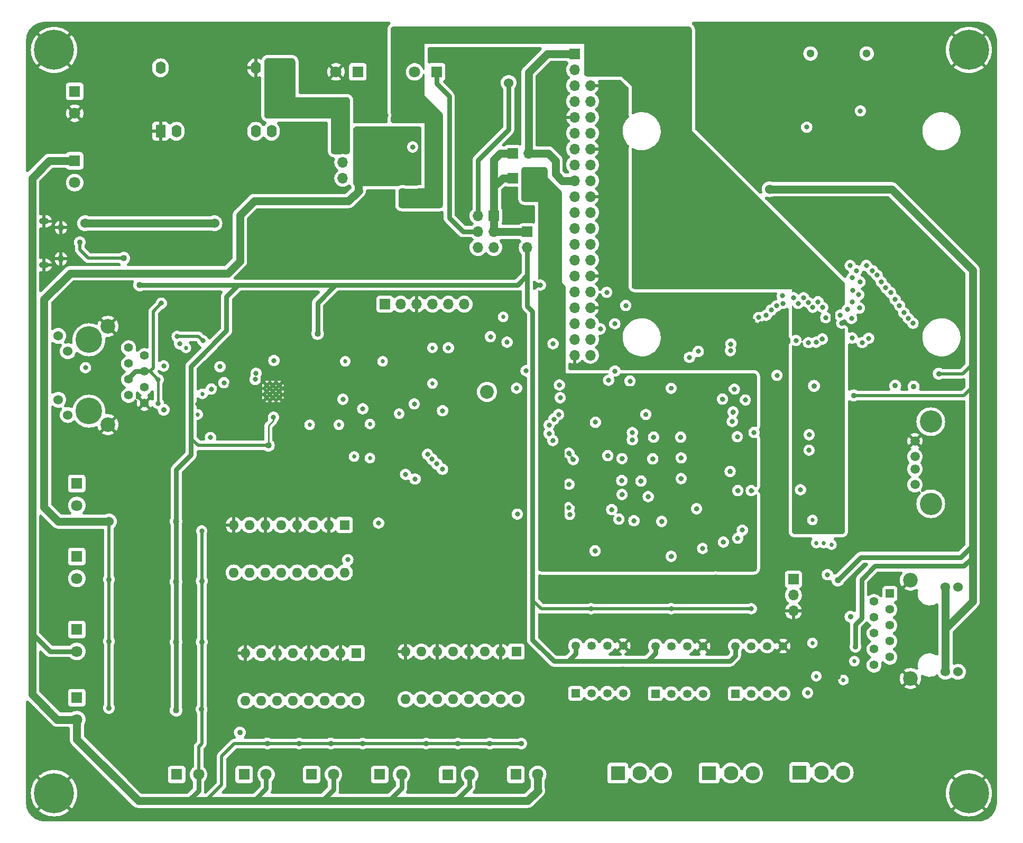
<source format=gbr>
%TF.GenerationSoftware,KiCad,Pcbnew,7.0.2*%
%TF.CreationDate,2023-08-01T13:01:46+02:00*%
%TF.ProjectId,jv_thesis,6a765f74-6865-4736-9973-2e6b69636164,rev?*%
%TF.SameCoordinates,Original*%
%TF.FileFunction,Copper,L3,Inr*%
%TF.FilePolarity,Positive*%
%FSLAX46Y46*%
G04 Gerber Fmt 4.6, Leading zero omitted, Abs format (unit mm)*
G04 Created by KiCad (PCBNEW 7.0.2) date 2023-08-01 13:01:46*
%MOMM*%
%LPD*%
G01*
G04 APERTURE LIST*
%TA.AperFunction,ComponentPad*%
%ADD10R,1.800000X1.800000*%
%TD*%
%TA.AperFunction,ComponentPad*%
%ADD11C,1.800000*%
%TD*%
%TA.AperFunction,ComponentPad*%
%ADD12R,1.700000X1.700000*%
%TD*%
%TA.AperFunction,ComponentPad*%
%ADD13O,1.700000X1.700000*%
%TD*%
%TA.AperFunction,ComponentPad*%
%ADD14R,2.300000X2.300000*%
%TD*%
%TA.AperFunction,ComponentPad*%
%ADD15C,2.300000*%
%TD*%
%TA.AperFunction,ComponentPad*%
%ADD16R,1.600000X1.600000*%
%TD*%
%TA.AperFunction,ComponentPad*%
%ADD17O,1.600000X1.600000*%
%TD*%
%TA.AperFunction,ComponentPad*%
%ADD18C,1.398000*%
%TD*%
%TA.AperFunction,ComponentPad*%
%ADD19C,1.530000*%
%TD*%
%TA.AperFunction,ComponentPad*%
%ADD20C,4.266000*%
%TD*%
%TA.AperFunction,ComponentPad*%
%ADD21C,2.355000*%
%TD*%
%TA.AperFunction,ComponentPad*%
%ADD22R,1.600000X2.000000*%
%TD*%
%TA.AperFunction,ComponentPad*%
%ADD23O,1.600000X2.000000*%
%TD*%
%TA.AperFunction,ComponentPad*%
%ADD24C,1.300000*%
%TD*%
%TA.AperFunction,ComponentPad*%
%ADD25C,0.800000*%
%TD*%
%TA.AperFunction,ComponentPad*%
%ADD26C,6.400000*%
%TD*%
%TA.AperFunction,ComponentPad*%
%ADD27R,1.348000X1.348000*%
%TD*%
%TA.AperFunction,ComponentPad*%
%ADD28C,1.348000*%
%TD*%
%TA.AperFunction,ComponentPad*%
%ADD29C,1.500000*%
%TD*%
%TA.AperFunction,ComponentPad*%
%ADD30C,3.570000*%
%TD*%
%TA.AperFunction,ComponentPad*%
%ADD31R,1.398000X1.398000*%
%TD*%
%TA.AperFunction,ComponentPad*%
%ADD32C,2.209800*%
%TD*%
%TA.AperFunction,ComponentPad*%
%ADD33C,0.500000*%
%TD*%
%TA.AperFunction,ComponentPad*%
%ADD34O,1.550000X1.000000*%
%TD*%
%TA.AperFunction,ComponentPad*%
%ADD35O,0.950000X1.250000*%
%TD*%
%TA.AperFunction,ViaPad*%
%ADD36C,0.800000*%
%TD*%
%TA.AperFunction,ViaPad*%
%ADD37C,0.889000*%
%TD*%
%TA.AperFunction,ViaPad*%
%ADD38C,0.762000*%
%TD*%
%TA.AperFunction,ViaPad*%
%ADD39C,1.524000*%
%TD*%
%TA.AperFunction,ViaPad*%
%ADD40C,1.016000*%
%TD*%
%TA.AperFunction,ViaPad*%
%ADD41C,0.685800*%
%TD*%
%TA.AperFunction,ViaPad*%
%ADD42C,1.143000*%
%TD*%
%TA.AperFunction,Conductor*%
%ADD43C,0.762000*%
%TD*%
%TA.AperFunction,Conductor*%
%ADD44C,1.270000*%
%TD*%
%TA.AperFunction,Conductor*%
%ADD45C,0.508000*%
%TD*%
%TA.AperFunction,Conductor*%
%ADD46C,0.250000*%
%TD*%
%TA.AperFunction,Conductor*%
%ADD47C,0.254000*%
%TD*%
%TA.AperFunction,Conductor*%
%ADD48C,0.381000*%
%TD*%
G04 APERTURE END LIST*
D10*
%TO.N,TRIGGER_24V_2*%
%TO.C,J14*%
X123088700Y-154705000D03*
D11*
%TO.N,+24V*%
X126588700Y-154705000D03*
%TD*%
D10*
%TO.N,TRIGGER_24V_3*%
%TO.C,J15*%
X112188700Y-154675000D03*
D11*
%TO.N,+24V*%
X115688700Y-154675000D03*
%TD*%
D10*
%TO.N,TRIGGER_xxV_9*%
%TO.C,J27*%
X63687700Y-119779000D03*
D11*
%TO.N,TRIGGER_xxV_10*%
X63687700Y-123279000D03*
%TD*%
D12*
%TO.N,+3.3V*%
%TO.C,J4*%
X130475700Y-65215000D03*
D13*
%TO.N,/3V3_F*%
X127935700Y-65215000D03*
%TO.N,+3.3V*%
X130475700Y-67755000D03*
%TO.N,E3V3*%
X127935700Y-67755000D03*
%TO.N,unconnected-(J4-Pin_5-Pad5)*%
X130475700Y-70295000D03*
%TO.N,unconnected-(J4-Pin_6-Pad6)*%
X127935700Y-70295000D03*
%TD*%
D12*
%TO.N,USART3_RX*%
%TO.C,J31*%
X178440000Y-123420000D03*
D13*
%TO.N,USART3_TX*%
X178440000Y-125960000D03*
%TO.N,GND*%
X178440000Y-128500000D03*
%TD*%
D14*
%TO.N,ENC_24V_5*%
%TO.C,J19*%
X179438700Y-154350000D03*
D15*
%TO.N,ENC_24V_6*%
X182938700Y-154350000D03*
%TO.N,/REF_Lev3*%
X186438700Y-154350000D03*
%TD*%
D10*
%TO.N,TRIGGER_24V_5*%
%TO.C,J23*%
X90488700Y-154675000D03*
D11*
%TO.N,+24V*%
X93988700Y-154675000D03*
%TD*%
D16*
%TO.N,Net-(R45-Pad2)*%
%TO.C,U14*%
X134109200Y-135000000D03*
D17*
%TO.N,GND*%
X131569200Y-135000000D03*
%TO.N,Net-(R46-Pad2)*%
X129029200Y-135000000D03*
%TO.N,GND*%
X126489200Y-135000000D03*
%TO.N,Net-(R47-Pad2)*%
X123949200Y-135000000D03*
%TO.N,GND*%
X121409200Y-135000000D03*
%TO.N,Net-(R48-Pad2)*%
X118869200Y-135000000D03*
%TO.N,GND*%
X116329200Y-135000000D03*
%TO.N,GNDREF*%
X116329200Y-142620000D03*
%TO.N,TRIGGER_24V_4*%
X118869200Y-142620000D03*
%TO.N,GNDREF*%
X121409200Y-142620000D03*
%TO.N,TRIGGER_24V_3*%
X123949200Y-142620000D03*
%TO.N,GNDREF*%
X126489200Y-142620000D03*
%TO.N,TRIGGER_24V_2*%
X129029200Y-142620000D03*
%TO.N,GNDREF*%
X131569200Y-142620000D03*
%TO.N,TRIGGER_24V_1*%
X134109200Y-142620000D03*
%TD*%
D18*
%TO.N,/TD+*%
%TO.C,U3*%
X71971700Y-86350000D03*
%TO.N,/TD-*%
X74511700Y-87620000D03*
%TO.N,/RD+*%
X71971700Y-88890000D03*
%TO.N,Net-(#FLG014-pwr)*%
X74511700Y-90160000D03*
X71971700Y-91430000D03*
%TO.N,/RD-*%
X74511700Y-92700000D03*
%TO.N,unconnected-(U3-NC-Pad7)*%
X71971700Y-93970000D03*
%TO.N,GND*%
X74511700Y-95240000D03*
D19*
%TO.N,Net-(U6-LED2{slash}~{INTSEL})*%
X60721700Y-84470000D03*
%TO.N,Net-(R37-Pad1)*%
X62241700Y-86920000D03*
D20*
%TO.N,N/C*%
X65621700Y-85080000D03*
X65621700Y-96510000D03*
D21*
%TO.N,GND*%
X68671700Y-82920000D03*
X68671700Y-98670000D03*
D19*
%TO.N,Net-(U3-YELA)*%
X60721700Y-94670000D03*
%TO.N,Net-(U3-YELC)*%
X62241700Y-97120000D03*
%TD*%
D12*
%TO.N,+3.3V*%
%TO.C,J5*%
X133477000Y-59182000D03*
D13*
%TO.N,VDD*%
X136017000Y-59182000D03*
%TD*%
D22*
%TO.N,GND*%
%TO.C,U11*%
X77089000Y-51689000D03*
D23*
%TO.N,unconnected-(U11-On{slash}Off-Pad2)*%
X79629000Y-51689000D03*
%TO.N,unconnected-(U11-NC-Pad7)*%
X92329000Y-51689000D03*
%TO.N,unconnected-(U11-NC-Pad8)*%
X94869000Y-51689000D03*
%TO.N,/VIN_F*%
X94869000Y-41529000D03*
%TO.N,GND*%
X92329000Y-41529000D03*
%TO.N,/VinDC*%
X77089000Y-41529000D03*
%TD*%
D10*
%TO.N,TRIGGER_24V_1*%
%TO.C,J13*%
X133988700Y-154675000D03*
D11*
%TO.N,+24V*%
X137488700Y-154675000D03*
%TD*%
D24*
%TO.N,*%
%TO.C,J9*%
X181178700Y-39245000D03*
X190178700Y-39245000D03*
%TD*%
D10*
%TO.N,E3V3*%
%TO.C,J22*%
X121288700Y-42175000D03*
D11*
%TO.N,GND*%
X117788700Y-42175000D03*
%TD*%
D12*
%TO.N,+3.3V*%
%TO.C,J2*%
X135825700Y-67805000D03*
D13*
%TO.N,3V3_PER*%
X135825700Y-70345000D03*
%TD*%
D16*
%TO.N,Net-(R53-Pad2)*%
%TO.C,U17*%
X108470200Y-135244000D03*
D17*
%TO.N,GND*%
X105930200Y-135244000D03*
%TO.N,Net-(R54-Pad2)*%
X103390200Y-135244000D03*
%TO.N,GND*%
X100850200Y-135244000D03*
%TO.N,Net-(R55-Pad2)*%
X98310200Y-135244000D03*
%TO.N,GND*%
X95770200Y-135244000D03*
%TO.N,Net-(R56-Pad2)*%
X93230200Y-135244000D03*
%TO.N,GND*%
X90690200Y-135244000D03*
%TO.N,GNDREF*%
X90690200Y-142864000D03*
%TO.N,TRIGGER_24V_8*%
X93230200Y-142864000D03*
%TO.N,GNDREF*%
X95770200Y-142864000D03*
%TO.N,TRIGGER_24V_7*%
X98310200Y-142864000D03*
%TO.N,GNDREF*%
X100850200Y-142864000D03*
%TO.N,TRIGGER_24V_6*%
X103390200Y-142864000D03*
%TO.N,GNDREF*%
X105930200Y-142864000D03*
%TO.N,TRIGGER_24V_5*%
X108470200Y-142864000D03*
%TD*%
D12*
%TO.N,/SW_VDD*%
%TO.C,J3*%
X113030000Y-79375000D03*
D13*
%TO.N,/SW_CLK*%
X115570000Y-79375000D03*
%TO.N,GND*%
X118110000Y-79375000D03*
%TO.N,/SW_DIO*%
X120650000Y-79375000D03*
%TO.N,/SW_NRST*%
X123190000Y-79375000D03*
%TO.N,/SW_SWO*%
X125730000Y-79375000D03*
%TD*%
D10*
%TO.N,VIN*%
%TO.C,J20*%
X63338700Y-45325000D03*
D11*
%TO.N,GND*%
X63338700Y-48825000D03*
%TD*%
D25*
%TO.N,GND*%
%TO.C,H2*%
X204140000Y-38680000D03*
X204842944Y-36982944D03*
X204842944Y-40377056D03*
X206540000Y-36280000D03*
D26*
X206540000Y-38680000D03*
D25*
X206540000Y-41080000D03*
X208237056Y-36982944D03*
X208237056Y-40377056D03*
X208940000Y-38680000D03*
%TD*%
D10*
%TO.N,TRIGGER_24V_6*%
%TO.C,J24*%
X79688700Y-154675000D03*
D11*
%TO.N,+24V*%
X83188700Y-154675000D03*
%TD*%
D10*
%TO.N,TRIGGER_24V_7*%
%TO.C,J29*%
X63687700Y-142385000D03*
D11*
%TO.N,+24V*%
X63687700Y-145885000D03*
%TD*%
D12*
%TO.N,+5V*%
%TO.C,J8*%
X117221000Y-59563000D03*
D13*
%TO.N,CM4_5V*%
X117221000Y-62103000D03*
%TD*%
D25*
%TO.N,GND*%
%TO.C,H3*%
X204140000Y-157680000D03*
X204842944Y-155982944D03*
X204842944Y-159377056D03*
X206540000Y-155280000D03*
D26*
X206540000Y-157680000D03*
D25*
X206540000Y-160080000D03*
X208237056Y-155982944D03*
X208237056Y-159377056D03*
X208940000Y-157680000D03*
%TD*%
D10*
%TO.N,E5V*%
%TO.C,J21*%
X108688700Y-42175000D03*
D11*
%TO.N,GND*%
X105188700Y-42175000D03*
%TD*%
D14*
%TO.N,ENC_24V_1*%
%TO.C,J17*%
X150338700Y-154450000D03*
D15*
%TO.N,ENC_24V_2*%
X153838700Y-154450000D03*
%TO.N,/REF_Lev1*%
X157338700Y-154450000D03*
%TD*%
D27*
%TO.N,Net-(U16-A1)*%
%TO.C,U16*%
X156337000Y-141732000D03*
D28*
%TO.N,/REF_Lev2*%
X158877000Y-141732000D03*
X161417000Y-141732000D03*
%TO.N,Net-(U16-A2)*%
X163957000Y-141732000D03*
%TO.N,GND*%
X163957000Y-134112000D03*
%TO.N,ENC_GPIO_4*%
X161417000Y-134112000D03*
%TO.N,ENC_GPIO_3*%
X158877000Y-134112000D03*
%TO.N,3V3_PER*%
X156337000Y-134112000D03*
%TD*%
D12*
%TO.N,+3.3V*%
%TO.C,J7*%
X133477000Y-55245000D03*
D13*
%TO.N,CM4_3V3*%
X136017000Y-55245000D03*
%TD*%
D10*
%TO.N,TRIGGER_xxV_11*%
%TO.C,J28*%
X63687700Y-108095000D03*
D11*
%TO.N,TRIGGER_xxV_12*%
X63687700Y-111595000D03*
%TD*%
D10*
%TO.N,TRIGGER_24V_4*%
%TO.C,J16*%
X101288700Y-154675000D03*
D11*
%TO.N,+24V*%
X104788700Y-154675000D03*
%TD*%
D12*
%TO.N,CM4_3V3*%
%TO.C,J11*%
X143396500Y-39283800D03*
D13*
%TO.N,CM4_5V*%
X145936500Y-39283800D03*
%TO.N,/GPIO2*%
X143396500Y-41823800D03*
%TO.N,CM4_5V*%
X145936500Y-41823800D03*
%TO.N,/GPIO3*%
X143396500Y-44363800D03*
%TO.N,GND*%
X145936500Y-44363800D03*
%TO.N,CM4_TXD3*%
X143396500Y-46903800D03*
%TO.N,CM4_TXD0*%
X145936500Y-46903800D03*
%TO.N,GND*%
X143396500Y-49443800D03*
%TO.N,CM4_RXD0*%
X145936500Y-49443800D03*
%TO.N,/GPIO17*%
X143396500Y-51983800D03*
%TO.N,/GPIO18*%
X145936500Y-51983800D03*
%TO.N,/GPIO27*%
X143396500Y-54523800D03*
%TO.N,GND*%
X145936500Y-54523800D03*
%TO.N,/GPIO22*%
X143396500Y-57063800D03*
%TO.N,/GPIO23*%
X145936500Y-57063800D03*
%TO.N,CM4_3V3*%
X143396500Y-59603800D03*
%TO.N,/GPIO24*%
X145936500Y-59603800D03*
%TO.N,/GPIO10*%
X143396500Y-62143800D03*
%TO.N,GND*%
X145936500Y-62143800D03*
%TO.N,CM4_RXD4*%
X143396500Y-64683800D03*
%TO.N,/GPIO25*%
X145936500Y-64683800D03*
%TO.N,/GPIO11*%
X143396500Y-67223800D03*
%TO.N,CM4_TXD4*%
X145936500Y-67223800D03*
%TO.N,GND*%
X143396500Y-69763800D03*
%TO.N,/GPIO7*%
X145936500Y-69763800D03*
%TO.N,/ID_SD*%
X143396500Y-72303800D03*
%TO.N,/ID_SC*%
X145936500Y-72303800D03*
%TO.N,CM4_RXD3*%
X143396500Y-74843800D03*
%TO.N,GND*%
X145936500Y-74843800D03*
%TO.N,/GPIO6*%
X143396500Y-77383800D03*
%TO.N,/GPIO12*%
X145936500Y-77383800D03*
%TO.N,/GPIO13*%
X143396500Y-79923800D03*
%TO.N,GND*%
X145936500Y-79923800D03*
%TO.N,/GPIO19*%
X143396500Y-82463800D03*
%TO.N,/GPIO16*%
X145936500Y-82463800D03*
%TO.N,/GPIO26*%
X143396500Y-85003800D03*
%TO.N,/GPIO20*%
X145936500Y-85003800D03*
%TO.N,GND*%
X143396500Y-87543800D03*
%TO.N,/GPIO21*%
X145936500Y-87543800D03*
%TD*%
D10*
%TO.N,TRIGGER_24V_8*%
%TO.C,J30*%
X63687700Y-131463000D03*
D11*
%TO.N,+24V*%
X63687700Y-134963000D03*
%TD*%
D27*
%TO.N,Net-(U15-A1)*%
%TO.C,U15*%
X143551700Y-141659000D03*
D28*
%TO.N,/REF_Lev1*%
X146091700Y-141659000D03*
X148631700Y-141659000D03*
%TO.N,Net-(U15-A2)*%
X151171700Y-141659000D03*
%TO.N,GND*%
X151171700Y-134039000D03*
%TO.N,ENC_GPIO_2*%
X148631700Y-134039000D03*
%TO.N,ENC_GPIO_1*%
X146091700Y-134039000D03*
%TO.N,3V3_PER*%
X143551700Y-134039000D03*
%TD*%
D27*
%TO.N,Net-(U18-A1)*%
%TO.C,U18*%
X169164000Y-141732000D03*
D28*
%TO.N,/REF_Lev3*%
X171704000Y-141732000D03*
X174244000Y-141732000D03*
%TO.N,Net-(U18-A2)*%
X176784000Y-141732000D03*
%TO.N,GND*%
X176784000Y-134112000D03*
%TO.N,ENC_GPIO_6*%
X174244000Y-134112000D03*
%TO.N,ENC_GPIO_5*%
X171704000Y-134112000D03*
%TO.N,3V3_PER*%
X169164000Y-134112000D03*
%TD*%
D16*
%TO.N,Net-(R64-Pad2)*%
%TO.C,U19*%
X106590700Y-114735000D03*
D17*
%TO.N,GND*%
X104050700Y-114735000D03*
%TO.N,Net-(R65-Pad2)*%
X101510700Y-114735000D03*
%TO.N,GND*%
X98970700Y-114735000D03*
%TO.N,Net-(R66-Pad2)*%
X96430700Y-114735000D03*
%TO.N,GND*%
X93890700Y-114735000D03*
%TO.N,Net-(R67-Pad2)*%
X91350700Y-114735000D03*
%TO.N,GND*%
X88810700Y-114735000D03*
%TO.N,Net-(JP5-B)*%
X88810700Y-122355000D03*
%TO.N,TRIGGER_xxV_12*%
X91350700Y-122355000D03*
%TO.N,Net-(JP5-B)*%
X93890700Y-122355000D03*
%TO.N,TRIGGER_xxV_11*%
X96430700Y-122355000D03*
%TO.N,Net-(JP5-B)*%
X98970700Y-122355000D03*
%TO.N,TRIGGER_xxV_10*%
X101510700Y-122355000D03*
%TO.N,Net-(JP5-B)*%
X104050700Y-122355000D03*
%TO.N,TRIGGER_xxV_9*%
X106590700Y-122355000D03*
%TD*%
D29*
%TO.N,Net-(JP7-B)*%
%TO.C,J10*%
X197900700Y-108265000D03*
%TO.N,CM4_USB_DM_-*%
X197900700Y-105765000D03*
%TO.N,CM4_USB_DP_+*%
X197900700Y-103765000D03*
%TO.N,GND*%
X197900700Y-101265000D03*
D30*
%TO.N,unconnected-(J10-PadMH1)*%
X200440700Y-111335000D03*
%TO.N,unconnected-(J10-PadMH2)*%
X200440700Y-98195000D03*
%TD*%
D10*
%TO.N,+24V*%
%TO.C,J25*%
X63338700Y-56425000D03*
D11*
%TO.N,GNDREF*%
X63338700Y-59925000D03*
%TD*%
D12*
%TO.N,+5V*%
%TO.C,J6*%
X108825700Y-54150000D03*
D13*
%TO.N,/VIN_F*%
X106285700Y-54150000D03*
%TO.N,+5V*%
X108825700Y-56690000D03*
%TO.N,E5V*%
X106285700Y-56690000D03*
%TO.N,+5V*%
X108825700Y-59230000D03*
%TO.N,/U5V_F*%
X106285700Y-59230000D03*
%TD*%
D14*
%TO.N,ENC_24V_3*%
%TO.C,J18*%
X164938700Y-154450000D03*
D15*
%TO.N,ENC_24V_4*%
X168438700Y-154450000D03*
%TO.N,/REF_Lev2*%
X171938700Y-154450000D03*
%TD*%
D31*
%TO.N,/TRD0_P*%
%TO.C,J12*%
X193891700Y-125720000D03*
D18*
%TO.N,/TRD0_N*%
X191351700Y-126990000D03*
%TO.N,/TRD1_P*%
X193891700Y-128260000D03*
%TO.N,/TRD1_N*%
X191351700Y-129530000D03*
%TO.N,Net-(J12-TRCT1)*%
X193891700Y-130800000D03*
X191351700Y-132070000D03*
%TO.N,/TRD2_P*%
X193891700Y-133340000D03*
%TO.N,/TRD2_N*%
X191351700Y-134610000D03*
%TO.N,/TRD3_P*%
X193891700Y-135880000D03*
%TO.N,/TRD3_N*%
X191351700Y-137150000D03*
D19*
%TO.N,CM4_3V3*%
X202791700Y-138235000D03*
%TO.N,Net-(J12-LED-L_K_GRN)*%
X204821700Y-138235000D03*
%TO.N,CM4_3V3*%
X202791700Y-124635000D03*
%TO.N,Net-(J12-LED-R_K_YLW)*%
X204821700Y-124635000D03*
D21*
%TO.N,GND*%
X197191700Y-139310000D03*
X197191700Y-123560000D03*
%TD*%
D32*
%TO.N,N/C*%
%TO.C,SW3*%
X129375700Y-93411200D03*
%TD*%
D33*
%TO.N,GND*%
%TO.C,U6*%
X94118700Y-92368000D03*
X94118700Y-93343000D03*
X94118700Y-94318000D03*
X95093700Y-92368000D03*
X95093700Y-93343000D03*
X95093700Y-94318000D03*
X96068700Y-92368000D03*
X96068700Y-93343000D03*
X96068700Y-94318000D03*
%TD*%
D25*
%TO.N,GND*%
%TO.C,H4*%
X57640000Y-157680000D03*
X58342944Y-155982944D03*
X58342944Y-159377056D03*
X60040000Y-155280000D03*
D26*
X60040000Y-157680000D03*
D25*
X60040000Y-160080000D03*
X61737056Y-155982944D03*
X61737056Y-159377056D03*
X62440000Y-157680000D03*
%TD*%
%TO.N,GND*%
%TO.C,H1*%
X57640000Y-38680000D03*
X58342944Y-36982944D03*
X58342944Y-40377056D03*
X60040000Y-36280000D03*
D26*
X60040000Y-38680000D03*
D25*
X60040000Y-41080000D03*
X61737056Y-36982944D03*
X61737056Y-40377056D03*
X62440000Y-38680000D03*
%TD*%
D34*
%TO.N,GND*%
%TO.C,J1*%
X58438700Y-66115000D03*
D35*
X61138700Y-67115000D03*
X61138700Y-72115000D03*
D34*
X58438700Y-73115000D03*
%TD*%
D36*
%TO.N,GND*%
X98679000Y-95504000D03*
X99822000Y-83947000D03*
X127635000Y-74422000D03*
X125476000Y-58420000D03*
X138811000Y-43434000D03*
X128397000Y-39878000D03*
X130683000Y-39878000D03*
X111887000Y-44958000D03*
X100076000Y-37592000D03*
X96520000Y-57150000D03*
X69469000Y-61341000D03*
X61976000Y-63500000D03*
X112141000Y-92075000D03*
%TO.N,USB_DP_+*%
X132588000Y-85471000D03*
%TO.N,USB_DM_-*%
X129921000Y-84582000D03*
X152654000Y-101092000D03*
%TO.N,USB_DP_+*%
X152654000Y-99949000D03*
D37*
%TO.N,GND*%
X185547000Y-129286000D03*
D36*
X142494000Y-108204000D03*
X163957000Y-137922000D03*
X92958700Y-117845000D03*
X153543000Y-130556000D03*
X171678700Y-89281000D03*
X175641000Y-54610000D03*
X160458700Y-103985000D03*
X65778700Y-81845000D03*
X180086000Y-66421000D03*
X168308700Y-106155000D03*
X154020000Y-107700000D03*
X67438700Y-129815000D03*
X131953000Y-96393000D03*
X160020000Y-86233000D03*
X149352000Y-70993000D03*
X193040000Y-154305000D03*
X132969000Y-78232000D03*
X100838000Y-138049000D03*
X138770200Y-49443800D03*
X90980000Y-74690000D03*
X117475000Y-54229000D03*
X110617000Y-74803000D03*
X69469000Y-57912000D03*
X173259909Y-82464168D03*
X93238700Y-71150000D03*
X150495000Y-113792000D03*
X132842000Y-116713000D03*
X158877000Y-119761000D03*
X151130000Y-137795000D03*
X162941000Y-112141000D03*
X143178700Y-104255000D03*
X188878700Y-54229000D03*
D38*
X154813000Y-97028000D03*
D36*
X64078700Y-82045000D03*
X183642000Y-81534000D03*
X121412000Y-137541000D03*
X167005000Y-146431000D03*
X186178700Y-42167300D03*
X180950000Y-102750000D03*
X167088700Y-94575000D03*
X176784000Y-136525000D03*
X169545000Y-109220000D03*
X88392000Y-92202000D03*
X197358000Y-58420000D03*
X172085000Y-47879000D03*
X194183000Y-115824000D03*
X112776000Y-145415000D03*
X118110000Y-82042000D03*
X91038700Y-94425000D03*
X152908000Y-114046000D03*
X135001000Y-64516000D03*
X92329000Y-57150000D03*
X170738700Y-94715000D03*
X140081000Y-130937000D03*
X59944000Y-45339000D03*
X91186000Y-96393000D03*
X170815000Y-137922000D03*
X142494000Y-103251000D03*
X90678000Y-137922000D03*
X107696000Y-78994000D03*
X187325000Y-66421000D03*
X87963700Y-71750000D03*
X160378700Y-100675000D03*
X85217000Y-98298000D03*
X155928700Y-104145000D03*
X183078700Y-84945000D03*
X113157000Y-101981000D03*
X73910000Y-106850000D03*
X115824000Y-124460000D03*
X81407000Y-46609000D03*
X118110000Y-89281000D03*
D38*
X158877000Y-92837000D03*
D36*
X171704000Y-109220000D03*
X121368700Y-93385000D03*
X157353000Y-114173000D03*
X170878700Y-51245000D03*
X197104000Y-38481000D03*
X107696000Y-82804000D03*
X138938000Y-143510000D03*
X168783000Y-96647000D03*
X184663700Y-42164000D03*
D39*
X88011000Y-59309000D03*
D36*
X149225000Y-87249000D03*
X188782912Y-42103088D03*
X150368000Y-48387000D03*
X144653000Y-89027000D03*
X126778700Y-93535000D03*
X117094000Y-74803000D03*
X118872000Y-112776000D03*
X61358700Y-143825000D03*
X102870000Y-67691000D03*
X128143000Y-108458000D03*
X153670000Y-147066000D03*
X110744000Y-93726000D03*
X71882000Y-152654000D03*
X188849000Y-146939000D03*
X176784000Y-54610000D03*
X126888700Y-95965000D03*
X113157000Y-49149000D03*
X74510000Y-82550000D03*
X83566000Y-80264000D03*
X168978700Y-92985000D03*
X180970000Y-100270000D03*
X130429000Y-112268000D03*
X183188700Y-42164000D03*
X203454000Y-148209000D03*
X166624000Y-130429000D03*
X146685000Y-118872000D03*
X200406000Y-76708000D03*
X160458700Y-107315000D03*
D40*
X94361000Y-82804000D03*
D36*
X188341000Y-102108000D03*
X129667000Y-118745000D03*
X194310000Y-146939000D03*
D39*
X92780000Y-65335000D03*
D37*
X185547000Y-139065000D03*
D36*
X183134000Y-54229000D03*
X175260000Y-118745000D03*
X171978700Y-82042000D03*
X202311000Y-64135000D03*
X86487000Y-138557000D03*
X190043700Y-54229000D03*
X110490000Y-64008000D03*
X173228000Y-47879000D03*
X137922000Y-76327000D03*
X169799000Y-82677000D03*
X86448700Y-107535000D03*
X86995000Y-144272000D03*
X187643700Y-54229000D03*
X76073000Y-152654000D03*
X156048700Y-100675000D03*
X105410000Y-88519000D03*
X204470000Y-117221000D03*
X63678700Y-76105000D03*
X100838000Y-52070000D03*
X178054000Y-54610000D03*
X74268700Y-116545000D03*
X197231000Y-134747000D03*
X129667000Y-51943000D03*
X197231000Y-129032000D03*
X174498000Y-54610000D03*
X167230000Y-117460000D03*
X169164000Y-88011000D03*
X91059000Y-85495000D03*
X102138700Y-118175000D03*
X197612000Y-44450000D03*
X174478700Y-85445000D03*
X149733000Y-62357000D03*
X83820000Y-92075000D03*
X186182000Y-82423000D03*
X134747000Y-116713000D03*
X134366000Y-84709000D03*
X97790000Y-79756000D03*
X92202000Y-46990000D03*
X155190000Y-110190000D03*
X179238700Y-47625000D03*
X165989000Y-123063000D03*
X195707000Y-96647000D03*
X181688700Y-42164000D03*
X150998700Y-104105000D03*
X171958000Y-37592000D03*
X138938000Y-149225000D03*
X86488700Y-112825000D03*
X140970000Y-92329000D03*
X149352000Y-112268000D03*
X150958700Y-107615000D03*
X81407000Y-41910000D03*
X177178700Y-85445000D03*
X173736000Y-44831000D03*
X127508000Y-116078000D03*
X65913000Y-50927000D03*
X63373000Y-92075000D03*
X203454000Y-101219000D03*
X83058000Y-95335000D03*
X68834000Y-149860000D03*
X196088000Y-71755000D03*
X69342000Y-69107000D03*
X99314000Y-90297000D03*
X59944000Y-48768000D03*
X139928700Y-101205000D03*
X204978000Y-134747000D03*
X70739000Y-79756000D03*
X189611000Y-99949000D03*
X151003000Y-109855000D03*
X148717000Y-103632000D03*
X131445000Y-137668000D03*
X86118700Y-128605000D03*
D39*
%TO.N,U5V*%
X65024000Y-66421000D03*
X85725000Y-66421000D03*
D36*
%TO.N,NRST*%
X122255700Y-96435000D03*
X123190000Y-86360000D03*
%TO.N,TRIGGER_GPIO_12*%
X119850700Y-103418800D03*
X140843000Y-97042520D03*
%TO.N,TRIGGER_GPIO_11*%
X120587300Y-104206200D03*
X140081000Y-97790000D03*
%TO.N,TRIGGER_GPIO_10*%
X139319000Y-98745000D03*
X121349300Y-104968200D03*
%TO.N,TRIGGER_GPIO_9*%
X139319000Y-100076000D03*
X122238300Y-105806400D03*
D40*
%TO.N,3V3_PER*%
X79591700Y-123815000D03*
X73749700Y-76317000D03*
D36*
X95187674Y-97471326D03*
D40*
X94361000Y-101981000D03*
X79591700Y-114163000D03*
X79591700Y-144389000D03*
D37*
X64155700Y-69465000D03*
D40*
X79591700Y-133477000D03*
D36*
X158877000Y-128143000D03*
D40*
X71209700Y-72009000D03*
X102235000Y-84074000D03*
D36*
X171704000Y-128143000D03*
X146050000Y-128143000D03*
%TO.N,Net-(Module1A-PI_nLED_Activity)*%
X175806900Y-90769600D03*
D37*
%TO.N,Net-(D1-K)*%
X197705700Y-92555000D03*
X194765700Y-92445000D03*
X181737000Y-92455000D03*
%TO.N,TRIGGER_24V_8*%
X89789000Y-147955000D03*
%TO.N,+24V*%
X99314000Y-149733000D03*
X129806200Y-149720800D03*
X94214200Y-149713200D03*
X124714000Y-149733000D03*
X119634000Y-149733000D03*
X109474000Y-149733000D03*
X104374200Y-149713200D03*
X134870200Y-149729200D03*
X83693000Y-123698000D03*
X83693000Y-133477000D03*
X83658000Y-144237000D03*
D36*
X83693000Y-115687000D03*
%TO.N,/ETH_LEDG*%
X180721000Y-141605000D03*
X179578000Y-109093000D03*
%TO.N,Net-(U6-LED2{slash}~{INTSEL})*%
X87249000Y-91948000D03*
X65080000Y-89545000D03*
X86614000Y-89392080D03*
X85090000Y-100720000D03*
D37*
%TO.N,/RD+*%
X77597000Y-96266000D03*
D36*
X77597000Y-89281000D03*
%TO.N,/TD-*%
X80137000Y-85725000D03*
D41*
X83058000Y-97028000D03*
%TO.N,/TD+*%
X83820000Y-93726000D03*
X81153000Y-86360000D03*
D36*
%TO.N,Net-(U6-RBIAS)*%
X92393300Y-90439400D03*
X95250000Y-88392000D03*
%TO.N,Net-(U6-~{INT}{slash}REFCLKO)*%
X106299000Y-94615000D03*
D41*
X105664000Y-98679000D03*
%TO.N,ETH_MDIO*%
X106680000Y-88519000D03*
D36*
X109474000Y-96139000D03*
D41*
%TO.N,Net-(U6-CRS_DV{slash}MODE2)*%
X112649000Y-88519000D03*
X115316000Y-96901000D03*
%TO.N,Net-(U6-RXD1{slash}MODE1)*%
X110617000Y-98552000D03*
X100965000Y-98679000D03*
D36*
%TO.N,ETH_RXD1*%
X117856000Y-107366680D03*
D41*
X110617000Y-104013000D03*
D36*
%TO.N,ETH_RXD0*%
X116332000Y-106619200D03*
D41*
X108077000Y-103759000D03*
D36*
%TO.N,SWO*%
X148844000Y-91567000D03*
D41*
X131953000Y-81407000D03*
%TO.N,SWDIO*%
X120650000Y-86360000D03*
X120650000Y-92075000D03*
D36*
%TO.N,SWCLK*%
X147525700Y-83335000D03*
X149845700Y-82515000D03*
D37*
%TO.N,+5V*%
X68834000Y-133350000D03*
X68834000Y-123444000D03*
D39*
X68834000Y-114173000D03*
D37*
X68834000Y-144018000D03*
D36*
%TO.N,/BOOT0*%
X141097000Y-94361000D03*
X134112000Y-92837000D03*
D40*
%TO.N,CM4_3V3*%
X185547000Y-123571000D03*
D37*
X201721900Y-90508800D03*
X188087000Y-93980000D03*
X188379900Y-134229000D03*
D39*
X174625000Y-60960000D03*
D36*
%TO.N,/TRD1_N*%
X183896000Y-122682000D03*
D37*
X187579000Y-129413000D03*
D41*
%TO.N,/TRD3_P*%
X182122580Y-117602000D03*
X182118000Y-138938000D03*
%TO.N,/TRD3_N*%
X186459700Y-139543020D03*
X183261000Y-117602000D03*
%TO.N,/TRD2_N*%
X184531000Y-117856000D03*
X188214000Y-136525000D03*
%TO.N,/TRD2_P*%
X181483000Y-113919000D03*
X181483000Y-133604000D03*
D42*
%TO.N,CM4_5V*%
X184696900Y-85090000D03*
D39*
X180565700Y-105455000D03*
X159004000Y-39497000D03*
D38*
%TO.N,VDD*%
X153418200Y-96771800D03*
D36*
X147955000Y-118872000D03*
X159385000Y-114173000D03*
D40*
X138430000Y-96172520D03*
X165100000Y-118364000D03*
D36*
X154432000Y-118491000D03*
D38*
X159893000Y-96520000D03*
D36*
X143002000Y-100076000D03*
D38*
X164213500Y-96771500D03*
D36*
X164846000Y-103262586D03*
X143256000Y-106299000D03*
D40*
X138176000Y-102743000D03*
D36*
X147708399Y-97020601D03*
D40*
X168529000Y-108204000D03*
D37*
X143383000Y-111252000D03*
D36*
%TO.N,ETH_MDC*%
X134239000Y-112995000D03*
X117729000Y-95351821D03*
%TO.N,VDDA*%
X142621000Y-113049420D03*
X142525368Y-111923680D03*
%TO.N,VCAP_1*%
X163918200Y-118482500D03*
%TO.N,USART6_TX*%
X172138420Y-99902720D03*
%TO.N,USART6_RX*%
X169456900Y-100599400D03*
%TO.N,VCAP_2*%
X168656000Y-98171000D03*
%TO.N,ETH_TXD0*%
X149860000Y-90084920D03*
X152273000Y-91694000D03*
%TO.N,ETH_TXD1*%
X146740000Y-98290000D03*
X135636000Y-90043000D03*
%TO.N,GNDREF*%
X112014000Y-114427000D03*
D39*
%TO.N,/3V3_F*%
X132842000Y-43942000D03*
D36*
%TO.N,CM4_RXD4*%
X178435000Y-78359000D03*
%TO.N,CM4_TXD4*%
X193231300Y-76748800D03*
X187973500Y-77155200D03*
%TO.N,CM4_RXD3*%
X151591900Y-79578800D03*
X148551900Y-77478800D03*
X163208500Y-86934200D03*
X168415500Y-85765800D03*
%TO.N,CM4_TXD3*%
X161786100Y-87899400D03*
X168364700Y-86807200D03*
X139954000Y-85725000D03*
%TO.N,Net-(JP16-A)*%
X190485700Y-84836000D03*
%TO.N,CM4_RXD0*%
X178854900Y-85181600D03*
X180848000Y-85532680D03*
%TO.N,Net-(JP8-A)*%
X187845700Y-84795000D03*
%TO.N,CM4_TXD0*%
X182080700Y-85461000D03*
%TO.N,/HDMI0_CEC*%
X180578700Y-51045000D03*
X189178700Y-48445000D03*
%TO.N,/GPIO2*%
X183134000Y-79883000D03*
%TO.N,/GPIO3*%
X182372000Y-78994000D03*
%TO.N,/GPIO17*%
X181544680Y-79883000D03*
%TO.N,/GPIO18*%
X187541700Y-73192800D03*
X190119000Y-73192800D03*
%TO.N,/GPIO27*%
X180848000Y-79121000D03*
%TO.N,/GPIO22*%
X180086000Y-78359000D03*
%TO.N,/GPIO23*%
X191097700Y-74005600D03*
X188532300Y-74005600D03*
%TO.N,/GPIO24*%
X191834300Y-74742200D03*
X187846500Y-75174000D03*
%TO.N,/GPIO10*%
X179197000Y-79248000D03*
%TO.N,/GPIO25*%
X189116500Y-75809000D03*
X192520100Y-75809000D03*
%TO.N,/GPIO11*%
X176678700Y-78045000D03*
%TO.N,/GPIO7*%
X194018700Y-77536200D03*
X188887900Y-77866400D03*
%TO.N,/ID_SD*%
X176778700Y-79245000D03*
%TO.N,/ID_SC*%
X194729900Y-78603000D03*
X187871900Y-79009400D03*
%TO.N,/GPIO6*%
X175778700Y-79645000D03*
%TO.N,/GPIO12*%
X189014900Y-80000000D03*
X195441100Y-79593600D03*
%TO.N,/GPIO13*%
X174879000Y-80325680D03*
%TO.N,/GPIO19*%
X174078700Y-81145000D03*
%TO.N,/GPIO16*%
X187084500Y-80228600D03*
X196152300Y-80762000D03*
%TO.N,/GPIO26*%
X172878700Y-81509480D03*
%TO.N,/GPIO20*%
X196863500Y-81651000D03*
X187761900Y-81658800D03*
%TO.N,/GPIO21*%
X197600100Y-82438400D03*
X185928000Y-81153000D03*
%TO.N,Net-(JP5-B)*%
X107085700Y-120295000D03*
%TO.N,USART3_TX*%
X169530000Y-116860000D03*
%TO.N,USART3_RX*%
X170260000Y-115560000D03*
%TO.N,Net-(#FLG014-pwr)*%
X92250080Y-91424122D03*
X76731346Y-91463346D03*
X77230000Y-79230000D03*
X85217000Y-92964000D03*
X79760000Y-84530000D03*
X76708000Y-95250000D03*
X83870000Y-85230000D03*
%TO.N,Net-(#FLG010-pwr)*%
X189484000Y-85532680D03*
%TD*%
D43*
%TO.N,VDD*%
X138430000Y-96172520D02*
X138430000Y-89475700D01*
X138430000Y-89475700D02*
X141545700Y-86360000D01*
D44*
%TO.N,U5V*%
X65024000Y-66421000D02*
X85725000Y-66421000D01*
D43*
%TO.N,3V3_PER*%
X142367000Y-136525000D02*
X155067000Y-136525000D01*
X92720000Y-76317000D02*
X89513000Y-76317000D01*
X156337000Y-134112000D02*
X156337000Y-135255000D01*
D45*
X94361000Y-101981000D02*
X83131700Y-101981000D01*
D43*
X156337000Y-135255000D02*
X155067000Y-136525000D01*
D45*
X138049000Y-128143000D02*
X136665500Y-126759500D01*
D43*
X89513000Y-76317000D02*
X87660000Y-78170000D01*
X87660000Y-76317000D02*
X88540000Y-76317000D01*
X136665500Y-126759500D02*
X136652000Y-126773000D01*
D45*
X64155700Y-69465000D02*
X64155700Y-70591300D01*
D43*
X135825700Y-74740300D02*
X135825700Y-73470300D01*
X105088000Y-76317000D02*
X102235000Y-79170000D01*
X103020000Y-76317000D02*
X105200000Y-76317000D01*
X105200000Y-76317000D02*
X134249000Y-76317000D01*
X81960000Y-89330000D02*
X81960000Y-91340000D01*
X169164000Y-135636000D02*
X169164000Y-134112000D01*
X84338000Y-76317000D02*
X86670000Y-76317000D01*
D45*
X146050000Y-128143000D02*
X171704000Y-128143000D01*
D43*
X81988700Y-98679000D02*
X81960000Y-98650300D01*
X135825700Y-73470300D02*
X135825700Y-70345000D01*
X81988700Y-100838000D02*
X81988700Y-103488000D01*
X88540000Y-76317000D02*
X92720000Y-76317000D01*
X143551700Y-134039000D02*
X143551700Y-135340300D01*
X135825700Y-79691700D02*
X136665500Y-80531500D01*
X100584000Y-76317000D02*
X103020000Y-76317000D01*
X86670000Y-76317000D02*
X87660000Y-76317000D01*
X81988700Y-103488000D02*
X79591700Y-105885000D01*
X136652000Y-133096000D02*
X140081000Y-136525000D01*
X92720000Y-76317000D02*
X100584000Y-76317000D01*
X140081000Y-136525000D02*
X142367000Y-136525000D01*
X81960000Y-98650300D02*
X81960000Y-91340000D01*
X79591700Y-105885000D02*
X79591700Y-144389000D01*
D46*
X94361000Y-98806000D02*
X94361000Y-101981000D01*
D45*
X64135000Y-70612000D02*
X65532000Y-72009000D01*
D43*
X135825700Y-73470300D02*
X135825700Y-79691700D01*
X105200000Y-76317000D02*
X105088000Y-76317000D01*
X102235000Y-84074000D02*
X102235000Y-79170000D01*
D45*
X65532000Y-72009000D02*
X71209700Y-72009000D01*
D46*
X95187674Y-97979326D02*
X94361000Y-98806000D01*
D43*
X87660000Y-83630000D02*
X81960000Y-89330000D01*
D45*
X79591700Y-123815000D02*
X79591700Y-133477000D01*
D46*
X95187674Y-97471326D02*
X95187674Y-97979326D01*
D45*
X146050000Y-128143000D02*
X138049000Y-128143000D01*
D43*
X136652000Y-126773000D02*
X136652000Y-133096000D01*
X136665500Y-80531500D02*
X136665500Y-126759500D01*
X155067000Y-136525000D02*
X168275000Y-136525000D01*
D45*
X64155700Y-70591300D02*
X64135000Y-70612000D01*
X83131700Y-101981000D02*
X81988700Y-100838000D01*
D43*
X134249000Y-76317000D02*
X135825700Y-74740300D01*
X143551700Y-135340300D02*
X142367000Y-136525000D01*
X73749700Y-76317000D02*
X84338000Y-76317000D01*
X168275000Y-136525000D02*
X169164000Y-135636000D01*
X87660000Y-78170000D02*
X87660000Y-83630000D01*
X81988700Y-100838000D02*
X81988700Y-98679000D01*
D45*
%TO.N,+24V*%
X109474000Y-149733000D02*
X88900000Y-149733000D01*
D44*
X124841000Y-158877000D02*
X125730000Y-158877000D01*
D43*
X115688700Y-156853300D02*
X113665000Y-158877000D01*
D44*
X84328000Y-158877000D02*
X92075000Y-158877000D01*
X81534000Y-158877000D02*
X84328000Y-158877000D01*
X73540397Y-158877000D02*
X81534000Y-158877000D01*
D45*
X86868000Y-151765000D02*
X86868000Y-156337000D01*
D44*
X113665000Y-158877000D02*
X124206000Y-158877000D01*
D43*
X93988700Y-156963300D02*
X92075000Y-158877000D01*
D45*
X88900000Y-149733000D02*
X86868000Y-151765000D01*
D43*
X93988700Y-154675000D02*
X93988700Y-156963300D01*
X63687700Y-134963000D02*
X59398000Y-134963000D01*
D44*
X135890000Y-158877000D02*
X137541000Y-157226000D01*
X92075000Y-158877000D02*
X102997000Y-158877000D01*
X63687700Y-149024303D02*
X73540397Y-158877000D01*
D43*
X59398000Y-134963000D02*
X56515000Y-132080000D01*
D45*
X83188700Y-150244700D02*
X83188700Y-154675000D01*
D44*
X63338700Y-56425000D02*
X59272000Y-56425000D01*
X137488700Y-157173700D02*
X137488700Y-154675000D01*
D43*
X115688700Y-154675000D02*
X115688700Y-156853300D01*
D44*
X63687700Y-145885000D02*
X63687700Y-149024303D01*
D45*
X83693000Y-115687000D02*
X83693000Y-149733000D01*
D43*
X124333000Y-158877000D02*
X124206000Y-158877000D01*
D44*
X59272000Y-56425000D02*
X56515000Y-59182000D01*
X125730000Y-158877000D02*
X135890000Y-158877000D01*
X124206000Y-158877000D02*
X124841000Y-158877000D01*
X137541000Y-157226000D02*
X137488700Y-157173700D01*
X60548397Y-145885000D02*
X63687700Y-145885000D01*
D43*
X126588700Y-156560700D02*
X126619000Y-156591000D01*
D45*
X86868000Y-156337000D02*
X84328000Y-158877000D01*
D43*
X83188700Y-157222300D02*
X81534000Y-158877000D01*
D44*
X56515000Y-141851603D02*
X60548397Y-145885000D01*
D43*
X126619000Y-156591000D02*
X124333000Y-158877000D01*
D44*
X56515000Y-132080000D02*
X56515000Y-141851603D01*
D43*
X83188700Y-154675000D02*
X83188700Y-157222300D01*
D44*
X102997000Y-158877000D02*
X113665000Y-158877000D01*
D45*
X134866400Y-149733000D02*
X109474000Y-149733000D01*
X83693000Y-149733000D02*
X83185000Y-150241000D01*
D43*
X104788700Y-154675000D02*
X104788700Y-157085300D01*
X126588700Y-154705000D02*
X126588700Y-156560700D01*
D44*
X56515000Y-59182000D02*
X56515000Y-132080000D01*
D43*
X104788700Y-157085300D02*
X102997000Y-158877000D01*
D45*
X83185000Y-150241000D02*
X83188700Y-150244700D01*
D44*
%TO.N,+5V*%
X58420000Y-78613000D02*
X62611000Y-74422000D01*
X107188000Y-62865000D02*
X108839000Y-61214000D01*
X108825700Y-61200700D02*
X108825700Y-59230000D01*
X62611000Y-74422000D02*
X87884000Y-74422000D01*
X108825700Y-56690000D02*
X108825700Y-59230000D01*
X58420000Y-111887000D02*
X58420000Y-78613000D01*
X68834000Y-114173000D02*
X60706000Y-114173000D01*
X87884000Y-74422000D02*
X89789000Y-72517000D01*
X89789000Y-65151000D02*
X92075000Y-62865000D01*
X108825700Y-54150000D02*
X108825700Y-56690000D01*
X117221000Y-57785000D02*
X117221000Y-59563000D01*
D45*
X68834000Y-114173000D02*
X68834000Y-144018000D01*
D44*
X116126000Y-56690000D02*
X117221000Y-57785000D01*
X89789000Y-72517000D02*
X89789000Y-65151000D01*
X108825700Y-56690000D02*
X116126000Y-56690000D01*
X108839000Y-61214000D02*
X108825700Y-61200700D01*
X60706000Y-114173000D02*
X58420000Y-111887000D01*
X92075000Y-62865000D02*
X107188000Y-62865000D01*
D45*
%TO.N,CM4_3V3*%
X188087000Y-93980000D02*
X205740000Y-93980000D01*
D44*
X139192000Y-55245000D02*
X140335000Y-56388000D01*
D43*
X205740000Y-121285000D02*
X207137000Y-119888000D01*
D44*
X202791700Y-124635000D02*
X202791700Y-131318000D01*
D45*
X205528200Y-90508800D02*
X207137000Y-88900000D01*
D44*
X207137000Y-73914000D02*
X207137000Y-88900000D01*
D43*
X189357000Y-123444000D02*
X191516000Y-121285000D01*
D44*
X139024200Y-39283800D02*
X136017000Y-42291000D01*
D43*
X189357000Y-129667000D02*
X189357000Y-123444000D01*
D44*
X140335000Y-58547000D02*
X141391800Y-59603800D01*
D45*
X205740000Y-93980000D02*
X207137000Y-92583000D01*
D44*
X207137000Y-119888000D02*
X207137000Y-126972700D01*
X202791700Y-131318000D02*
X202791700Y-138235000D01*
D43*
X189230000Y-119888000D02*
X205232000Y-119888000D01*
D44*
X207137000Y-117983000D02*
X207137000Y-119888000D01*
X207137000Y-88900000D02*
X207137000Y-92583000D01*
X143396500Y-39283800D02*
X139024200Y-39283800D01*
X194183000Y-60960000D02*
X207137000Y-73914000D01*
X174625000Y-60960000D02*
X194183000Y-60960000D01*
D43*
X188379900Y-130644100D02*
X189357000Y-129667000D01*
D44*
X136017000Y-42291000D02*
X136017000Y-55245000D01*
D45*
X201721900Y-90508800D02*
X205528200Y-90508800D01*
D43*
X188379900Y-134229000D02*
X188379900Y-130644100D01*
D44*
X141391800Y-59603800D02*
X143396500Y-59603800D01*
D43*
X205232000Y-119888000D02*
X207137000Y-117983000D01*
X185547000Y-123571000D02*
X189230000Y-119888000D01*
D44*
X136017000Y-55245000D02*
X139192000Y-55245000D01*
X140335000Y-56388000D02*
X140335000Y-58547000D01*
D43*
X191516000Y-121285000D02*
X205740000Y-121285000D01*
D44*
X207137000Y-126972700D02*
X202791700Y-131318000D01*
X207137000Y-92583000D02*
X207137000Y-117983000D01*
%TO.N,CM4_5V*%
X120650000Y-60960000D02*
X120650000Y-50456697D01*
X145936500Y-37478500D02*
X145936500Y-39283800D01*
D43*
X178825700Y-103715000D02*
X180130700Y-105020000D01*
X145936500Y-41823800D02*
X151678800Y-41823800D01*
D44*
X119507000Y-62103000D02*
X120650000Y-60960000D01*
X145161000Y-36703000D02*
X145936500Y-37478500D01*
X145936500Y-39283800D02*
X145936500Y-41823800D01*
X145936500Y-39283800D02*
X156631800Y-39283800D01*
D43*
X184696900Y-86829100D02*
X178825700Y-92700300D01*
D44*
X118110000Y-36703000D02*
X145161000Y-36703000D01*
X156845000Y-39497000D02*
X159004000Y-39497000D01*
X117221000Y-62103000D02*
X119507000Y-62103000D01*
D43*
X178825700Y-92700300D02*
X178825700Y-103715000D01*
X184696900Y-74841900D02*
X184696900Y-86829100D01*
D44*
X156631800Y-39283800D02*
X156845000Y-39497000D01*
X115062000Y-44868697D02*
X115062000Y-39751000D01*
D43*
X178825700Y-103715000D02*
X180565700Y-105455000D01*
D44*
X120650000Y-50456697D02*
X115062000Y-44868697D01*
D43*
X180130700Y-105020000D02*
X180565700Y-105455000D01*
D44*
X115062000Y-39751000D02*
X118110000Y-36703000D01*
D43*
X151678800Y-41823800D02*
X184696900Y-74841900D01*
%TO.N,VDD*%
X165100000Y-118364000D02*
X165100000Y-119634000D01*
X143891000Y-92837000D02*
X146257700Y-92837000D01*
D47*
X154432000Y-120269000D02*
X153670000Y-121031000D01*
D43*
X141351000Y-116078000D02*
X146304000Y-121031000D01*
X170688000Y-106045000D02*
X168529000Y-108204000D01*
X141545700Y-88125000D02*
X141478000Y-88192700D01*
X138049000Y-59182000D02*
X136017000Y-59182000D01*
X143002000Y-91948000D02*
X143002000Y-98044000D01*
X141545700Y-90491700D02*
X143891000Y-92837000D01*
D46*
X164213500Y-92839500D02*
X162941000Y-91567000D01*
D43*
X155702000Y-92837000D02*
X156972000Y-91567000D01*
X139245700Y-60378700D02*
X138049000Y-59182000D01*
X146257700Y-92837000D02*
X152019000Y-92837000D01*
D46*
X143002000Y-100076000D02*
X143002000Y-98044000D01*
D43*
X141545700Y-76625000D02*
X141545700Y-86360000D01*
X163703000Y-121031000D02*
X155956000Y-121031000D01*
D46*
X153418200Y-96771800D02*
X153418200Y-94236200D01*
X159893000Y-92456000D02*
X159004000Y-91567000D01*
D43*
X141351000Y-105283000D02*
X141351000Y-109347000D01*
D46*
X159893000Y-96520000D02*
X159893000Y-92456000D01*
D43*
X141478000Y-90424000D02*
X143002000Y-91948000D01*
X143002000Y-98044000D02*
X141351000Y-99695000D01*
X141478000Y-88192700D02*
X141478000Y-90424000D01*
X165100000Y-119634000D02*
X163703000Y-121031000D01*
D45*
X169279414Y-103262586D02*
X170688000Y-101854000D01*
D43*
X139245700Y-74325000D02*
X139245700Y-60378700D01*
D47*
X147955000Y-118872000D02*
X147955000Y-120269000D01*
D43*
X156972000Y-91567000D02*
X159004000Y-91567000D01*
D47*
X159385000Y-117602000D02*
X155956000Y-121031000D01*
D45*
X143256000Y-111252000D02*
X141351000Y-109347000D01*
D43*
X146304000Y-121031000D02*
X147193000Y-121031000D01*
X139245700Y-74325000D02*
X141545700Y-76625000D01*
X170688000Y-101854000D02*
X170688000Y-106045000D01*
X141545700Y-86360000D02*
X141545700Y-88125000D01*
D46*
X153418200Y-94236200D02*
X152019000Y-92837000D01*
D43*
X152019000Y-92837000D02*
X155702000Y-92837000D01*
D47*
X147955000Y-120269000D02*
X147193000Y-121031000D01*
D45*
X164846000Y-103262586D02*
X169279414Y-103262586D01*
D43*
X138176000Y-102743000D02*
X140335000Y-102743000D01*
X141351000Y-99695000D02*
X141351000Y-101727000D01*
X141545700Y-88125000D02*
X141545700Y-90491700D01*
X159004000Y-91567000D02*
X162941000Y-91567000D01*
D47*
X142367000Y-106299000D02*
X141351000Y-105283000D01*
D43*
X162941000Y-91567000D02*
X165862000Y-91567000D01*
D45*
X143383000Y-111252000D02*
X143256000Y-111252000D01*
D43*
X170688000Y-96393000D02*
X170688000Y-101854000D01*
X140335000Y-102743000D02*
X141351000Y-101727000D01*
D46*
X147708399Y-97020601D02*
X147708399Y-94287699D01*
X164213500Y-96771500D02*
X164213500Y-92839500D01*
D43*
X141351000Y-109347000D02*
X141351000Y-116078000D01*
D47*
X154432000Y-118491000D02*
X154432000Y-120269000D01*
D43*
X141351000Y-101727000D02*
X141351000Y-105283000D01*
D47*
X143256000Y-106299000D02*
X142367000Y-106299000D01*
X159385000Y-114173000D02*
X159385000Y-117602000D01*
D46*
X147708399Y-94287699D02*
X146257700Y-92837000D01*
D43*
X155956000Y-121031000D02*
X153670000Y-121031000D01*
X147193000Y-121031000D02*
X153670000Y-121031000D01*
X165862000Y-91567000D02*
X170688000Y-96393000D01*
%TO.N,/3V3_F*%
X127935700Y-56341300D02*
X127935700Y-65215000D01*
X132842000Y-43942000D02*
X132842000Y-51435000D01*
X132842000Y-51435000D02*
X127935700Y-56341300D01*
D44*
%TO.N,+3.3V*%
X130475700Y-67755000D02*
X130475700Y-65215000D01*
X130525700Y-67805000D02*
X130475700Y-67755000D01*
X130475700Y-56214300D02*
X131445000Y-55245000D01*
X131445000Y-55245000D02*
X133477000Y-55245000D01*
X135825700Y-67805000D02*
X130525700Y-67805000D01*
X130475700Y-60579000D02*
X130475700Y-56214300D01*
X130475700Y-65215000D02*
X130475700Y-60579000D01*
X131872700Y-59182000D02*
X130475700Y-60579000D01*
X133477000Y-59182000D02*
X131872700Y-59182000D01*
%TO.N,/VIN_F*%
X106299000Y-50038000D02*
X106285700Y-50051300D01*
X97790000Y-47625000D02*
X103886000Y-47625000D01*
X94869000Y-44704000D02*
X97790000Y-47625000D01*
X103886000Y-47625000D02*
X106299000Y-50038000D01*
X94869000Y-41529000D02*
X94869000Y-44704000D01*
X106285700Y-50051300D02*
X106285700Y-54150000D01*
D43*
%TO.N,E3V3*%
X121288700Y-42175000D02*
X121288700Y-44072700D01*
X121288700Y-44072700D02*
X123317000Y-46101000D01*
X123317000Y-46101000D02*
X123317000Y-65533000D01*
X123317000Y-65533000D02*
X125539000Y-67755000D01*
X125539000Y-67755000D02*
X127935700Y-67755000D01*
%TO.N,Net-(#FLG014-pwr)*%
X71971700Y-91238300D02*
X73050000Y-90160000D01*
D45*
X75428000Y-90160000D02*
X76731346Y-91463346D01*
X75321000Y-90160000D02*
X74511700Y-90160000D01*
D48*
X76708000Y-95250000D02*
X76708000Y-91440000D01*
D45*
X75910000Y-89571000D02*
X75321000Y-90160000D01*
D43*
X73050000Y-90160000D02*
X74511700Y-90160000D01*
D48*
X76708000Y-91440000D02*
X76731346Y-91463346D01*
D45*
X79760000Y-84530000D02*
X83170000Y-84530000D01*
D43*
X71971700Y-91430000D02*
X71971700Y-91238300D01*
D45*
X77230000Y-79230000D02*
X75910000Y-80550000D01*
X74511700Y-90160000D02*
X75428000Y-90160000D01*
X83170000Y-84530000D02*
X83870000Y-85230000D01*
X75910000Y-80550000D02*
X75910000Y-89571000D01*
%TD*%
%TA.AperFunction,Conductor*%
%TO.N,GND*%
G36*
X58905130Y-39814870D02*
G01*
X59095818Y-39977733D01*
X58537134Y-40536417D01*
X58578439Y-40474601D01*
X58597842Y-40377056D01*
X58578439Y-40279511D01*
X58523184Y-40196816D01*
X58440489Y-40141561D01*
X58367568Y-40127056D01*
X58318320Y-40127056D01*
X58245399Y-40141561D01*
X58183570Y-40182873D01*
X58742265Y-39624178D01*
X58905130Y-39814870D01*
G37*
%TD.AperFunction*%
%TA.AperFunction,Conductor*%
G36*
X61896423Y-40182869D02*
G01*
X61834601Y-40141561D01*
X61761680Y-40127056D01*
X61712432Y-40127056D01*
X61639511Y-40141561D01*
X61556816Y-40196816D01*
X61501561Y-40279511D01*
X61482158Y-40377056D01*
X61501561Y-40474601D01*
X61542869Y-40536423D01*
X60984179Y-39977733D01*
X61174870Y-39814870D01*
X61337733Y-39624179D01*
X61896423Y-40182869D01*
G37*
%TD.AperFunction*%
%TA.AperFunction,Conductor*%
G36*
X59095820Y-37382266D02*
G01*
X58905130Y-37545130D01*
X58742266Y-37735820D01*
X58183576Y-37177130D01*
X58245399Y-37218439D01*
X58318320Y-37232944D01*
X58367568Y-37232944D01*
X58440489Y-37218439D01*
X58523184Y-37163184D01*
X58578439Y-37080489D01*
X58597842Y-36982944D01*
X58578439Y-36885399D01*
X58537130Y-36823576D01*
X59095820Y-37382266D01*
G37*
%TD.AperFunction*%
%TA.AperFunction,Conductor*%
G36*
X61501561Y-36885399D02*
G01*
X61482158Y-36982944D01*
X61501561Y-37080489D01*
X61556816Y-37163184D01*
X61639511Y-37218439D01*
X61712432Y-37232944D01*
X61761680Y-37232944D01*
X61834601Y-37218439D01*
X61896417Y-37177134D01*
X61337733Y-37735818D01*
X61174870Y-37545130D01*
X60984178Y-37382265D01*
X61542873Y-36823570D01*
X61501561Y-36885399D01*
G37*
%TD.AperFunction*%
%TA.AperFunction,Conductor*%
G36*
X113770517Y-34193939D02*
G01*
X113851299Y-34247915D01*
X113905275Y-34328697D01*
X113924229Y-34423985D01*
X113905275Y-34519273D01*
X113851299Y-34600055D01*
X113826814Y-34621527D01*
X113776253Y-34660324D01*
X113776220Y-34660350D01*
X113773009Y-34662815D01*
X113769957Y-34665491D01*
X113769937Y-34665508D01*
X113726365Y-34703721D01*
X113726346Y-34703738D01*
X113723299Y-34706411D01*
X113720441Y-34709268D01*
X113720426Y-34709283D01*
X113703283Y-34726426D01*
X113703268Y-34726441D01*
X113700411Y-34729299D01*
X113697738Y-34732346D01*
X113697721Y-34732365D01*
X113659508Y-34775937D01*
X113659490Y-34775957D01*
X113656815Y-34779009D01*
X113654353Y-34782216D01*
X113654332Y-34782243D01*
X113598433Y-34855091D01*
X113598415Y-34855114D01*
X113595958Y-34858318D01*
X113593711Y-34861680D01*
X113593703Y-34861692D01*
X113561480Y-34909917D01*
X113559222Y-34913297D01*
X113557203Y-34916792D01*
X113557183Y-34916826D01*
X113545075Y-34937799D01*
X113545068Y-34937810D01*
X113543038Y-34941328D01*
X113541244Y-34944965D01*
X113541238Y-34944977D01*
X113515589Y-34996987D01*
X113515583Y-34996999D01*
X113513790Y-35000636D01*
X113512232Y-35004397D01*
X113512229Y-35004404D01*
X113477097Y-35089219D01*
X113477086Y-35089246D01*
X113475534Y-35092995D01*
X113474227Y-35096845D01*
X113474220Y-35096864D01*
X113455598Y-35151726D01*
X113454280Y-35155609D01*
X113453232Y-35159517D01*
X113453225Y-35159543D01*
X113446960Y-35182927D01*
X113445903Y-35186873D01*
X113445109Y-35190864D01*
X113445105Y-35190882D01*
X113433800Y-35247720D01*
X113433004Y-35251724D01*
X113432474Y-35255745D01*
X113432471Y-35255767D01*
X113418886Y-35358962D01*
X113418453Y-35363013D01*
X113415644Y-35391875D01*
X113415344Y-35395939D01*
X113414583Y-35408060D01*
X113414416Y-35412135D01*
X113413500Y-35441127D01*
X113413467Y-35445189D01*
X113413499Y-48626445D01*
X113413499Y-48626460D01*
X113413500Y-48634596D01*
X113414562Y-48642667D01*
X113414563Y-48642673D01*
X113429661Y-48757354D01*
X113429663Y-48757365D01*
X113430725Y-48765430D01*
X113432831Y-48773291D01*
X113432834Y-48773304D01*
X113445225Y-48819547D01*
X113445228Y-48819557D01*
X113447338Y-48827430D01*
X113450456Y-48834959D01*
X113450459Y-48834966D01*
X113494716Y-48941813D01*
X113494720Y-48941822D01*
X113497837Y-48949346D01*
X113501909Y-48956400D01*
X113501918Y-48956417D01*
X113506754Y-48964793D01*
X113527926Y-49012347D01*
X113537408Y-49041530D01*
X113548231Y-49092449D01*
X113551439Y-49122974D01*
X113551439Y-49175026D01*
X113548231Y-49205549D01*
X113537407Y-49256469D01*
X113527923Y-49285657D01*
X113506758Y-49333198D01*
X113501918Y-49341580D01*
X113501903Y-49341609D01*
X113497837Y-49348653D01*
X113494720Y-49356176D01*
X113494716Y-49356186D01*
X113450455Y-49463042D01*
X113447336Y-49470573D01*
X113445228Y-49478439D01*
X113445227Y-49478443D01*
X113441164Y-49493609D01*
X113430724Y-49532571D01*
X113429661Y-49540641D01*
X113429659Y-49540654D01*
X113414563Y-49655322D01*
X113414562Y-49655333D01*
X113413500Y-49663402D01*
X113413500Y-49671552D01*
X113413500Y-49671553D01*
X113413500Y-49902872D01*
X113413600Y-49906961D01*
X113414583Y-49935939D01*
X113414816Y-49940001D01*
X113415644Y-49952124D01*
X113416010Y-49956181D01*
X113418886Y-49985037D01*
X113419384Y-49989078D01*
X113432464Y-50088188D01*
X113432473Y-50088246D01*
X113433004Y-50092275D01*
X113433794Y-50096251D01*
X113433800Y-50096282D01*
X113439299Y-50123924D01*
X113439298Y-50221079D01*
X113402118Y-50310838D01*
X113333419Y-50379537D01*
X113243659Y-50416716D01*
X113195083Y-50421500D01*
X108466127Y-50421500D01*
X108462038Y-50421600D01*
X108433060Y-50422583D01*
X108428998Y-50422816D01*
X108416875Y-50423644D01*
X108412839Y-50424009D01*
X108383964Y-50426885D01*
X108379907Y-50427385D01*
X108280811Y-50440463D01*
X108280756Y-50440472D01*
X108276723Y-50441003D01*
X108272728Y-50441797D01*
X108272720Y-50441799D01*
X108245076Y-50447298D01*
X108147921Y-50447297D01*
X108058162Y-50410117D01*
X107989463Y-50341418D01*
X107952284Y-50251658D01*
X107947500Y-50203082D01*
X107947500Y-46744127D01*
X107947400Y-46740038D01*
X107946417Y-46711062D01*
X107946184Y-46707002D01*
X107945356Y-46694876D01*
X107944991Y-46690834D01*
X107942114Y-46661956D01*
X107941613Y-46657889D01*
X107928530Y-46558774D01*
X107928525Y-46558744D01*
X107927995Y-46554718D01*
X107915094Y-46489866D01*
X107906716Y-46458600D01*
X107885464Y-46395992D01*
X107847211Y-46303640D01*
X107817965Y-46244335D01*
X107801779Y-46216300D01*
X107765041Y-46161318D01*
X107747846Y-46138909D01*
X107706666Y-46085243D01*
X107706659Y-46085235D01*
X107704184Y-46082009D01*
X107699781Y-46076989D01*
X107663277Y-46035365D01*
X107663275Y-46035363D01*
X107660588Y-46032299D01*
X107637700Y-46009411D01*
X107587990Y-45965815D01*
X107584767Y-45963342D01*
X107584755Y-45963332D01*
X107511927Y-45907448D01*
X107511911Y-45907436D01*
X107508681Y-45904958D01*
X107505280Y-45902685D01*
X107505271Y-45902679D01*
X107457105Y-45870495D01*
X107457100Y-45870492D01*
X107453706Y-45868224D01*
X107447497Y-45864639D01*
X107429211Y-45854081D01*
X107429203Y-45854077D01*
X107425672Y-45852038D01*
X107366360Y-45822788D01*
X107362594Y-45821228D01*
X107362585Y-45821224D01*
X107277783Y-45786098D01*
X107277770Y-45786093D01*
X107274006Y-45784534D01*
X107270138Y-45783221D01*
X107215231Y-45764583D01*
X107215218Y-45764579D01*
X107211388Y-45763279D01*
X107207466Y-45762228D01*
X107207459Y-45762226D01*
X107184072Y-45755960D01*
X107184069Y-45755959D01*
X107180123Y-45754902D01*
X107176131Y-45754108D01*
X107176114Y-45754104D01*
X107119264Y-45742797D01*
X107119257Y-45742795D01*
X107115276Y-45742004D01*
X107111254Y-45741474D01*
X107111251Y-45741474D01*
X107008038Y-45727886D01*
X107003987Y-45727453D01*
X106975125Y-45724644D01*
X106971061Y-45724344D01*
X106958940Y-45723583D01*
X106954865Y-45723416D01*
X106925873Y-45722500D01*
X106921811Y-45722467D01*
X99433500Y-45722500D01*
X99338212Y-45703546D01*
X99257430Y-45649570D01*
X99203454Y-45568788D01*
X99184500Y-45473500D01*
X99184499Y-42174999D01*
X103783902Y-42174999D01*
X103803062Y-42406223D01*
X103860018Y-42631136D01*
X103953216Y-42843609D01*
X104037512Y-42972633D01*
X104625926Y-42384219D01*
X104664601Y-42477588D01*
X104760775Y-42602925D01*
X104886112Y-42699099D01*
X104979479Y-42737772D01*
X104389899Y-43327352D01*
X104420346Y-43351049D01*
X104624402Y-43461478D01*
X104843838Y-43536811D01*
X105072694Y-43575000D01*
X105304706Y-43575000D01*
X105533561Y-43536811D01*
X105752997Y-43461478D01*
X105957052Y-43351050D01*
X105987498Y-43327352D01*
X105776375Y-43116229D01*
X107288200Y-43116229D01*
X107288201Y-43122872D01*
X107294609Y-43182483D01*
X107344904Y-43317331D01*
X107370146Y-43351050D01*
X107431153Y-43432546D01*
X107469802Y-43461478D01*
X107546369Y-43518796D01*
X107681217Y-43569091D01*
X107740827Y-43575500D01*
X109636572Y-43575499D01*
X109696183Y-43569091D01*
X109831031Y-43518796D01*
X109946246Y-43432546D01*
X110032496Y-43317331D01*
X110082791Y-43182483D01*
X110089200Y-43122873D01*
X110089199Y-41227128D01*
X110082791Y-41167517D01*
X110032496Y-41032669D01*
X109947331Y-40918903D01*
X109946246Y-40917453D01*
X109873302Y-40862848D01*
X109831031Y-40831204D01*
X109696183Y-40780909D01*
X109696182Y-40780908D01*
X109696180Y-40780908D01*
X109643209Y-40775213D01*
X109643200Y-40775212D01*
X109636573Y-40774500D01*
X109629902Y-40774500D01*
X107747488Y-40774500D01*
X107747469Y-40774500D01*
X107740828Y-40774501D01*
X107734217Y-40775211D01*
X107734210Y-40775212D01*
X107681226Y-40780908D01*
X107681217Y-40780909D01*
X107546369Y-40831204D01*
X107546367Y-40831205D01*
X107546368Y-40831205D01*
X107431153Y-40917453D01*
X107370146Y-40998950D01*
X107344904Y-41032669D01*
X107318898Y-41102395D01*
X107294608Y-41167519D01*
X107288913Y-41220490D01*
X107288912Y-41220500D01*
X107288200Y-41227127D01*
X107288200Y-41233788D01*
X107288200Y-41233797D01*
X107288200Y-43116211D01*
X107288200Y-43116229D01*
X105776375Y-43116229D01*
X105397919Y-42737773D01*
X105491288Y-42699099D01*
X105616625Y-42602925D01*
X105712799Y-42477589D01*
X105751473Y-42384220D01*
X106339886Y-42972634D01*
X106424184Y-42843606D01*
X106517381Y-42631139D01*
X106574337Y-42406223D01*
X106593497Y-42174999D01*
X106574337Y-41943776D01*
X106517381Y-41718863D01*
X106424182Y-41506389D01*
X106339886Y-41377364D01*
X105751472Y-41965778D01*
X105712799Y-41872412D01*
X105616625Y-41747075D01*
X105491288Y-41650901D01*
X105397919Y-41612226D01*
X105987499Y-41022647D01*
X105987499Y-41022646D01*
X105957053Y-40998950D01*
X105752997Y-40888521D01*
X105533561Y-40813188D01*
X105304706Y-40775000D01*
X105072694Y-40775000D01*
X104843838Y-40813188D01*
X104624402Y-40888521D01*
X104420349Y-40998949D01*
X104389900Y-41022646D01*
X104979480Y-41612226D01*
X104886112Y-41650901D01*
X104760775Y-41747075D01*
X104664601Y-41872411D01*
X104625926Y-41965780D01*
X104037511Y-41377365D01*
X103953217Y-41506389D01*
X103860018Y-41718863D01*
X103803062Y-41943776D01*
X103783902Y-42174999D01*
X99184499Y-42174999D01*
X99184499Y-40521127D01*
X99184399Y-40517049D01*
X99183418Y-40488093D01*
X99183185Y-40484030D01*
X99182358Y-40471907D01*
X99181993Y-40467856D01*
X99179114Y-40438956D01*
X99178613Y-40434891D01*
X99165530Y-40335774D01*
X99165525Y-40335744D01*
X99164995Y-40331718D01*
X99152094Y-40266866D01*
X99143716Y-40235600D01*
X99122464Y-40172992D01*
X99084211Y-40080640D01*
X99054965Y-40021335D01*
X99038779Y-39993300D01*
X99002041Y-39938318D01*
X98941184Y-39859009D01*
X98903239Y-39815743D01*
X98900277Y-39812365D01*
X98900275Y-39812363D01*
X98897588Y-39809299D01*
X98874700Y-39786411D01*
X98844607Y-39760019D01*
X98828061Y-39745508D01*
X98828055Y-39745503D01*
X98824990Y-39742815D01*
X98821767Y-39740342D01*
X98821755Y-39740332D01*
X98748927Y-39684448D01*
X98748906Y-39684433D01*
X98745681Y-39681958D01*
X98742280Y-39679685D01*
X98742271Y-39679679D01*
X98694105Y-39647495D01*
X98694100Y-39647492D01*
X98690706Y-39645224D01*
X98684497Y-39641639D01*
X98666211Y-39631081D01*
X98666200Y-39631075D01*
X98662672Y-39629038D01*
X98603360Y-39599788D01*
X98599594Y-39598228D01*
X98599585Y-39598224D01*
X98514783Y-39563098D01*
X98514770Y-39563093D01*
X98511006Y-39561534D01*
X98507138Y-39560221D01*
X98452231Y-39541583D01*
X98452218Y-39541579D01*
X98448388Y-39540279D01*
X98444466Y-39539228D01*
X98444459Y-39539226D01*
X98421072Y-39532960D01*
X98421069Y-39532959D01*
X98417123Y-39531902D01*
X98413131Y-39531108D01*
X98413114Y-39531104D01*
X98356264Y-39519797D01*
X98356257Y-39519795D01*
X98352276Y-39519004D01*
X98348254Y-39518474D01*
X98348251Y-39518474D01*
X98245038Y-39504886D01*
X98240987Y-39504453D01*
X98212125Y-39501644D01*
X98208061Y-39501344D01*
X98195940Y-39500583D01*
X98191865Y-39500416D01*
X98162873Y-39499500D01*
X98158811Y-39499467D01*
X94242127Y-39499500D01*
X94238038Y-39499600D01*
X94209060Y-39500583D01*
X94204998Y-39500816D01*
X94192875Y-39501644D01*
X94188839Y-39502009D01*
X94159964Y-39504885D01*
X94155907Y-39505385D01*
X94056811Y-39518463D01*
X94056756Y-39518472D01*
X94052723Y-39519003D01*
X94048748Y-39519793D01*
X94048716Y-39519799D01*
X93991859Y-39531110D01*
X93991850Y-39531112D01*
X93987859Y-39531906D01*
X93983926Y-39532959D01*
X93983917Y-39532962D01*
X93960530Y-39539229D01*
X93960520Y-39539231D01*
X93956598Y-39540283D01*
X93952773Y-39541581D01*
X93952738Y-39541592D01*
X93897856Y-39560223D01*
X93897846Y-39560226D01*
X93893995Y-39561534D01*
X93890256Y-39563082D01*
X93890226Y-39563094D01*
X93805404Y-39598229D01*
X93805397Y-39598232D01*
X93801636Y-39599790D01*
X93797999Y-39601583D01*
X93797987Y-39601589D01*
X93745977Y-39627238D01*
X93745965Y-39627244D01*
X93742328Y-39629038D01*
X93738810Y-39631068D01*
X93738799Y-39631075D01*
X93717826Y-39643183D01*
X93717792Y-39643203D01*
X93714297Y-39645222D01*
X93710926Y-39647473D01*
X93710917Y-39647480D01*
X93662692Y-39679703D01*
X93662680Y-39679711D01*
X93659318Y-39681958D01*
X93656114Y-39684415D01*
X93656091Y-39684433D01*
X93583243Y-39740332D01*
X93583216Y-39740353D01*
X93580009Y-39742815D01*
X93576957Y-39745490D01*
X93576937Y-39745508D01*
X93533365Y-39783721D01*
X93533346Y-39783738D01*
X93530299Y-39786411D01*
X93527441Y-39789268D01*
X93527426Y-39789283D01*
X93510283Y-39806426D01*
X93510268Y-39806441D01*
X93507411Y-39809299D01*
X93504738Y-39812346D01*
X93504721Y-39812365D01*
X93466508Y-39855937D01*
X93466490Y-39855957D01*
X93463815Y-39859009D01*
X93461353Y-39862216D01*
X93461332Y-39862243D01*
X93405433Y-39935091D01*
X93405415Y-39935114D01*
X93402958Y-39938318D01*
X93400711Y-39941680D01*
X93400703Y-39941692D01*
X93368480Y-39989917D01*
X93366222Y-39993297D01*
X93364203Y-39996792D01*
X93364183Y-39996826D01*
X93352075Y-40017799D01*
X93352068Y-40017810D01*
X93350038Y-40021328D01*
X93348244Y-40024965D01*
X93348238Y-40024977D01*
X93322601Y-40076964D01*
X93321055Y-40080098D01*
X93321054Y-40080100D01*
X93320790Y-40080636D01*
X93321022Y-40080144D01*
X93264805Y-40158599D01*
X93182301Y-40209905D01*
X93086444Y-40225733D01*
X92991827Y-40203673D01*
X92989355Y-40202537D01*
X92775322Y-40102731D01*
X92579000Y-40050126D01*
X92579000Y-41213314D01*
X92567045Y-41201359D01*
X92454148Y-41143835D01*
X92360481Y-41129000D01*
X92297519Y-41129000D01*
X92203852Y-41143835D01*
X92090955Y-41201359D01*
X92079000Y-41213313D01*
X92079000Y-40050127D01*
X92078999Y-40050126D01*
X91882677Y-40102731D01*
X91676513Y-40198867D01*
X91490186Y-40329335D01*
X91329335Y-40490186D01*
X91198866Y-40676515D01*
X91102732Y-40882677D01*
X91043858Y-41102395D01*
X91029473Y-41266817D01*
X91029000Y-41277662D01*
X91029000Y-41278999D01*
X91029001Y-41279000D01*
X92013314Y-41279000D01*
X92001359Y-41290955D01*
X91943835Y-41403852D01*
X91924014Y-41529000D01*
X91943835Y-41654148D01*
X92001359Y-41767045D01*
X92013314Y-41779000D01*
X91029001Y-41779000D01*
X91029000Y-41779001D01*
X91029000Y-41780337D01*
X91029473Y-41791182D01*
X91043858Y-41955604D01*
X91102732Y-42175322D01*
X91198866Y-42381484D01*
X91329335Y-42567813D01*
X91490186Y-42728664D01*
X91676515Y-42859133D01*
X91882677Y-42955267D01*
X92078999Y-43007872D01*
X92079000Y-43007871D01*
X92079000Y-41844685D01*
X92090955Y-41856641D01*
X92203852Y-41914165D01*
X92297519Y-41929000D01*
X92360481Y-41929000D01*
X92454148Y-41914165D01*
X92567045Y-41856641D01*
X92579000Y-41844686D01*
X92579000Y-43007872D01*
X92775324Y-42955267D01*
X92866267Y-42912860D01*
X92960637Y-42889767D01*
X93056662Y-42904546D01*
X93139721Y-42954948D01*
X93197169Y-43033298D01*
X93220262Y-43127668D01*
X93220499Y-43138530D01*
X93220500Y-49140872D01*
X93220600Y-49144961D01*
X93221583Y-49173939D01*
X93221816Y-49178001D01*
X93222644Y-49190124D01*
X93223010Y-49194181D01*
X93225886Y-49223037D01*
X93226384Y-49227078D01*
X93239464Y-49326188D01*
X93239473Y-49326246D01*
X93240004Y-49330275D01*
X93240795Y-49334256D01*
X93240799Y-49334275D01*
X93252111Y-49391146D01*
X93252116Y-49391167D01*
X93252904Y-49395129D01*
X93261282Y-49426396D01*
X93262588Y-49430246D01*
X93262591Y-49430253D01*
X93278949Y-49478443D01*
X93282535Y-49489007D01*
X93284090Y-49492762D01*
X93284096Y-49492777D01*
X93313967Y-49564892D01*
X93320788Y-49581359D01*
X93322596Y-49585026D01*
X93322600Y-49585034D01*
X93341142Y-49622633D01*
X93350034Y-49640664D01*
X93366220Y-49668699D01*
X93402958Y-49723681D01*
X93405426Y-49726898D01*
X93405433Y-49726907D01*
X93461332Y-49799755D01*
X93461342Y-49799767D01*
X93463815Y-49802990D01*
X93466503Y-49806055D01*
X93466508Y-49806061D01*
X93481518Y-49823176D01*
X93507411Y-49852700D01*
X93530299Y-49875588D01*
X93580009Y-49919184D01*
X93583235Y-49921659D01*
X93583243Y-49921666D01*
X93656091Y-49977565D01*
X93659318Y-49980041D01*
X93714300Y-50016779D01*
X93742335Y-50032965D01*
X93801640Y-50062211D01*
X93893992Y-50100464D01*
X93906276Y-50104633D01*
X93990415Y-50153204D01*
X94049565Y-50230278D01*
X94074717Y-50324121D01*
X94062042Y-50420445D01*
X94013470Y-50504587D01*
X94002321Y-50516492D01*
X93868952Y-50649861D01*
X93802969Y-50744096D01*
X93732788Y-50811280D01*
X93642239Y-50846493D01*
X93545107Y-50844374D01*
X93456180Y-50805245D01*
X93395031Y-50744096D01*
X93329049Y-50649864D01*
X93329047Y-50649861D01*
X93168139Y-50488953D01*
X92981734Y-50358432D01*
X92981730Y-50358430D01*
X92981727Y-50358428D01*
X92775500Y-50262263D01*
X92775496Y-50262261D01*
X92596465Y-50214290D01*
X92555686Y-50203363D01*
X92329000Y-50183531D01*
X92102313Y-50203363D01*
X92001867Y-50230278D01*
X91882504Y-50262261D01*
X91882500Y-50262262D01*
X91882499Y-50262263D01*
X91676272Y-50358428D01*
X91676266Y-50358431D01*
X91676266Y-50358432D01*
X91549351Y-50447298D01*
X91489861Y-50488953D01*
X91328953Y-50649861D01*
X91198428Y-50836272D01*
X91147585Y-50945306D01*
X91102261Y-51042504D01*
X91043365Y-51262308D01*
X91028500Y-51432216D01*
X91028500Y-51945784D01*
X91043365Y-52115692D01*
X91102261Y-52335496D01*
X91102263Y-52335500D01*
X91198428Y-52541727D01*
X91198430Y-52541730D01*
X91198432Y-52541734D01*
X91328953Y-52728139D01*
X91489861Y-52889047D01*
X91676266Y-53019568D01*
X91882504Y-53115739D01*
X92102308Y-53174635D01*
X92102309Y-53174635D01*
X92102313Y-53174636D01*
X92329000Y-53194468D01*
X92555686Y-53174636D01*
X92555688Y-53174635D01*
X92555692Y-53174635D01*
X92775496Y-53115739D01*
X92981734Y-53019568D01*
X93168139Y-52889047D01*
X93329047Y-52728139D01*
X93395031Y-52633902D01*
X93465211Y-52566719D01*
X93555760Y-52531506D01*
X93652892Y-52533625D01*
X93741819Y-52572753D01*
X93802968Y-52633902D01*
X93868953Y-52728139D01*
X94029861Y-52889047D01*
X94216266Y-53019568D01*
X94422504Y-53115739D01*
X94642308Y-53174635D01*
X94642309Y-53174635D01*
X94642313Y-53174636D01*
X94869000Y-53194468D01*
X95095686Y-53174636D01*
X95095688Y-53174635D01*
X95095692Y-53174635D01*
X95315496Y-53115739D01*
X95521734Y-53019568D01*
X95708139Y-52889047D01*
X95869047Y-52728139D01*
X95999568Y-52541734D01*
X96095739Y-52335496D01*
X96154635Y-52115692D01*
X96169500Y-51945784D01*
X96169500Y-51432216D01*
X96154635Y-51262308D01*
X96095739Y-51042504D01*
X96004848Y-50847589D01*
X95999571Y-50836272D01*
X95999570Y-50836271D01*
X95999568Y-50836266D01*
X95869047Y-50649861D01*
X95806752Y-50587566D01*
X95752779Y-50506788D01*
X95733825Y-50411500D01*
X95752779Y-50316212D01*
X95806755Y-50235430D01*
X95887537Y-50181454D01*
X95982825Y-50162500D01*
X103639500Y-50162500D01*
X103734788Y-50181454D01*
X103815570Y-50235430D01*
X103869546Y-50316212D01*
X103888500Y-50411500D01*
X103888500Y-54855872D01*
X103888600Y-54859961D01*
X103889583Y-54888939D01*
X103889816Y-54893001D01*
X103890644Y-54905124D01*
X103891010Y-54909181D01*
X103893886Y-54938037D01*
X103894384Y-54942078D01*
X103907464Y-55041188D01*
X103907473Y-55041246D01*
X103908004Y-55045275D01*
X103908795Y-55049256D01*
X103908799Y-55049275D01*
X103920111Y-55106146D01*
X103920116Y-55106167D01*
X103920904Y-55110129D01*
X103929282Y-55141396D01*
X103950535Y-55204007D01*
X103952090Y-55207762D01*
X103952096Y-55207777D01*
X103987149Y-55292402D01*
X103988788Y-55296359D01*
X103990596Y-55300026D01*
X103990600Y-55300034D01*
X104016225Y-55351996D01*
X104018034Y-55355664D01*
X104034220Y-55383699D01*
X104036473Y-55387071D01*
X104036475Y-55387074D01*
X104041686Y-55394873D01*
X104070958Y-55438681D01*
X104073426Y-55441898D01*
X104073433Y-55441907D01*
X104129332Y-55514755D01*
X104129342Y-55514767D01*
X104131815Y-55517990D01*
X104134503Y-55521055D01*
X104134508Y-55521061D01*
X104171965Y-55563771D01*
X104175411Y-55567700D01*
X104198299Y-55590588D01*
X104201363Y-55593275D01*
X104201365Y-55593277D01*
X104208417Y-55599462D01*
X104248009Y-55634184D01*
X104251235Y-55636659D01*
X104251243Y-55636666D01*
X104281268Y-55659705D01*
X104327318Y-55695041D01*
X104382300Y-55731779D01*
X104410335Y-55747965D01*
X104469640Y-55777211D01*
X104561992Y-55815464D01*
X104624600Y-55836716D01*
X104655866Y-55845094D01*
X104720718Y-55857995D01*
X104820101Y-55871079D01*
X104912098Y-55902309D01*
X104985143Y-55966367D01*
X105028114Y-56053503D01*
X105034468Y-56150450D01*
X105013270Y-56223177D01*
X105011799Y-56226330D01*
X104950635Y-56454597D01*
X104930040Y-56690000D01*
X104950635Y-56925402D01*
X105011797Y-57153663D01*
X105111666Y-57367833D01*
X105247202Y-57561398D01*
X105414299Y-57728495D01*
X105453624Y-57756031D01*
X105520808Y-57826213D01*
X105556020Y-57916762D01*
X105553901Y-58013894D01*
X105514772Y-58102821D01*
X105453626Y-58163967D01*
X105414303Y-58191501D01*
X105247202Y-58358602D01*
X105111666Y-58552167D01*
X105011797Y-58766336D01*
X104950635Y-58994597D01*
X104930040Y-59230000D01*
X104950635Y-59465402D01*
X105011797Y-59693663D01*
X105111666Y-59907833D01*
X105247202Y-60101398D01*
X105414301Y-60268497D01*
X105607866Y-60404033D01*
X105607869Y-60404034D01*
X105607870Y-60404035D01*
X105822037Y-60503903D01*
X106050292Y-60565063D01*
X106050293Y-60565063D01*
X106050297Y-60565064D01*
X106285699Y-60585659D01*
X106285699Y-60585658D01*
X106285700Y-60585659D01*
X106322310Y-60582455D01*
X106521102Y-60565064D01*
X106521104Y-60565063D01*
X106521108Y-60565063D01*
X106749363Y-60503903D01*
X106963530Y-60404035D01*
X107157101Y-60268495D01*
X107157102Y-60268493D01*
X107168851Y-60260267D01*
X107257778Y-60221138D01*
X107354910Y-60219019D01*
X107445459Y-60254231D01*
X107515641Y-60321415D01*
X107541710Y-60368928D01*
X107544788Y-60376359D01*
X107546596Y-60380026D01*
X107546600Y-60380034D01*
X107551616Y-60390205D01*
X107574034Y-60435664D01*
X107590220Y-60463699D01*
X107626958Y-60518681D01*
X107629422Y-60521893D01*
X107629862Y-60522506D01*
X107669962Y-60610999D01*
X107673145Y-60708102D01*
X107638925Y-60799031D01*
X107603539Y-60843619D01*
X106790591Y-61656569D01*
X106709809Y-61710546D01*
X106614521Y-61729500D01*
X92190596Y-61729500D01*
X92161951Y-61727108D01*
X92064464Y-61729429D01*
X92058538Y-61729500D01*
X92020909Y-61729500D01*
X92015029Y-61730061D01*
X92011291Y-61730239D01*
X91998544Y-61730997D01*
X91939580Y-61732401D01*
X91914212Y-61737919D01*
X91884973Y-61742479D01*
X91859126Y-61744947D01*
X91802524Y-61761567D01*
X91785311Y-61765960D01*
X91727683Y-61778497D01*
X91703829Y-61788712D01*
X91675973Y-61798727D01*
X91651057Y-61806043D01*
X91598626Y-61833073D01*
X91582552Y-61840646D01*
X91528336Y-61863863D01*
X91506843Y-61878410D01*
X91481378Y-61893519D01*
X91458308Y-61905412D01*
X91411945Y-61941872D01*
X91397595Y-61952350D01*
X91348748Y-61985411D01*
X91330387Y-62003771D01*
X91308253Y-62023416D01*
X91287851Y-62039461D01*
X91249228Y-62084033D01*
X91237120Y-62097039D01*
X89067811Y-64266347D01*
X89045866Y-64284910D01*
X88978586Y-64355471D01*
X88974454Y-64359703D01*
X88952024Y-64382133D01*
X88951995Y-64382164D01*
X88947832Y-64386328D01*
X88944076Y-64390876D01*
X88941515Y-64393694D01*
X88933082Y-64403195D01*
X88892376Y-64445887D01*
X88878344Y-64467721D01*
X88860890Y-64491625D01*
X88844358Y-64511648D01*
X88816083Y-64563428D01*
X88807018Y-64578706D01*
X88775136Y-64628316D01*
X88765489Y-64652414D01*
X88752874Y-64679190D01*
X88740430Y-64701979D01*
X88722468Y-64758166D01*
X88716461Y-64774877D01*
X88694539Y-64829638D01*
X88689626Y-64855130D01*
X88682306Y-64883809D01*
X88674402Y-64908536D01*
X88667398Y-64967108D01*
X88664661Y-64984664D01*
X88653499Y-65042577D01*
X88653499Y-65068529D01*
X88651739Y-65098081D01*
X88648658Y-65123853D01*
X88648658Y-65123855D01*
X88651806Y-65167870D01*
X88652866Y-65182690D01*
X88653500Y-65200453D01*
X88653500Y-71943520D01*
X88634546Y-72038808D01*
X88580570Y-72119590D01*
X87486590Y-73213570D01*
X87405808Y-73267546D01*
X87310520Y-73286500D01*
X71938679Y-73286500D01*
X71843391Y-73267546D01*
X71762609Y-73213570D01*
X71708633Y-73132788D01*
X71689679Y-73037500D01*
X71708633Y-72942212D01*
X71762609Y-72861430D01*
X71780714Y-72845021D01*
X71926268Y-72725568D01*
X72052295Y-72572004D01*
X72145941Y-72396804D01*
X72203608Y-72206701D01*
X72223080Y-72009000D01*
X72203608Y-71811299D01*
X72145941Y-71621196D01*
X72052295Y-71445996D01*
X71926268Y-71292432D01*
X71774147Y-71167589D01*
X71772703Y-71166404D01*
X71597502Y-71072758D01*
X71407402Y-71015092D01*
X71209700Y-70995619D01*
X71011997Y-71015092D01*
X70821897Y-71072758D01*
X70646693Y-71166406D01*
X70608221Y-71197980D01*
X70522538Y-71243778D01*
X70450258Y-71254500D01*
X65947664Y-71254500D01*
X65852376Y-71235546D01*
X65771594Y-71181570D01*
X64983130Y-70393106D01*
X64929154Y-70312324D01*
X64910200Y-70217036D01*
X64910200Y-70120481D01*
X64929154Y-70025193D01*
X64939601Y-70003104D01*
X64946275Y-69990616D01*
X65032990Y-69828385D01*
X65087026Y-69650252D01*
X65105272Y-69465000D01*
X65087026Y-69279748D01*
X65032990Y-69101615D01*
X64945240Y-68937446D01*
X64945238Y-68937443D01*
X64827149Y-68793550D01*
X64683256Y-68675461D01*
X64591465Y-68626398D01*
X64519085Y-68587710D01*
X64519084Y-68587709D01*
X64519083Y-68587709D01*
X64340953Y-68533674D01*
X64155699Y-68515427D01*
X63970446Y-68533674D01*
X63792316Y-68587709D01*
X63628143Y-68675461D01*
X63484250Y-68793550D01*
X63366161Y-68937443D01*
X63278409Y-69101616D01*
X63224374Y-69279746D01*
X63206127Y-69464999D01*
X63224374Y-69650253D01*
X63278410Y-69828386D01*
X63371798Y-70003105D01*
X63400000Y-70096076D01*
X63401199Y-70120480D01*
X63401200Y-70397576D01*
X63398570Y-70433671D01*
X63392697Y-70473759D01*
X63390183Y-70488014D01*
X63378253Y-70545793D01*
X63378265Y-70546197D01*
X63375742Y-70589512D01*
X63375684Y-70589904D01*
X63380825Y-70648671D01*
X63381667Y-70663122D01*
X63383384Y-70722099D01*
X63383487Y-70722483D01*
X63391022Y-70765220D01*
X63391055Y-70765608D01*
X63409613Y-70821611D01*
X63413766Y-70835485D01*
X63429033Y-70892461D01*
X63429221Y-70892810D01*
X63446412Y-70932662D01*
X63446536Y-70933036D01*
X63468556Y-70968737D01*
X63477501Y-70983238D01*
X63484741Y-70995778D01*
X63512743Y-71047709D01*
X63513005Y-71048004D01*
X63538915Y-71082806D01*
X63539130Y-71083154D01*
X63539132Y-71083156D01*
X63580848Y-71124873D01*
X63590786Y-71135407D01*
X63629995Y-71179466D01*
X63630308Y-71179685D01*
X63663563Y-71207587D01*
X64946797Y-72490821D01*
X64970453Y-72518195D01*
X64979458Y-72530290D01*
X64979461Y-72530294D01*
X65013457Y-72558820D01*
X65029255Y-72573296D01*
X65019020Y-72563641D01*
X65024441Y-72568465D01*
X65029559Y-72573583D01*
X65035240Y-72578074D01*
X65035248Y-72578082D01*
X65052582Y-72591788D01*
X65058201Y-72596365D01*
X65123105Y-72650827D01*
X65133207Y-72655537D01*
X65133209Y-72655539D01*
X65199906Y-72686640D01*
X65206424Y-72689796D01*
X65282145Y-72727824D01*
X65293054Y-72730076D01*
X65293060Y-72730079D01*
X65365222Y-72744978D01*
X65372163Y-72746518D01*
X65443812Y-72763500D01*
X65443814Y-72763500D01*
X65454649Y-72766068D01*
X65465788Y-72765744D01*
X65465793Y-72765745D01*
X65538301Y-72763635D01*
X65539339Y-72763605D01*
X65546580Y-72763500D01*
X70450258Y-72763500D01*
X70545546Y-72782454D01*
X70608219Y-72820018D01*
X70638685Y-72845021D01*
X70700319Y-72920121D01*
X70728522Y-73013092D01*
X70719000Y-73109779D01*
X70673202Y-73195463D01*
X70598100Y-73257098D01*
X70505129Y-73285301D01*
X70480721Y-73286500D01*
X62726596Y-73286500D01*
X62697951Y-73284108D01*
X62600464Y-73286429D01*
X62594538Y-73286500D01*
X62556909Y-73286500D01*
X62551029Y-73287061D01*
X62547291Y-73287239D01*
X62534544Y-73287997D01*
X62475580Y-73289401D01*
X62450212Y-73294919D01*
X62420973Y-73299479D01*
X62395126Y-73301947D01*
X62338524Y-73318567D01*
X62321311Y-73322960D01*
X62263683Y-73335497D01*
X62239829Y-73345712D01*
X62211973Y-73355727D01*
X62187057Y-73363043D01*
X62134626Y-73390073D01*
X62118552Y-73397646D01*
X62064336Y-73420863D01*
X62042843Y-73435410D01*
X62017357Y-73450530D01*
X62012235Y-73453170D01*
X61992870Y-73458728D01*
X61974381Y-73478083D01*
X61947945Y-73498872D01*
X61933595Y-73509350D01*
X61884748Y-73542411D01*
X61866387Y-73560771D01*
X61844253Y-73580416D01*
X61823851Y-73596461D01*
X61785228Y-73641033D01*
X61773120Y-73654039D01*
X58075569Y-77351590D01*
X57994787Y-77405566D01*
X57899499Y-77424520D01*
X57804211Y-77405566D01*
X57723429Y-77351590D01*
X57669453Y-77270808D01*
X57650499Y-77175524D01*
X57650499Y-74335801D01*
X57669453Y-74240518D01*
X57723429Y-74159736D01*
X57804211Y-74105760D01*
X57899499Y-74086806D01*
X57949624Y-74091903D01*
X58062012Y-74115000D01*
X58188699Y-74115000D01*
X58188700Y-74114999D01*
X58188700Y-73365000D01*
X58688700Y-73365000D01*
X58688700Y-74114999D01*
X58688701Y-74115000D01*
X58758104Y-74115000D01*
X58770675Y-74114362D01*
X58916038Y-74099580D01*
X59110089Y-74038697D01*
X59287912Y-73939996D01*
X59442230Y-73807519D01*
X59566719Y-73646692D01*
X59656288Y-73464093D01*
X59681946Y-73365000D01*
X58788324Y-73365000D01*
X58861245Y-73350495D01*
X58943940Y-73295240D01*
X58999195Y-73212545D01*
X59018598Y-73115000D01*
X58999195Y-73017455D01*
X58943940Y-72934760D01*
X58861245Y-72879505D01*
X58788324Y-72865000D01*
X59687067Y-72865000D01*
X59686769Y-72863056D01*
X59616133Y-72672332D01*
X59508555Y-72499738D01*
X59368432Y-72352329D01*
X59201503Y-72236143D01*
X59014608Y-72155940D01*
X58815390Y-72115000D01*
X58688701Y-72115000D01*
X58688700Y-72115001D01*
X58688700Y-72864999D01*
X58688701Y-72865000D01*
X58188700Y-72865000D01*
X58188700Y-72115001D01*
X58188699Y-72115000D01*
X58119296Y-72115000D01*
X58106724Y-72115637D01*
X57936171Y-72132981D01*
X57935924Y-72130561D01*
X57877438Y-72136881D01*
X57784204Y-72109559D01*
X57708522Y-72048638D01*
X57661915Y-71963392D01*
X57650499Y-71888864D01*
X57650499Y-71865000D01*
X60163875Y-71865000D01*
X60878203Y-71865000D01*
X60863700Y-71937912D01*
X60863700Y-72292088D01*
X60878203Y-72365000D01*
X60168840Y-72365000D01*
X60178732Y-72462276D01*
X60238095Y-72651476D01*
X60334331Y-72824862D01*
X60463492Y-72975317D01*
X60620298Y-73096693D01*
X60798332Y-73184024D01*
X60888698Y-73207421D01*
X60888700Y-73207420D01*
X60888700Y-72385836D01*
X60940436Y-72463264D01*
X61031400Y-72524045D01*
X61138700Y-72545388D01*
X61246000Y-72524045D01*
X61336964Y-72463264D01*
X61388700Y-72385836D01*
X61388700Y-73212129D01*
X61570297Y-73144874D01*
X61688748Y-73071042D01*
X61718712Y-73059727D01*
X61726604Y-73051366D01*
X61882303Y-72903362D01*
X61995584Y-72740607D01*
X62073782Y-72558386D01*
X62113525Y-72365000D01*
X61399197Y-72365000D01*
X61413700Y-72292088D01*
X61413700Y-71937912D01*
X61399197Y-71865000D01*
X62108560Y-71865000D01*
X62108559Y-71864999D01*
X62098667Y-71767723D01*
X62039304Y-71578523D01*
X61943068Y-71405137D01*
X61813907Y-71254682D01*
X61657100Y-71133304D01*
X61479072Y-71045978D01*
X61388700Y-71022578D01*
X61388699Y-71844161D01*
X61336964Y-71766736D01*
X61246000Y-71705955D01*
X61138700Y-71684612D01*
X61031400Y-71705955D01*
X60940436Y-71766736D01*
X60888699Y-71844163D01*
X60888699Y-71017868D01*
X60707103Y-71085125D01*
X60538817Y-71190019D01*
X60395096Y-71326636D01*
X60281815Y-71489392D01*
X60203617Y-71671613D01*
X60163875Y-71864999D01*
X60163875Y-71865000D01*
X57650499Y-71865000D01*
X57650499Y-67335803D01*
X57669453Y-67240518D01*
X57723429Y-67159736D01*
X57804211Y-67105760D01*
X57899499Y-67086806D01*
X57949624Y-67091903D01*
X58062012Y-67115000D01*
X58188699Y-67115000D01*
X58188700Y-67114999D01*
X58188700Y-66365000D01*
X58688701Y-66365000D01*
X58688700Y-66365001D01*
X58688700Y-67114999D01*
X58688701Y-67115000D01*
X58758104Y-67115000D01*
X58770675Y-67114362D01*
X58916038Y-67099580D01*
X59110089Y-67038697D01*
X59287912Y-66939996D01*
X59375272Y-66865000D01*
X60163875Y-66865000D01*
X60878203Y-66865000D01*
X60863700Y-66937912D01*
X60863700Y-67292088D01*
X60878203Y-67365000D01*
X60168840Y-67365000D01*
X60178732Y-67462276D01*
X60238095Y-67651476D01*
X60334331Y-67824862D01*
X60463492Y-67975317D01*
X60620298Y-68096693D01*
X60798332Y-68184024D01*
X60888698Y-68207421D01*
X60888700Y-68207420D01*
X60888700Y-67385836D01*
X60940436Y-67463264D01*
X61031400Y-67524045D01*
X61138700Y-67545388D01*
X61246000Y-67524045D01*
X61336964Y-67463264D01*
X61388700Y-67385836D01*
X61388700Y-68212129D01*
X61570299Y-68144873D01*
X61738582Y-68039980D01*
X61882303Y-67903363D01*
X61995584Y-67740607D01*
X62073782Y-67558386D01*
X62113525Y-67365000D01*
X61399197Y-67365000D01*
X61413700Y-67292088D01*
X61413700Y-66937912D01*
X61399197Y-66865000D01*
X62108560Y-66865000D01*
X62108559Y-66864999D01*
X62098667Y-66767723D01*
X62039304Y-66578523D01*
X61951872Y-66420999D01*
X63756677Y-66420999D01*
X63775930Y-66641072D01*
X63833104Y-66854446D01*
X63926467Y-67054664D01*
X64053171Y-67235616D01*
X64053174Y-67235620D01*
X64209380Y-67391826D01*
X64390338Y-67518534D01*
X64590550Y-67611894D01*
X64590552Y-67611894D01*
X64590553Y-67611895D01*
X64803927Y-67669069D01*
X64803928Y-67669069D01*
X64803932Y-67669070D01*
X65024000Y-67688323D01*
X65244068Y-67669070D01*
X65457450Y-67611894D01*
X65526213Y-67579829D01*
X65620585Y-67556737D01*
X65631445Y-67556500D01*
X85117555Y-67556500D01*
X85212843Y-67575454D01*
X85222786Y-67579829D01*
X85291550Y-67611894D01*
X85385632Y-67637103D01*
X85504927Y-67669069D01*
X85504928Y-67669069D01*
X85504932Y-67669070D01*
X85725000Y-67688323D01*
X85945068Y-67669070D01*
X86158450Y-67611894D01*
X86358662Y-67518534D01*
X86539620Y-67391826D01*
X86695826Y-67235620D01*
X86822534Y-67054662D01*
X86915894Y-66854450D01*
X86973070Y-66641068D01*
X86992323Y-66421000D01*
X86973070Y-66200932D01*
X86915894Y-65987550D01*
X86871727Y-65892833D01*
X86822535Y-65787340D01*
X86695828Y-65606383D01*
X86695826Y-65606380D01*
X86539620Y-65450174D01*
X86539616Y-65450171D01*
X86358664Y-65323467D01*
X86158446Y-65230104D01*
X85945072Y-65172930D01*
X85769013Y-65157527D01*
X85725000Y-65153677D01*
X85724999Y-65153677D01*
X85504927Y-65172930D01*
X85291551Y-65230105D01*
X85222786Y-65262171D01*
X85128415Y-65285263D01*
X85117555Y-65285500D01*
X65631445Y-65285500D01*
X65536157Y-65266546D01*
X65526214Y-65262171D01*
X65457448Y-65230105D01*
X65244072Y-65172930D01*
X65024000Y-65153677D01*
X64803927Y-65172930D01*
X64590548Y-65230106D01*
X64390340Y-65323464D01*
X64209383Y-65450171D01*
X64053171Y-65606383D01*
X63926464Y-65787340D01*
X63833106Y-65987548D01*
X63775930Y-66200927D01*
X63756677Y-66420999D01*
X61951872Y-66420999D01*
X61943068Y-66405137D01*
X61813907Y-66254682D01*
X61657100Y-66133304D01*
X61479072Y-66045978D01*
X61388700Y-66022578D01*
X61388699Y-66844161D01*
X61336964Y-66766736D01*
X61246000Y-66705955D01*
X61138700Y-66684612D01*
X61031400Y-66705955D01*
X60940436Y-66766736D01*
X60888699Y-66844163D01*
X60888699Y-66017868D01*
X60707103Y-66085125D01*
X60538817Y-66190019D01*
X60395096Y-66326636D01*
X60281815Y-66489392D01*
X60203617Y-66671613D01*
X60163875Y-66864999D01*
X60163875Y-66865000D01*
X59375272Y-66865000D01*
X59442230Y-66807519D01*
X59566719Y-66646692D01*
X59656288Y-66464093D01*
X59681946Y-66365000D01*
X58788324Y-66365000D01*
X58861245Y-66350495D01*
X58943940Y-66295240D01*
X58999195Y-66212545D01*
X59018598Y-66115000D01*
X58999195Y-66017455D01*
X58943940Y-65934760D01*
X58861245Y-65879505D01*
X58788324Y-65865000D01*
X59687067Y-65865000D01*
X59686769Y-65863056D01*
X59616133Y-65672332D01*
X59508555Y-65499738D01*
X59368432Y-65352329D01*
X59201503Y-65236143D01*
X59014608Y-65155940D01*
X58815390Y-65115000D01*
X58688700Y-65115000D01*
X58688700Y-65864999D01*
X58688701Y-65865000D01*
X58188700Y-65865000D01*
X58188700Y-65115001D01*
X58188699Y-65115000D01*
X58119296Y-65115000D01*
X58106724Y-65115637D01*
X57936171Y-65132981D01*
X57935924Y-65130560D01*
X57877431Y-65136880D01*
X57784198Y-65109556D01*
X57708518Y-65048633D01*
X57661913Y-64963386D01*
X57650499Y-64888868D01*
X57650499Y-59925000D01*
X61933400Y-59925000D01*
X61952566Y-60156309D01*
X62009542Y-60381298D01*
X62044139Y-60460171D01*
X62102776Y-60593849D01*
X62229721Y-60788153D01*
X62386916Y-60958913D01*
X62570074Y-61101470D01*
X62774197Y-61211936D01*
X62774200Y-61211937D01*
X62966544Y-61277969D01*
X62993719Y-61287298D01*
X63222651Y-61325500D01*
X63454749Y-61325500D01*
X63683681Y-61287298D01*
X63903203Y-61211936D01*
X64107326Y-61101470D01*
X64290484Y-60958913D01*
X64447679Y-60788153D01*
X64574624Y-60593849D01*
X64667857Y-60381300D01*
X64724834Y-60156305D01*
X64744000Y-59925000D01*
X64724834Y-59693695D01*
X64667857Y-59468700D01*
X64574624Y-59256151D01*
X64447679Y-59061847D01*
X64290484Y-58891087D01*
X64107326Y-58748530D01*
X63903203Y-58638064D01*
X63903202Y-58638063D01*
X63903199Y-58638062D01*
X63683683Y-58562702D01*
X63454749Y-58524500D01*
X63222651Y-58524500D01*
X62993716Y-58562702D01*
X62774200Y-58638062D01*
X62570073Y-58748530D01*
X62386914Y-58891088D01*
X62229721Y-59061846D01*
X62102776Y-59256150D01*
X62009542Y-59468701D01*
X61952566Y-59693690D01*
X61933400Y-59925000D01*
X57650499Y-59925000D01*
X57650499Y-59755478D01*
X57669453Y-59660191D01*
X57723429Y-59579409D01*
X59669409Y-57633430D01*
X59750191Y-57579454D01*
X59845479Y-57560500D01*
X61865151Y-57560500D01*
X61960439Y-57579454D01*
X62041221Y-57633430D01*
X62064485Y-57660279D01*
X62081153Y-57682546D01*
X62124278Y-57714828D01*
X62196369Y-57768796D01*
X62331217Y-57819091D01*
X62390827Y-57825500D01*
X64286572Y-57825499D01*
X64346183Y-57819091D01*
X64481031Y-57768796D01*
X64596246Y-57682546D01*
X64682496Y-57567331D01*
X64732791Y-57432483D01*
X64739200Y-57372873D01*
X64739199Y-55477128D01*
X64732791Y-55417517D01*
X64682496Y-55282669D01*
X64623610Y-55204007D01*
X64596246Y-55167453D01*
X64524925Y-55114063D01*
X64481031Y-55081204D01*
X64346183Y-55030909D01*
X64346182Y-55030908D01*
X64346180Y-55030908D01*
X64293209Y-55025213D01*
X64293200Y-55025212D01*
X64286573Y-55024500D01*
X64279902Y-55024500D01*
X62397488Y-55024500D01*
X62397469Y-55024500D01*
X62390828Y-55024501D01*
X62384217Y-55025211D01*
X62384210Y-55025212D01*
X62331226Y-55030908D01*
X62331217Y-55030909D01*
X62196369Y-55081204D01*
X62196367Y-55081205D01*
X62196368Y-55081205D01*
X62081153Y-55167453D01*
X62064485Y-55189721D01*
X61992208Y-55254644D01*
X61900587Y-55286966D01*
X61865151Y-55289500D01*
X59387598Y-55289500D01*
X59358950Y-55287108D01*
X59261464Y-55289429D01*
X59255538Y-55289500D01*
X59217909Y-55289500D01*
X59212029Y-55290061D01*
X59208291Y-55290239D01*
X59195544Y-55290997D01*
X59136580Y-55292401D01*
X59111212Y-55297919D01*
X59081973Y-55302479D01*
X59056126Y-55304947D01*
X58999524Y-55321567D01*
X58982311Y-55325960D01*
X58924683Y-55338497D01*
X58900829Y-55348712D01*
X58872973Y-55358727D01*
X58848057Y-55366043D01*
X58795626Y-55393073D01*
X58779552Y-55400646D01*
X58725336Y-55423863D01*
X58703843Y-55438410D01*
X58678378Y-55453519D01*
X58655308Y-55465412D01*
X58608945Y-55501872D01*
X58594595Y-55512350D01*
X58545748Y-55545411D01*
X58527387Y-55563771D01*
X58505253Y-55583416D01*
X58484851Y-55599461D01*
X58446228Y-55644033D01*
X58434120Y-55657039D01*
X55963770Y-58127389D01*
X55882988Y-58181365D01*
X55787700Y-58200319D01*
X55692412Y-58181365D01*
X55611630Y-58127389D01*
X55557654Y-58046607D01*
X55538700Y-57951319D01*
X55538700Y-52730156D01*
X75789000Y-52730156D01*
X75789713Y-52743465D01*
X75795401Y-52796373D01*
X75845647Y-52931090D01*
X75931810Y-53046189D01*
X76046909Y-53132352D01*
X76181626Y-53182598D01*
X76234534Y-53188286D01*
X76247843Y-53189000D01*
X76838999Y-53189000D01*
X76839000Y-53188999D01*
X76839000Y-52004686D01*
X76850955Y-52016641D01*
X76963852Y-52074165D01*
X77057519Y-52089000D01*
X77120481Y-52089000D01*
X77214148Y-52074165D01*
X77327045Y-52016641D01*
X77339000Y-52004686D01*
X77339000Y-53188998D01*
X77339001Y-53189000D01*
X77930157Y-53189000D01*
X77943465Y-53188286D01*
X77996373Y-53182598D01*
X78131090Y-53132352D01*
X78246189Y-53046189D01*
X78332352Y-52931090D01*
X78332657Y-52930273D01*
X78383714Y-52847615D01*
X78462516Y-52790788D01*
X78557066Y-52768443D01*
X78652970Y-52783982D01*
X78735628Y-52835039D01*
X78742000Y-52841186D01*
X78789861Y-52889047D01*
X78976266Y-53019568D01*
X79182504Y-53115739D01*
X79402308Y-53174635D01*
X79402309Y-53174635D01*
X79402313Y-53174636D01*
X79629000Y-53194468D01*
X79855686Y-53174636D01*
X79855688Y-53174635D01*
X79855692Y-53174635D01*
X80075496Y-53115739D01*
X80281734Y-53019568D01*
X80468139Y-52889047D01*
X80629047Y-52728139D01*
X80759568Y-52541734D01*
X80855739Y-52335496D01*
X80914635Y-52115692D01*
X80929500Y-51945784D01*
X80929500Y-51432216D01*
X80914635Y-51262308D01*
X80855739Y-51042504D01*
X80764848Y-50847589D01*
X80759571Y-50836272D01*
X80759570Y-50836271D01*
X80759568Y-50836266D01*
X80629047Y-50649861D01*
X80468139Y-50488953D01*
X80281734Y-50358432D01*
X80281730Y-50358430D01*
X80281727Y-50358428D01*
X80075500Y-50262263D01*
X80075496Y-50262261D01*
X79896465Y-50214290D01*
X79855686Y-50203363D01*
X79629000Y-50183531D01*
X79402313Y-50203363D01*
X79301867Y-50230278D01*
X79182504Y-50262261D01*
X79182500Y-50262262D01*
X79182499Y-50262263D01*
X78976272Y-50358428D01*
X78976266Y-50358431D01*
X78976266Y-50358432D01*
X78797600Y-50483534D01*
X78789857Y-50488956D01*
X78742027Y-50536786D01*
X78661245Y-50590762D01*
X78565957Y-50609715D01*
X78470669Y-50590760D01*
X78389888Y-50536783D01*
X78335912Y-50456001D01*
X78332657Y-50447729D01*
X78332350Y-50446907D01*
X78246189Y-50331810D01*
X78131090Y-50245647D01*
X77996373Y-50195401D01*
X77943465Y-50189713D01*
X77930157Y-50189000D01*
X77339001Y-50189000D01*
X77339000Y-50189001D01*
X77339000Y-51373314D01*
X77327045Y-51361359D01*
X77214148Y-51303835D01*
X77120481Y-51289000D01*
X77057519Y-51289000D01*
X76963852Y-51303835D01*
X76850955Y-51361359D01*
X76839000Y-51373314D01*
X76839000Y-50189001D01*
X76838999Y-50189000D01*
X76247843Y-50189000D01*
X76234534Y-50189713D01*
X76181626Y-50195401D01*
X76046909Y-50245647D01*
X75931810Y-50331810D01*
X75845647Y-50446909D01*
X75795401Y-50581626D01*
X75789713Y-50634534D01*
X75789000Y-50647843D01*
X75789000Y-51438999D01*
X75789001Y-51439000D01*
X76773314Y-51439000D01*
X76761359Y-51450955D01*
X76703835Y-51563852D01*
X76684014Y-51689000D01*
X76703835Y-51814148D01*
X76761359Y-51927045D01*
X76773314Y-51939000D01*
X75789001Y-51939000D01*
X75789000Y-51939001D01*
X75789000Y-52730156D01*
X55538700Y-52730156D01*
X55538700Y-48825000D01*
X61933902Y-48825000D01*
X61953062Y-49056223D01*
X62010018Y-49281136D01*
X62103216Y-49493609D01*
X62187511Y-49622633D01*
X62775926Y-49034217D01*
X62814601Y-49127588D01*
X62910775Y-49252925D01*
X63036112Y-49349099D01*
X63129479Y-49387772D01*
X62539899Y-49977352D01*
X62570346Y-50001049D01*
X62774402Y-50111478D01*
X62993838Y-50186811D01*
X63222694Y-50225000D01*
X63454706Y-50225000D01*
X63683561Y-50186811D01*
X63902997Y-50111478D01*
X64107052Y-50001050D01*
X64137498Y-49977352D01*
X63547919Y-49387773D01*
X63641288Y-49349099D01*
X63766625Y-49252925D01*
X63862799Y-49127589D01*
X63901473Y-49034220D01*
X64489886Y-49622633D01*
X64574184Y-49493606D01*
X64667381Y-49281139D01*
X64724337Y-49056223D01*
X64743497Y-48825000D01*
X64724337Y-48593776D01*
X64667381Y-48368863D01*
X64574182Y-48156389D01*
X64489887Y-48027365D01*
X63901472Y-48615779D01*
X63862799Y-48522412D01*
X63766625Y-48397075D01*
X63641288Y-48300901D01*
X63547917Y-48262226D01*
X64137498Y-47672646D01*
X64137499Y-47672646D01*
X64107053Y-47648950D01*
X63902997Y-47538521D01*
X63683561Y-47463188D01*
X63454706Y-47425000D01*
X63222694Y-47425000D01*
X62993838Y-47463188D01*
X62774402Y-47538521D01*
X62570349Y-47648949D01*
X62539900Y-47672647D01*
X63129479Y-48262227D01*
X63036112Y-48300901D01*
X62910775Y-48397075D01*
X62814601Y-48522411D01*
X62775926Y-48615780D01*
X62187511Y-48027365D01*
X62103217Y-48156389D01*
X62010018Y-48368863D01*
X61953062Y-48593776D01*
X61933902Y-48825000D01*
X55538700Y-48825000D01*
X55538700Y-46266229D01*
X61938200Y-46266229D01*
X61938201Y-46272872D01*
X61944609Y-46332483D01*
X61994904Y-46467331D01*
X62038029Y-46524938D01*
X62081153Y-46582546D01*
X62124278Y-46614828D01*
X62196369Y-46668796D01*
X62331217Y-46719091D01*
X62390827Y-46725500D01*
X64286572Y-46725499D01*
X64346183Y-46719091D01*
X64481031Y-46668796D01*
X64596246Y-46582546D01*
X64682496Y-46467331D01*
X64732791Y-46332483D01*
X64739200Y-46272873D01*
X64739199Y-44377128D01*
X64732791Y-44317517D01*
X64682496Y-44182669D01*
X64618148Y-44096711D01*
X64596246Y-44067453D01*
X64538638Y-44024329D01*
X64481031Y-43981204D01*
X64346183Y-43930909D01*
X64346182Y-43930908D01*
X64346180Y-43930908D01*
X64293209Y-43925213D01*
X64293200Y-43925212D01*
X64286573Y-43924500D01*
X64279902Y-43924500D01*
X62397488Y-43924500D01*
X62397469Y-43924500D01*
X62390828Y-43924501D01*
X62384217Y-43925211D01*
X62384210Y-43925212D01*
X62331226Y-43930908D01*
X62331217Y-43930909D01*
X62196369Y-43981204D01*
X62196367Y-43981205D01*
X62196368Y-43981205D01*
X62081153Y-44067453D01*
X62010326Y-44162068D01*
X61994904Y-44182669D01*
X61964825Y-44263314D01*
X61944608Y-44317519D01*
X61938913Y-44370490D01*
X61938912Y-44370500D01*
X61938200Y-44377127D01*
X61938200Y-44383788D01*
X61938200Y-44383797D01*
X61938200Y-46266211D01*
X61938200Y-46266229D01*
X55538700Y-46266229D01*
X55538700Y-38686506D01*
X56335263Y-38686506D01*
X56354878Y-39060781D01*
X56356238Y-39073725D01*
X56414864Y-39443875D01*
X56417576Y-39456632D01*
X56514572Y-39818630D01*
X56518601Y-39831029D01*
X56652906Y-40180905D01*
X56658200Y-40192795D01*
X56828350Y-40526734D01*
X56834856Y-40538003D01*
X57038974Y-40852316D01*
X57046635Y-40862861D01*
X57251095Y-41115349D01*
X58148761Y-40217682D01*
X58107449Y-40279511D01*
X58088046Y-40377056D01*
X58107449Y-40474601D01*
X58162704Y-40557296D01*
X58245399Y-40612551D01*
X58318320Y-40627056D01*
X58367568Y-40627056D01*
X58440489Y-40612551D01*
X58502305Y-40571246D01*
X57604649Y-41468903D01*
X57857138Y-41673364D01*
X57867683Y-41681025D01*
X58181996Y-41885143D01*
X58193265Y-41891649D01*
X58527204Y-42061799D01*
X58539094Y-42067093D01*
X58888970Y-42201398D01*
X58901369Y-42205427D01*
X59263367Y-42302423D01*
X59276124Y-42305135D01*
X59646274Y-42363761D01*
X59659218Y-42365121D01*
X60033493Y-42384737D01*
X60046507Y-42384737D01*
X60420781Y-42365121D01*
X60433725Y-42363761D01*
X60803875Y-42305135D01*
X60816632Y-42302423D01*
X61178630Y-42205427D01*
X61191029Y-42201398D01*
X61540905Y-42067093D01*
X61552795Y-42061799D01*
X61886734Y-41891649D01*
X61898003Y-41885143D01*
X62051001Y-41785784D01*
X75788500Y-41785784D01*
X75803365Y-41955692D01*
X75862261Y-42175496D01*
X75862263Y-42175500D01*
X75958428Y-42381727D01*
X75958430Y-42381730D01*
X75958432Y-42381734D01*
X76088953Y-42568139D01*
X76249861Y-42729047D01*
X76436266Y-42859568D01*
X76436271Y-42859570D01*
X76436272Y-42859571D01*
X76484154Y-42881899D01*
X76642504Y-42955739D01*
X76862308Y-43014635D01*
X76862309Y-43014635D01*
X76862313Y-43014636D01*
X77089000Y-43034468D01*
X77315686Y-43014636D01*
X77315688Y-43014635D01*
X77315692Y-43014635D01*
X77535496Y-42955739D01*
X77741734Y-42859568D01*
X77928139Y-42729047D01*
X78089047Y-42568139D01*
X78219568Y-42381734D01*
X78315739Y-42175496D01*
X78374635Y-41955692D01*
X78389500Y-41785784D01*
X78389500Y-41272216D01*
X78374635Y-41102308D01*
X78315739Y-40882504D01*
X78219568Y-40676266D01*
X78089047Y-40489861D01*
X77928139Y-40328953D01*
X77741734Y-40198432D01*
X77741730Y-40198430D01*
X77741727Y-40198428D01*
X77535500Y-40102263D01*
X77535496Y-40102261D01*
X77346564Y-40051637D01*
X77315686Y-40043363D01*
X77088999Y-40023531D01*
X76862313Y-40043363D01*
X76752406Y-40072812D01*
X76642504Y-40102261D01*
X76642500Y-40102262D01*
X76642499Y-40102263D01*
X76436272Y-40198428D01*
X76436266Y-40198431D01*
X76436266Y-40198432D01*
X76249861Y-40328953D01*
X76088953Y-40489861D01*
X76063135Y-40526734D01*
X75958428Y-40676272D01*
X75862263Y-40882499D01*
X75862261Y-40882504D01*
X75803365Y-41102308D01*
X75788500Y-41272216D01*
X75788500Y-41785784D01*
X62051001Y-41785784D01*
X62212318Y-41681023D01*
X62222848Y-41673373D01*
X62475349Y-41468903D01*
X61577688Y-40571242D01*
X61639511Y-40612551D01*
X61712432Y-40627056D01*
X61761680Y-40627056D01*
X61834601Y-40612551D01*
X61917296Y-40557296D01*
X61972551Y-40474601D01*
X61991954Y-40377056D01*
X61972551Y-40279511D01*
X61931242Y-40217688D01*
X62828903Y-41115349D01*
X63033373Y-40862848D01*
X63041023Y-40852318D01*
X63245143Y-40538003D01*
X63251649Y-40526734D01*
X63421799Y-40192795D01*
X63427093Y-40180905D01*
X63561398Y-39831029D01*
X63565427Y-39818630D01*
X63662423Y-39456632D01*
X63665135Y-39443875D01*
X63723761Y-39073725D01*
X63725121Y-39060781D01*
X63744737Y-38686506D01*
X63744737Y-38673493D01*
X63725121Y-38299218D01*
X63723761Y-38286274D01*
X63665135Y-37916124D01*
X63662423Y-37903367D01*
X63565427Y-37541369D01*
X63561398Y-37528970D01*
X63427093Y-37179094D01*
X63421799Y-37167204D01*
X63251649Y-36833265D01*
X63245143Y-36821996D01*
X63041025Y-36507683D01*
X63033364Y-36497138D01*
X62828903Y-36244649D01*
X61931246Y-37142305D01*
X61972551Y-37080489D01*
X61991954Y-36982944D01*
X61972551Y-36885399D01*
X61917296Y-36802704D01*
X61834601Y-36747449D01*
X61761680Y-36732944D01*
X61712432Y-36732944D01*
X61639511Y-36747449D01*
X61577682Y-36788761D01*
X62475349Y-35891095D01*
X62222861Y-35686635D01*
X62212316Y-35678974D01*
X61898003Y-35474856D01*
X61886734Y-35468350D01*
X61552795Y-35298200D01*
X61540905Y-35292906D01*
X61191029Y-35158601D01*
X61178630Y-35154572D01*
X60816632Y-35057576D01*
X60803875Y-35054864D01*
X60433725Y-34996238D01*
X60420781Y-34994878D01*
X60046507Y-34975263D01*
X60033493Y-34975263D01*
X59659218Y-34994878D01*
X59646274Y-34996238D01*
X59276124Y-35054864D01*
X59263367Y-35057576D01*
X58901369Y-35154572D01*
X58888970Y-35158601D01*
X58539094Y-35292906D01*
X58527204Y-35298200D01*
X58193265Y-35468350D01*
X58181996Y-35474856D01*
X57867683Y-35678974D01*
X57857138Y-35686635D01*
X57604649Y-35891095D01*
X58502311Y-36788757D01*
X58440489Y-36747449D01*
X58367568Y-36732944D01*
X58318320Y-36732944D01*
X58245399Y-36747449D01*
X58162704Y-36802704D01*
X58107449Y-36885399D01*
X58088046Y-36982944D01*
X58107449Y-37080489D01*
X58148757Y-37142311D01*
X57251095Y-36244649D01*
X57046635Y-36497138D01*
X57038974Y-36507683D01*
X56834856Y-36821996D01*
X56828350Y-36833265D01*
X56658200Y-37167204D01*
X56652906Y-37179094D01*
X56518601Y-37528970D01*
X56514572Y-37541369D01*
X56417576Y-37903367D01*
X56414864Y-37916124D01*
X56356238Y-38286274D01*
X56354878Y-38299218D01*
X56335263Y-38673493D01*
X56335263Y-38686506D01*
X55538700Y-38686506D01*
X55538700Y-37175000D01*
X55538700Y-37174999D01*
X55540815Y-37018868D01*
X55542354Y-36994464D01*
X55577115Y-36685951D01*
X55581785Y-36658461D01*
X55650489Y-36357448D01*
X55658219Y-36330619D01*
X55760188Y-36039209D01*
X55770868Y-36013424D01*
X55904835Y-35735237D01*
X55918322Y-35710836D01*
X56082591Y-35449403D01*
X56098734Y-35426652D01*
X56291237Y-35185260D01*
X56309827Y-35164457D01*
X56528157Y-34946127D01*
X56548960Y-34927537D01*
X56790352Y-34735034D01*
X56813103Y-34718891D01*
X57074536Y-34554622D01*
X57098937Y-34541135D01*
X57377124Y-34407168D01*
X57402905Y-34396489D01*
X57694322Y-34294518D01*
X57721148Y-34286789D01*
X58022161Y-34218085D01*
X58049651Y-34213415D01*
X58358145Y-34178656D01*
X58382631Y-34177114D01*
X58538700Y-34175000D01*
X113675304Y-34175000D01*
X113770517Y-34193939D01*
G37*
%TD.AperFunction*%
%TA.AperFunction,Conductor*%
G36*
X58905130Y-158814870D02*
G01*
X59095818Y-158977733D01*
X58537134Y-159536417D01*
X58578439Y-159474601D01*
X58597842Y-159377056D01*
X58578439Y-159279511D01*
X58523184Y-159196816D01*
X58440489Y-159141561D01*
X58367568Y-159127056D01*
X58318320Y-159127056D01*
X58245399Y-159141561D01*
X58183570Y-159182873D01*
X58742265Y-158624178D01*
X58905130Y-158814870D01*
G37*
%TD.AperFunction*%
%TA.AperFunction,Conductor*%
G36*
X61896423Y-159182869D02*
G01*
X61834601Y-159141561D01*
X61761680Y-159127056D01*
X61712432Y-159127056D01*
X61639511Y-159141561D01*
X61556816Y-159196816D01*
X61501561Y-159279511D01*
X61482158Y-159377056D01*
X61501561Y-159474601D01*
X61542869Y-159536423D01*
X60984179Y-158977733D01*
X61174870Y-158814870D01*
X61337733Y-158624179D01*
X61896423Y-159182869D01*
G37*
%TD.AperFunction*%
%TA.AperFunction,Conductor*%
G36*
X59095820Y-156382266D02*
G01*
X58905130Y-156545130D01*
X58742266Y-156735820D01*
X58183576Y-156177130D01*
X58245399Y-156218439D01*
X58318320Y-156232944D01*
X58367568Y-156232944D01*
X58440489Y-156218439D01*
X58523184Y-156163184D01*
X58578439Y-156080489D01*
X58597842Y-155982944D01*
X58578439Y-155885399D01*
X58537130Y-155823576D01*
X59095820Y-156382266D01*
G37*
%TD.AperFunction*%
%TA.AperFunction,Conductor*%
G36*
X61501561Y-155885399D02*
G01*
X61482158Y-155982944D01*
X61501561Y-156080489D01*
X61556816Y-156163184D01*
X61639511Y-156218439D01*
X61712432Y-156232944D01*
X61761680Y-156232944D01*
X61834601Y-156218439D01*
X61896417Y-156177134D01*
X61337733Y-156735818D01*
X61174870Y-156545130D01*
X60984178Y-156382265D01*
X61542873Y-155823570D01*
X61501561Y-155885399D01*
G37*
%TD.AperFunction*%
%TA.AperFunction,Conductor*%
G36*
X205405130Y-158814870D02*
G01*
X205595818Y-158977733D01*
X205037134Y-159536417D01*
X205078439Y-159474601D01*
X205097842Y-159377056D01*
X205078439Y-159279511D01*
X205023184Y-159196816D01*
X204940489Y-159141561D01*
X204867568Y-159127056D01*
X204818320Y-159127056D01*
X204745399Y-159141561D01*
X204683570Y-159182873D01*
X205242265Y-158624178D01*
X205405130Y-158814870D01*
G37*
%TD.AperFunction*%
%TA.AperFunction,Conductor*%
G36*
X208396423Y-159182869D02*
G01*
X208334601Y-159141561D01*
X208261680Y-159127056D01*
X208212432Y-159127056D01*
X208139511Y-159141561D01*
X208056816Y-159196816D01*
X208001561Y-159279511D01*
X207982158Y-159377056D01*
X208001561Y-159474601D01*
X208042869Y-159536423D01*
X207484179Y-158977733D01*
X207674870Y-158814870D01*
X207837733Y-158624179D01*
X208396423Y-159182869D01*
G37*
%TD.AperFunction*%
%TA.AperFunction,Conductor*%
G36*
X205595820Y-156382266D02*
G01*
X205405130Y-156545130D01*
X205242266Y-156735820D01*
X204683576Y-156177130D01*
X204745399Y-156218439D01*
X204818320Y-156232944D01*
X204867568Y-156232944D01*
X204940489Y-156218439D01*
X205023184Y-156163184D01*
X205078439Y-156080489D01*
X205097842Y-155982944D01*
X205078439Y-155885399D01*
X205037130Y-155823576D01*
X205595820Y-156382266D01*
G37*
%TD.AperFunction*%
%TA.AperFunction,Conductor*%
G36*
X208001561Y-155885399D02*
G01*
X207982158Y-155982944D01*
X208001561Y-156080489D01*
X208056816Y-156163184D01*
X208139511Y-156218439D01*
X208212432Y-156232944D01*
X208261680Y-156232944D01*
X208334601Y-156218439D01*
X208396417Y-156177134D01*
X207837733Y-156735818D01*
X207674870Y-156545130D01*
X207484178Y-156382265D01*
X208042873Y-155823570D01*
X208001561Y-155885399D01*
G37*
%TD.AperFunction*%
%TA.AperFunction,Conductor*%
G36*
X73491278Y-93374375D02*
G01*
X73565301Y-93437301D01*
X73568810Y-93441839D01*
X73621461Y-93511560D01*
X73785743Y-93661323D01*
X73942836Y-93758591D01*
X74013872Y-93824869D01*
X74054138Y-93913286D01*
X74057504Y-94010383D01*
X74023456Y-94101377D01*
X73957177Y-94172414D01*
X73942833Y-94181998D01*
X73859098Y-94233844D01*
X74427864Y-94802610D01*
X74379053Y-94809967D01*
X74258191Y-94868171D01*
X74159856Y-94959413D01*
X74092783Y-95075587D01*
X74074376Y-95156230D01*
X73503551Y-94585405D01*
X73417461Y-94591381D01*
X73404114Y-94596026D01*
X73307121Y-94590408D01*
X73219662Y-94548101D01*
X73155050Y-94475545D01*
X73123122Y-94383786D01*
X73128740Y-94286793D01*
X73130216Y-94281366D01*
X73155828Y-94191352D01*
X73176339Y-93970000D01*
X73155828Y-93748648D01*
X73141006Y-93696554D01*
X73130620Y-93660051D01*
X73122773Y-93563214D01*
X73152581Y-93470744D01*
X73215507Y-93396721D01*
X73301971Y-93352414D01*
X73398808Y-93344567D01*
X73491278Y-93374375D01*
G37*
%TD.AperFunction*%
%TA.AperFunction,Conductor*%
G36*
X75878987Y-93203777D02*
G01*
X75955837Y-93263217D01*
X76004091Y-93347542D01*
X76017000Y-93426674D01*
X76017000Y-94514448D01*
X75998046Y-94609736D01*
X75944070Y-94690518D01*
X75863288Y-94744494D01*
X75768000Y-94763448D01*
X75672712Y-94744494D01*
X75591930Y-94690518D01*
X75545105Y-94625438D01*
X75535478Y-94606105D01*
X75519845Y-94585404D01*
X74951485Y-95153766D01*
X74950443Y-95139860D01*
X74901434Y-95014987D01*
X74817795Y-94910108D01*
X74706959Y-94834541D01*
X74597400Y-94800745D01*
X75164300Y-94233845D01*
X75080565Y-94181998D01*
X75009528Y-94115720D01*
X74969261Y-94027302D01*
X74965895Y-93930206D01*
X74999943Y-93839212D01*
X75066221Y-93768175D01*
X75080554Y-93758596D01*
X75237657Y-93661323D01*
X75401939Y-93511560D01*
X75535905Y-93334161D01*
X75545105Y-93315683D01*
X75604543Y-93238837D01*
X75688868Y-93190583D01*
X75785240Y-93178272D01*
X75878987Y-93203777D01*
G37*
%TD.AperFunction*%
%TA.AperFunction,Conductor*%
G36*
X205405130Y-39814870D02*
G01*
X205595818Y-39977733D01*
X205037134Y-40536417D01*
X205078439Y-40474601D01*
X205097842Y-40377056D01*
X205078439Y-40279511D01*
X205023184Y-40196816D01*
X204940489Y-40141561D01*
X204867568Y-40127056D01*
X204818320Y-40127056D01*
X204745399Y-40141561D01*
X204683570Y-40182873D01*
X205242265Y-39624178D01*
X205405130Y-39814870D01*
G37*
%TD.AperFunction*%
%TA.AperFunction,Conductor*%
G36*
X208396423Y-40182869D02*
G01*
X208334601Y-40141561D01*
X208261680Y-40127056D01*
X208212432Y-40127056D01*
X208139511Y-40141561D01*
X208056816Y-40196816D01*
X208001561Y-40279511D01*
X207982158Y-40377056D01*
X208001561Y-40474601D01*
X208042869Y-40536423D01*
X207484179Y-39977733D01*
X207674870Y-39814870D01*
X207837733Y-39624179D01*
X208396423Y-40182869D01*
G37*
%TD.AperFunction*%
%TA.AperFunction,Conductor*%
G36*
X205595820Y-37382266D02*
G01*
X205405130Y-37545130D01*
X205242266Y-37735820D01*
X204683576Y-37177130D01*
X204745399Y-37218439D01*
X204818320Y-37232944D01*
X204867568Y-37232944D01*
X204940489Y-37218439D01*
X205023184Y-37163184D01*
X205078439Y-37080489D01*
X205097842Y-36982944D01*
X205078439Y-36885399D01*
X205037130Y-36823576D01*
X205595820Y-37382266D01*
G37*
%TD.AperFunction*%
%TA.AperFunction,Conductor*%
G36*
X208001561Y-36885399D02*
G01*
X207982158Y-36982944D01*
X208001561Y-37080489D01*
X208056816Y-37163184D01*
X208139511Y-37218439D01*
X208212432Y-37232944D01*
X208261680Y-37232944D01*
X208334601Y-37218439D01*
X208396417Y-37177134D01*
X207837733Y-37735818D01*
X207674870Y-37545130D01*
X207484178Y-37382265D01*
X208042873Y-36823570D01*
X208001561Y-36885399D01*
G37*
%TD.AperFunction*%
%TA.AperFunction,Conductor*%
G36*
X208194829Y-34177115D02*
G01*
X208219237Y-34178654D01*
X208527745Y-34213414D01*
X208555241Y-34218086D01*
X208793237Y-34272407D01*
X208856248Y-34286789D01*
X208883080Y-34294519D01*
X209174490Y-34396488D01*
X209200281Y-34407171D01*
X209478454Y-34541132D01*
X209502870Y-34554626D01*
X209740153Y-34703721D01*
X209764285Y-34718884D01*
X209787055Y-34735040D01*
X209846246Y-34782243D01*
X210028430Y-34927530D01*
X210049251Y-34946136D01*
X210267563Y-35164448D01*
X210286169Y-35185269D01*
X210478657Y-35426641D01*
X210494815Y-35449414D01*
X210659068Y-35710821D01*
X210672570Y-35735251D01*
X210747621Y-35891095D01*
X210806526Y-36013413D01*
X210817211Y-36039209D01*
X210919180Y-36330619D01*
X210926910Y-36357451D01*
X210995610Y-36658441D01*
X211000287Y-36685970D01*
X211035042Y-36994435D01*
X211036585Y-37018940D01*
X211038700Y-37175000D01*
X211038700Y-159175000D01*
X211036584Y-159331110D01*
X211035044Y-159355547D01*
X211000287Y-159664029D01*
X210995610Y-159691558D01*
X210926910Y-159992548D01*
X210919180Y-160019380D01*
X210817211Y-160310790D01*
X210806526Y-160336586D01*
X210672576Y-160614738D01*
X210659068Y-160639178D01*
X210494815Y-160900585D01*
X210478657Y-160923358D01*
X210286169Y-161164730D01*
X210267563Y-161185551D01*
X210049251Y-161403863D01*
X210028430Y-161422469D01*
X209787058Y-161614957D01*
X209764285Y-161631115D01*
X209502878Y-161795368D01*
X209478438Y-161808876D01*
X209200286Y-161942826D01*
X209174490Y-161953511D01*
X208883080Y-162055480D01*
X208856248Y-162063210D01*
X208555258Y-162131910D01*
X208527729Y-162136587D01*
X208219264Y-162171342D01*
X208194759Y-162172885D01*
X208042758Y-162174945D01*
X208038700Y-162175000D01*
X58538700Y-162175000D01*
X58382587Y-162172884D01*
X58358152Y-162171344D01*
X58099607Y-162142213D01*
X58049668Y-162136586D01*
X58022144Y-162131910D01*
X57969488Y-162119892D01*
X57721151Y-162063210D01*
X57694319Y-162055480D01*
X57402909Y-161953511D01*
X57377113Y-161942826D01*
X57311078Y-161911025D01*
X57098951Y-161808870D01*
X57074521Y-161795368D01*
X56813114Y-161631115D01*
X56790341Y-161614957D01*
X56548969Y-161422469D01*
X56528148Y-161403863D01*
X56309836Y-161185551D01*
X56291230Y-161164730D01*
X56098742Y-160923358D01*
X56082584Y-160900585D01*
X56072881Y-160885143D01*
X55918326Y-160639170D01*
X55904832Y-160614754D01*
X55770871Y-160336581D01*
X55760188Y-160310790D01*
X55658219Y-160019380D01*
X55650489Y-159992548D01*
X55643859Y-159963501D01*
X55581786Y-159691541D01*
X55577114Y-159664045D01*
X55542356Y-159355555D01*
X55540814Y-159331058D01*
X55538700Y-159175000D01*
X55538700Y-157686506D01*
X56335263Y-157686506D01*
X56354878Y-158060781D01*
X56356238Y-158073725D01*
X56414864Y-158443875D01*
X56417576Y-158456632D01*
X56514572Y-158818630D01*
X56518601Y-158831029D01*
X56652906Y-159180905D01*
X56658200Y-159192795D01*
X56828350Y-159526734D01*
X56834856Y-159538003D01*
X57038974Y-159852316D01*
X57046635Y-159862861D01*
X57251095Y-160115349D01*
X58148761Y-159217682D01*
X58107449Y-159279511D01*
X58088046Y-159377056D01*
X58107449Y-159474601D01*
X58162704Y-159557296D01*
X58245399Y-159612551D01*
X58318320Y-159627056D01*
X58367568Y-159627056D01*
X58440489Y-159612551D01*
X58502305Y-159571246D01*
X57604649Y-160468903D01*
X57857138Y-160673364D01*
X57867683Y-160681025D01*
X58181996Y-160885143D01*
X58193265Y-160891649D01*
X58527204Y-161061799D01*
X58539094Y-161067093D01*
X58888970Y-161201398D01*
X58901369Y-161205427D01*
X59263367Y-161302423D01*
X59276124Y-161305135D01*
X59646274Y-161363761D01*
X59659218Y-161365121D01*
X60033493Y-161384737D01*
X60046507Y-161384737D01*
X60420781Y-161365121D01*
X60433725Y-161363761D01*
X60803875Y-161305135D01*
X60816632Y-161302423D01*
X61178630Y-161205427D01*
X61191029Y-161201398D01*
X61540905Y-161067093D01*
X61552795Y-161061799D01*
X61886734Y-160891649D01*
X61898003Y-160885143D01*
X62212318Y-160681023D01*
X62222848Y-160673373D01*
X62475349Y-160468903D01*
X61577688Y-159571242D01*
X61639511Y-159612551D01*
X61712432Y-159627056D01*
X61761680Y-159627056D01*
X61834601Y-159612551D01*
X61917296Y-159557296D01*
X61972551Y-159474601D01*
X61991954Y-159377056D01*
X61972551Y-159279511D01*
X61931242Y-159217688D01*
X62828903Y-160115349D01*
X63033373Y-159862848D01*
X63041023Y-159852318D01*
X63245143Y-159538003D01*
X63251649Y-159526734D01*
X63421799Y-159192795D01*
X63427093Y-159180905D01*
X63561398Y-158831029D01*
X63565427Y-158818630D01*
X63662423Y-158456632D01*
X63665135Y-158443875D01*
X63723761Y-158073725D01*
X63725121Y-158060781D01*
X63744737Y-157686506D01*
X63744737Y-157673493D01*
X63725121Y-157299218D01*
X63723761Y-157286274D01*
X63665135Y-156916124D01*
X63662423Y-156903367D01*
X63565427Y-156541369D01*
X63561398Y-156528970D01*
X63427093Y-156179094D01*
X63421799Y-156167204D01*
X63251649Y-155833265D01*
X63245143Y-155821996D01*
X63041025Y-155507683D01*
X63033364Y-155497138D01*
X62828903Y-155244649D01*
X61931246Y-156142305D01*
X61972551Y-156080489D01*
X61991954Y-155982944D01*
X61972551Y-155885399D01*
X61917296Y-155802704D01*
X61834601Y-155747449D01*
X61761680Y-155732944D01*
X61712432Y-155732944D01*
X61639511Y-155747449D01*
X61577682Y-155788761D01*
X62475349Y-154891095D01*
X62222861Y-154686635D01*
X62212316Y-154678974D01*
X61898003Y-154474856D01*
X61886734Y-154468350D01*
X61552795Y-154298200D01*
X61540905Y-154292906D01*
X61191029Y-154158601D01*
X61178630Y-154154572D01*
X60816632Y-154057576D01*
X60803875Y-154054864D01*
X60433725Y-153996238D01*
X60420781Y-153994878D01*
X60046507Y-153975263D01*
X60033493Y-153975263D01*
X59659218Y-153994878D01*
X59646274Y-153996238D01*
X59276124Y-154054864D01*
X59263367Y-154057576D01*
X58901369Y-154154572D01*
X58888970Y-154158601D01*
X58539094Y-154292906D01*
X58527204Y-154298200D01*
X58193265Y-154468350D01*
X58181996Y-154474856D01*
X57867683Y-154678974D01*
X57857138Y-154686635D01*
X57604649Y-154891095D01*
X58502311Y-155788757D01*
X58440489Y-155747449D01*
X58367568Y-155732944D01*
X58318320Y-155732944D01*
X58245399Y-155747449D01*
X58162704Y-155802704D01*
X58107449Y-155885399D01*
X58088046Y-155982944D01*
X58107449Y-156080489D01*
X58148757Y-156142311D01*
X57251095Y-155244649D01*
X57046635Y-155497138D01*
X57038974Y-155507683D01*
X56834856Y-155821996D01*
X56828350Y-155833265D01*
X56658200Y-156167204D01*
X56652906Y-156179094D01*
X56518601Y-156528970D01*
X56514572Y-156541369D01*
X56417576Y-156903367D01*
X56414864Y-156916124D01*
X56356238Y-157286274D01*
X56354878Y-157299218D01*
X56335263Y-157673493D01*
X56335263Y-157686506D01*
X55538700Y-157686506D01*
X55538700Y-151179801D01*
X55538700Y-143082275D01*
X55557653Y-142986993D01*
X55611630Y-142906211D01*
X55692411Y-142852235D01*
X55787699Y-142833281D01*
X55882987Y-142852235D01*
X55963769Y-142906211D01*
X59663739Y-146606181D01*
X59682305Y-146628130D01*
X59752866Y-146695409D01*
X59757108Y-146699550D01*
X59783726Y-146726168D01*
X59788302Y-146729946D01*
X59791153Y-146732538D01*
X59800584Y-146740908D01*
X59843285Y-146781623D01*
X59865122Y-146795657D01*
X59889022Y-146813109D01*
X59909045Y-146829641D01*
X59909047Y-146829642D01*
X59960821Y-146857913D01*
X59976109Y-146866984D01*
X60025713Y-146898863D01*
X60049796Y-146908504D01*
X60076587Y-146921125D01*
X60099374Y-146933568D01*
X60155560Y-146951528D01*
X60172276Y-146957537D01*
X60227035Y-146979460D01*
X60252523Y-146984372D01*
X60281210Y-146991694D01*
X60305932Y-146999597D01*
X60364519Y-147006601D01*
X60382021Y-147009330D01*
X60439970Y-147020500D01*
X60465922Y-147020500D01*
X60495484Y-147022261D01*
X60521252Y-147025342D01*
X60580088Y-147021133D01*
X60597851Y-147020500D01*
X62303200Y-147020500D01*
X62398488Y-147039454D01*
X62479270Y-147093430D01*
X62533246Y-147174212D01*
X62552200Y-147269500D01*
X62552200Y-148908705D01*
X62549808Y-148937352D01*
X62552129Y-149034837D01*
X62552200Y-149040763D01*
X62552200Y-149078394D01*
X62552761Y-149084274D01*
X62552939Y-149088010D01*
X62553697Y-149100761D01*
X62555101Y-149159722D01*
X62560619Y-149185091D01*
X62565179Y-149214330D01*
X62567647Y-149240175D01*
X62584264Y-149296766D01*
X62588659Y-149313983D01*
X62592881Y-149333391D01*
X62599935Y-149365816D01*
X62601198Y-149371619D01*
X62611412Y-149395472D01*
X62621428Y-149423335D01*
X62628742Y-149448244D01*
X62655770Y-149500670D01*
X62663347Y-149516752D01*
X62686562Y-149570966D01*
X62701107Y-149592455D01*
X62716218Y-149617923D01*
X62728110Y-149640991D01*
X62764566Y-149687348D01*
X62775048Y-149701704D01*
X62808107Y-149750549D01*
X62826466Y-149768908D01*
X62846125Y-149791059D01*
X62862161Y-149811451D01*
X62906733Y-149850073D01*
X62919743Y-149862185D01*
X72655739Y-159598181D01*
X72674305Y-159620130D01*
X72744866Y-159687409D01*
X72749099Y-159691541D01*
X72775726Y-159718168D01*
X72780302Y-159721946D01*
X72783153Y-159724538D01*
X72792584Y-159732908D01*
X72835285Y-159773623D01*
X72857122Y-159787657D01*
X72881022Y-159805109D01*
X72901045Y-159821641D01*
X72901047Y-159821642D01*
X72952821Y-159849913D01*
X72968109Y-159858984D01*
X73017713Y-159890863D01*
X73038253Y-159899085D01*
X73039937Y-159899760D01*
X73041796Y-159900504D01*
X73068587Y-159913125D01*
X73091374Y-159925568D01*
X73147560Y-159943528D01*
X73164276Y-159949537D01*
X73219035Y-159971460D01*
X73244523Y-159976372D01*
X73273210Y-159983694D01*
X73297932Y-159991597D01*
X73356519Y-159998601D01*
X73374021Y-160001330D01*
X73431970Y-160012500D01*
X73457922Y-160012500D01*
X73487484Y-160014261D01*
X73513252Y-160017342D01*
X73572088Y-160013133D01*
X73589851Y-160012500D01*
X81425573Y-160012500D01*
X84219573Y-160012500D01*
X91966573Y-160012500D01*
X102888573Y-160012500D01*
X113556573Y-160012500D01*
X124097573Y-160012500D01*
X124732573Y-160012500D01*
X125621573Y-160012500D01*
X135774402Y-160012500D01*
X135803049Y-160014891D01*
X135808622Y-160014758D01*
X135808626Y-160014759D01*
X135900535Y-160012571D01*
X135906462Y-160012500D01*
X135938160Y-160012500D01*
X135944091Y-160012500D01*
X135949996Y-160011935D01*
X135953919Y-160011749D01*
X135966443Y-160011001D01*
X136025419Y-160009598D01*
X136050774Y-160004082D01*
X136080030Y-159999520D01*
X136090592Y-159998510D01*
X136105872Y-159997052D01*
X136162503Y-159980423D01*
X136179667Y-159976042D01*
X136237317Y-159963502D01*
X136261169Y-159953287D01*
X136289032Y-159943270D01*
X136313942Y-159935957D01*
X136366385Y-159908919D01*
X136382424Y-159901362D01*
X136436663Y-159878137D01*
X136458143Y-159863597D01*
X136483613Y-159848483D01*
X136506690Y-159836588D01*
X136553055Y-159800124D01*
X136567389Y-159789657D01*
X136616250Y-159756589D01*
X136634601Y-159738237D01*
X136656749Y-159718579D01*
X136677149Y-159702538D01*
X136715772Y-159657962D01*
X136727870Y-159644967D01*
X138273910Y-158098927D01*
X138300753Y-158075670D01*
X138308280Y-158070036D01*
X138359059Y-158014176D01*
X138367218Y-158005619D01*
X138382168Y-157990671D01*
X138395643Y-157974349D01*
X138403357Y-157965447D01*
X138454150Y-157909575D01*
X138459043Y-157901546D01*
X138479657Y-157872599D01*
X138479763Y-157872469D01*
X138485641Y-157865352D01*
X138521820Y-157799091D01*
X138527740Y-157788840D01*
X138567013Y-157724410D01*
X138567012Y-157724410D01*
X138567015Y-157724407D01*
X138570297Y-157715606D01*
X138583585Y-157686506D01*
X202835263Y-157686506D01*
X202854878Y-158060781D01*
X202856238Y-158073725D01*
X202914864Y-158443875D01*
X202917576Y-158456632D01*
X203014572Y-158818630D01*
X203018601Y-158831029D01*
X203152906Y-159180905D01*
X203158200Y-159192795D01*
X203328350Y-159526734D01*
X203334856Y-159538003D01*
X203538974Y-159852316D01*
X203546635Y-159862861D01*
X203751095Y-160115349D01*
X204648761Y-159217682D01*
X204607449Y-159279511D01*
X204588046Y-159377056D01*
X204607449Y-159474601D01*
X204662704Y-159557296D01*
X204745399Y-159612551D01*
X204818320Y-159627056D01*
X204867568Y-159627056D01*
X204940489Y-159612551D01*
X205002305Y-159571246D01*
X204104649Y-160468903D01*
X204357138Y-160673364D01*
X204367683Y-160681025D01*
X204681996Y-160885143D01*
X204693265Y-160891649D01*
X205027204Y-161061799D01*
X205039094Y-161067093D01*
X205388970Y-161201398D01*
X205401369Y-161205427D01*
X205763367Y-161302423D01*
X205776124Y-161305135D01*
X206146274Y-161363761D01*
X206159218Y-161365121D01*
X206533493Y-161384737D01*
X206546507Y-161384737D01*
X206920781Y-161365121D01*
X206933725Y-161363761D01*
X207303875Y-161305135D01*
X207316632Y-161302423D01*
X207678630Y-161205427D01*
X207691029Y-161201398D01*
X208040905Y-161067093D01*
X208052795Y-161061799D01*
X208386734Y-160891649D01*
X208398003Y-160885143D01*
X208712318Y-160681023D01*
X208722848Y-160673373D01*
X208975349Y-160468903D01*
X208077688Y-159571242D01*
X208139511Y-159612551D01*
X208212432Y-159627056D01*
X208261680Y-159627056D01*
X208334601Y-159612551D01*
X208417296Y-159557296D01*
X208472551Y-159474601D01*
X208491954Y-159377056D01*
X208472551Y-159279511D01*
X208431242Y-159217688D01*
X209328903Y-160115349D01*
X209533373Y-159862848D01*
X209541023Y-159852318D01*
X209745143Y-159538003D01*
X209751649Y-159526734D01*
X209921799Y-159192795D01*
X209927093Y-159180905D01*
X210061398Y-158831029D01*
X210065427Y-158818630D01*
X210162423Y-158456632D01*
X210165135Y-158443875D01*
X210223761Y-158073725D01*
X210225121Y-158060781D01*
X210244737Y-157686506D01*
X210244737Y-157673493D01*
X210225121Y-157299218D01*
X210223761Y-157286274D01*
X210165135Y-156916124D01*
X210162423Y-156903367D01*
X210065427Y-156541369D01*
X210061398Y-156528970D01*
X209927093Y-156179094D01*
X209921799Y-156167204D01*
X209751649Y-155833265D01*
X209745143Y-155821996D01*
X209541025Y-155507683D01*
X209533364Y-155497138D01*
X209328903Y-155244649D01*
X208431246Y-156142305D01*
X208472551Y-156080489D01*
X208491954Y-155982944D01*
X208472551Y-155885399D01*
X208417296Y-155802704D01*
X208334601Y-155747449D01*
X208261680Y-155732944D01*
X208212432Y-155732944D01*
X208139511Y-155747449D01*
X208077682Y-155788761D01*
X208975349Y-154891095D01*
X208722861Y-154686635D01*
X208712316Y-154678974D01*
X208398003Y-154474856D01*
X208386734Y-154468350D01*
X208052795Y-154298200D01*
X208040905Y-154292906D01*
X207691029Y-154158601D01*
X207678630Y-154154572D01*
X207316632Y-154057576D01*
X207303875Y-154054864D01*
X206933725Y-153996238D01*
X206920781Y-153994878D01*
X206546507Y-153975263D01*
X206533493Y-153975263D01*
X206159218Y-153994878D01*
X206146274Y-153996238D01*
X205776124Y-154054864D01*
X205763367Y-154057576D01*
X205401369Y-154154572D01*
X205388970Y-154158601D01*
X205039094Y-154292906D01*
X205027204Y-154298200D01*
X204693265Y-154468350D01*
X204681996Y-154474856D01*
X204367683Y-154678974D01*
X204357138Y-154686635D01*
X204104649Y-154891095D01*
X205002311Y-155788757D01*
X204940489Y-155747449D01*
X204867568Y-155732944D01*
X204818320Y-155732944D01*
X204745399Y-155747449D01*
X204662704Y-155802704D01*
X204607449Y-155885399D01*
X204588046Y-155982944D01*
X204607449Y-156080489D01*
X204648757Y-156142311D01*
X203751095Y-155244649D01*
X203546635Y-155497138D01*
X203538974Y-155507683D01*
X203334856Y-155821996D01*
X203328350Y-155833265D01*
X203158200Y-156167204D01*
X203152906Y-156179094D01*
X203018601Y-156528970D01*
X203014572Y-156541369D01*
X202917576Y-156903367D01*
X202914864Y-156916124D01*
X202856238Y-157286274D01*
X202854878Y-157299218D01*
X202835263Y-157673493D01*
X202835263Y-157686506D01*
X138583585Y-157686506D01*
X138585060Y-157683277D01*
X138589568Y-157675023D01*
X138612554Y-157603111D01*
X138616415Y-157591954D01*
X138642797Y-157521226D01*
X138644355Y-157511960D01*
X138652737Y-157477411D01*
X138655597Y-157468464D01*
X138655863Y-157466238D01*
X138664558Y-157393514D01*
X138666234Y-157381850D01*
X138678759Y-157307374D01*
X138678535Y-157297976D01*
X138680226Y-157262479D01*
X138681086Y-157255282D01*
X138681342Y-157253145D01*
X138675954Y-157177815D01*
X138675392Y-157165994D01*
X138673597Y-157090581D01*
X138671599Y-157081400D01*
X138666542Y-157046229D01*
X138665872Y-157036844D01*
X138646333Y-156963923D01*
X138643539Y-156952405D01*
X138629890Y-156889660D01*
X138624200Y-156836732D01*
X138624200Y-155641229D01*
X148688200Y-155641229D01*
X148688201Y-155647872D01*
X148688911Y-155654483D01*
X148688912Y-155654489D01*
X148692666Y-155689410D01*
X148694609Y-155707483D01*
X148744904Y-155842331D01*
X148774917Y-155882423D01*
X148831153Y-155957546D01*
X148865081Y-155982944D01*
X148946369Y-156043796D01*
X149081217Y-156094091D01*
X149140827Y-156100500D01*
X151536572Y-156100499D01*
X151596183Y-156094091D01*
X151731031Y-156043796D01*
X151846246Y-155957546D01*
X151932496Y-155842331D01*
X151982791Y-155707483D01*
X151989200Y-155647873D01*
X151989199Y-155473634D01*
X152008152Y-155378351D01*
X152062128Y-155297569D01*
X152142910Y-155243593D01*
X152238198Y-155224638D01*
X152333486Y-155243591D01*
X152414268Y-155297567D01*
X152450506Y-155343535D01*
X152468954Y-155373639D01*
X152499288Y-155423140D01*
X152668011Y-155620689D01*
X152865560Y-155789412D01*
X153087072Y-155925154D01*
X153327090Y-156024573D01*
X153579706Y-156085221D01*
X153764774Y-156099786D01*
X153838699Y-156105604D01*
X153838699Y-156105603D01*
X153838700Y-156105604D01*
X154097694Y-156085221D01*
X154350310Y-156024573D01*
X154590328Y-155925154D01*
X154811840Y-155789412D01*
X155009389Y-155620689D01*
X155178112Y-155423140D01*
X155313854Y-155201628D01*
X155358654Y-155093470D01*
X155412630Y-155012690D01*
X155493411Y-154958713D01*
X155588699Y-154939759D01*
X155683988Y-154958713D01*
X155764769Y-155012689D01*
X155818744Y-155093467D01*
X155818746Y-155093471D01*
X155863544Y-155201625D01*
X155863546Y-155201628D01*
X155999288Y-155423140D01*
X156168011Y-155620689D01*
X156365560Y-155789412D01*
X156587072Y-155925154D01*
X156827090Y-156024573D01*
X157079706Y-156085221D01*
X157338700Y-156105604D01*
X157597694Y-156085221D01*
X157850310Y-156024573D01*
X158090328Y-155925154D01*
X158311840Y-155789412D01*
X158485340Y-155641229D01*
X163288200Y-155641229D01*
X163288201Y-155647872D01*
X163288911Y-155654483D01*
X163288912Y-155654489D01*
X163292666Y-155689410D01*
X163294609Y-155707483D01*
X163344904Y-155842331D01*
X163374917Y-155882423D01*
X163431153Y-155957546D01*
X163465081Y-155982944D01*
X163546369Y-156043796D01*
X163681217Y-156094091D01*
X163740827Y-156100500D01*
X166136572Y-156100499D01*
X166196183Y-156094091D01*
X166331031Y-156043796D01*
X166446246Y-155957546D01*
X166532496Y-155842331D01*
X166582791Y-155707483D01*
X166589200Y-155647873D01*
X166589199Y-155473634D01*
X166608152Y-155378351D01*
X166662128Y-155297569D01*
X166742910Y-155243593D01*
X166838198Y-155224638D01*
X166933486Y-155243591D01*
X167014268Y-155297567D01*
X167050506Y-155343535D01*
X167068954Y-155373639D01*
X167099288Y-155423140D01*
X167268011Y-155620689D01*
X167465560Y-155789412D01*
X167687072Y-155925154D01*
X167927090Y-156024573D01*
X168179706Y-156085221D01*
X168438700Y-156105604D01*
X168697694Y-156085221D01*
X168950310Y-156024573D01*
X169190328Y-155925154D01*
X169411840Y-155789412D01*
X169609389Y-155620689D01*
X169778112Y-155423140D01*
X169913854Y-155201628D01*
X169958654Y-155093470D01*
X170012630Y-155012690D01*
X170093411Y-154958713D01*
X170188699Y-154939759D01*
X170283988Y-154958713D01*
X170364769Y-155012689D01*
X170418744Y-155093467D01*
X170418746Y-155093471D01*
X170463544Y-155201625D01*
X170463546Y-155201628D01*
X170599288Y-155423140D01*
X170768011Y-155620689D01*
X170965560Y-155789412D01*
X171187072Y-155925154D01*
X171427090Y-156024573D01*
X171679706Y-156085221D01*
X171938700Y-156105604D01*
X172197694Y-156085221D01*
X172450310Y-156024573D01*
X172690328Y-155925154D01*
X172911840Y-155789412D01*
X173109389Y-155620689D01*
X173177254Y-155541229D01*
X177788200Y-155541229D01*
X177788201Y-155547872D01*
X177794609Y-155607483D01*
X177844904Y-155742331D01*
X177880149Y-155789412D01*
X177931153Y-155857546D01*
X177964385Y-155882423D01*
X178046369Y-155943796D01*
X178181217Y-155994091D01*
X178240827Y-156000500D01*
X180636572Y-156000499D01*
X180696183Y-155994091D01*
X180831031Y-155943796D01*
X180946246Y-155857546D01*
X181032496Y-155742331D01*
X181082791Y-155607483D01*
X181089200Y-155547873D01*
X181089199Y-155373634D01*
X181108152Y-155278351D01*
X181162128Y-155197569D01*
X181242910Y-155143593D01*
X181338198Y-155124638D01*
X181433486Y-155143591D01*
X181514268Y-155197567D01*
X181550506Y-155243535D01*
X181550542Y-155243593D01*
X181599288Y-155323140D01*
X181768011Y-155520689D01*
X181965560Y-155689412D01*
X182174306Y-155817331D01*
X182187074Y-155825155D01*
X182228541Y-155842331D01*
X182427090Y-155924573D01*
X182679706Y-155985221D01*
X182938700Y-156005604D01*
X183197694Y-155985221D01*
X183450310Y-155924573D01*
X183690328Y-155825154D01*
X183911840Y-155689412D01*
X184109389Y-155520689D01*
X184278112Y-155323140D01*
X184413854Y-155101628D01*
X184458654Y-154993470D01*
X184512630Y-154912690D01*
X184593411Y-154858713D01*
X184688699Y-154839759D01*
X184783988Y-154858713D01*
X184864769Y-154912689D01*
X184918744Y-154993467D01*
X184918746Y-154993471D01*
X184963544Y-155101625D01*
X184963546Y-155101628D01*
X185099288Y-155323140D01*
X185268011Y-155520689D01*
X185465560Y-155689412D01*
X185674306Y-155817331D01*
X185687074Y-155825155D01*
X185728541Y-155842331D01*
X185927090Y-155924573D01*
X186179706Y-155985221D01*
X186438700Y-156005604D01*
X186697694Y-155985221D01*
X186950310Y-155924573D01*
X187190328Y-155825154D01*
X187411840Y-155689412D01*
X187609389Y-155520689D01*
X187778112Y-155323140D01*
X187913854Y-155101628D01*
X188013273Y-154861610D01*
X188073921Y-154608994D01*
X188094304Y-154350000D01*
X188073921Y-154091006D01*
X188013273Y-153838390D01*
X187913854Y-153598372D01*
X187778112Y-153376860D01*
X187609389Y-153179311D01*
X187411840Y-153010588D01*
X187190328Y-152874846D01*
X187190325Y-152874844D01*
X186950310Y-152775427D01*
X186697690Y-152714778D01*
X186438700Y-152694395D01*
X186179709Y-152714778D01*
X185927089Y-152775427D01*
X185687074Y-152874844D01*
X185576745Y-152942454D01*
X185465560Y-153010588D01*
X185268011Y-153179311D01*
X185099288Y-153376860D01*
X185056029Y-153447453D01*
X184963544Y-153598375D01*
X184918746Y-153706528D01*
X184864770Y-153787310D01*
X184783988Y-153841286D01*
X184688700Y-153860240D01*
X184593412Y-153841286D01*
X184512630Y-153787310D01*
X184458654Y-153706528D01*
X184413855Y-153598375D01*
X184413854Y-153598372D01*
X184278112Y-153376860D01*
X184109389Y-153179311D01*
X183911840Y-153010588D01*
X183690328Y-152874846D01*
X183690325Y-152874844D01*
X183450310Y-152775427D01*
X183197690Y-152714778D01*
X182938700Y-152694395D01*
X182679709Y-152714778D01*
X182427089Y-152775427D01*
X182187074Y-152874844D01*
X182076745Y-152942454D01*
X181965560Y-153010588D01*
X181910435Y-153057669D01*
X181768011Y-153179311D01*
X181599287Y-153376861D01*
X181550506Y-153456465D01*
X181484557Y-153527808D01*
X181396326Y-153568482D01*
X181299246Y-153572296D01*
X181208096Y-153538669D01*
X181136753Y-153472720D01*
X181096079Y-153384489D01*
X181089199Y-153326362D01*
X181089199Y-153158788D01*
X181089199Y-153152128D01*
X181082791Y-153092517D01*
X181032496Y-152957669D01*
X180970493Y-152874844D01*
X180946246Y-152842453D01*
X180882049Y-152794396D01*
X180831031Y-152756204D01*
X180696183Y-152705909D01*
X180696182Y-152705908D01*
X180696180Y-152705908D01*
X180643209Y-152700213D01*
X180643200Y-152700212D01*
X180636573Y-152699500D01*
X180629902Y-152699500D01*
X178247488Y-152699500D01*
X178247469Y-152699500D01*
X178240828Y-152699501D01*
X178234217Y-152700211D01*
X178234210Y-152700212D01*
X178181226Y-152705908D01*
X178181217Y-152705909D01*
X178046369Y-152756204D01*
X178046367Y-152756205D01*
X178046368Y-152756205D01*
X177931153Y-152842453D01*
X177856295Y-152942453D01*
X177844904Y-152957669D01*
X177825167Y-153010588D01*
X177794608Y-153092519D01*
X177788913Y-153145490D01*
X177788912Y-153145500D01*
X177788200Y-153152127D01*
X177788200Y-153158788D01*
X177788200Y-153158797D01*
X177788200Y-155541211D01*
X177788200Y-155541229D01*
X173177254Y-155541229D01*
X173278112Y-155423140D01*
X173413854Y-155201628D01*
X173513273Y-154961610D01*
X173573921Y-154708994D01*
X173594304Y-154450000D01*
X173573921Y-154191006D01*
X173513273Y-153938390D01*
X173413854Y-153698372D01*
X173278112Y-153476860D01*
X173109389Y-153279311D01*
X172911840Y-153110588D01*
X172690328Y-152974846D01*
X172690325Y-152974844D01*
X172450310Y-152875427D01*
X172197690Y-152814778D01*
X171938699Y-152794395D01*
X171679709Y-152814778D01*
X171427089Y-152875427D01*
X171187074Y-152974844D01*
X171128744Y-153010589D01*
X170965560Y-153110588D01*
X170768011Y-153279311D01*
X170599288Y-153476860D01*
X170543142Y-153568482D01*
X170463544Y-153698375D01*
X170418746Y-153806528D01*
X170364770Y-153887310D01*
X170283988Y-153941286D01*
X170188700Y-153960240D01*
X170093412Y-153941286D01*
X170012630Y-153887310D01*
X169958654Y-153806528D01*
X169935442Y-153750490D01*
X169913854Y-153698372D01*
X169778112Y-153476860D01*
X169609389Y-153279311D01*
X169411840Y-153110588D01*
X169190328Y-152974846D01*
X169190325Y-152974844D01*
X168950310Y-152875427D01*
X168697690Y-152814778D01*
X168438700Y-152794395D01*
X168179709Y-152814778D01*
X167927089Y-152875427D01*
X167687074Y-152974844D01*
X167628744Y-153010589D01*
X167465560Y-153110588D01*
X167465558Y-153110589D01*
X167465559Y-153110589D01*
X167268011Y-153279311D01*
X167099287Y-153476861D01*
X167050506Y-153556465D01*
X166984557Y-153627808D01*
X166896326Y-153668482D01*
X166799246Y-153672296D01*
X166708096Y-153638669D01*
X166636753Y-153572720D01*
X166596079Y-153484489D01*
X166589199Y-153426362D01*
X166589199Y-153258788D01*
X166589199Y-153252128D01*
X166582791Y-153192517D01*
X166532496Y-153057669D01*
X166457636Y-152957669D01*
X166446246Y-152942453D01*
X166388638Y-152899328D01*
X166331031Y-152856204D01*
X166196183Y-152805909D01*
X166196182Y-152805908D01*
X166196180Y-152805908D01*
X166143209Y-152800213D01*
X166143200Y-152800212D01*
X166136573Y-152799500D01*
X166129902Y-152799500D01*
X163747488Y-152799500D01*
X163747469Y-152799500D01*
X163740828Y-152799501D01*
X163734217Y-152800211D01*
X163734210Y-152800212D01*
X163681226Y-152805908D01*
X163681217Y-152805909D01*
X163546369Y-152856204D01*
X163546367Y-152856205D01*
X163546368Y-152856205D01*
X163431153Y-152942453D01*
X163380148Y-153010589D01*
X163344904Y-153057669D01*
X163309673Y-153152127D01*
X163294608Y-153192519D01*
X163288913Y-153245490D01*
X163288912Y-153245500D01*
X163288200Y-153252127D01*
X163288200Y-153258788D01*
X163288200Y-153258797D01*
X163288200Y-155641211D01*
X163288200Y-155641229D01*
X158485340Y-155641229D01*
X158509389Y-155620689D01*
X158678112Y-155423140D01*
X158813854Y-155201628D01*
X158913273Y-154961610D01*
X158973921Y-154708994D01*
X158994304Y-154450000D01*
X158973921Y-154191006D01*
X158913273Y-153938390D01*
X158813854Y-153698372D01*
X158678112Y-153476860D01*
X158509389Y-153279311D01*
X158311840Y-153110588D01*
X158090328Y-152974846D01*
X158090325Y-152974844D01*
X157850310Y-152875427D01*
X157597690Y-152814778D01*
X157338700Y-152794395D01*
X157079709Y-152814778D01*
X156827089Y-152875427D01*
X156587074Y-152974844D01*
X156528744Y-153010589D01*
X156365560Y-153110588D01*
X156168011Y-153279311D01*
X155999288Y-153476860D01*
X155943142Y-153568482D01*
X155863544Y-153698375D01*
X155818746Y-153806528D01*
X155764770Y-153887310D01*
X155683988Y-153941286D01*
X155588700Y-153960240D01*
X155493412Y-153941286D01*
X155412630Y-153887310D01*
X155358654Y-153806528D01*
X155335442Y-153750490D01*
X155313854Y-153698372D01*
X155178112Y-153476860D01*
X155009389Y-153279311D01*
X154811840Y-153110588D01*
X154590328Y-152974846D01*
X154590325Y-152974844D01*
X154350310Y-152875427D01*
X154097690Y-152814778D01*
X153838699Y-152794395D01*
X153579709Y-152814778D01*
X153327089Y-152875427D01*
X153087074Y-152974844D01*
X153028744Y-153010589D01*
X152865560Y-153110588D01*
X152865558Y-153110589D01*
X152865559Y-153110589D01*
X152668011Y-153279311D01*
X152499287Y-153476861D01*
X152450506Y-153556465D01*
X152384557Y-153627808D01*
X152296326Y-153668482D01*
X152199246Y-153672296D01*
X152108096Y-153638669D01*
X152036753Y-153572720D01*
X151996079Y-153484489D01*
X151989199Y-153426362D01*
X151989199Y-153258788D01*
X151989199Y-153252128D01*
X151982791Y-153192517D01*
X151932496Y-153057669D01*
X151857636Y-152957669D01*
X151846246Y-152942453D01*
X151788638Y-152899328D01*
X151731031Y-152856204D01*
X151596183Y-152805909D01*
X151596182Y-152805908D01*
X151596180Y-152805908D01*
X151543209Y-152800213D01*
X151543200Y-152800212D01*
X151536573Y-152799500D01*
X151529902Y-152799500D01*
X149147488Y-152799500D01*
X149147469Y-152799500D01*
X149140828Y-152799501D01*
X149134217Y-152800211D01*
X149134210Y-152800212D01*
X149081226Y-152805908D01*
X149081217Y-152805909D01*
X148946369Y-152856204D01*
X148946367Y-152856205D01*
X148946368Y-152856205D01*
X148831153Y-152942453D01*
X148780148Y-153010589D01*
X148744904Y-153057669D01*
X148709673Y-153152127D01*
X148694608Y-153192519D01*
X148688913Y-153245490D01*
X148688912Y-153245500D01*
X148688200Y-153252127D01*
X148688200Y-153258788D01*
X148688200Y-153258797D01*
X148688200Y-155641211D01*
X148688200Y-155641229D01*
X138624200Y-155641229D01*
X138624200Y-155571688D01*
X138643154Y-155476400D01*
X138664740Y-155435506D01*
X138724624Y-155343849D01*
X138817857Y-155131300D01*
X138874834Y-154906305D01*
X138894000Y-154675000D01*
X138874834Y-154443695D01*
X138817857Y-154218700D01*
X138724624Y-154006151D01*
X138597679Y-153811847D01*
X138440484Y-153641087D01*
X138257326Y-153498530D01*
X138053203Y-153388064D01*
X138053202Y-153388063D01*
X138053199Y-153388062D01*
X137833683Y-153312702D01*
X137604749Y-153274500D01*
X137372651Y-153274500D01*
X137143716Y-153312702D01*
X136924200Y-153388062D01*
X136720073Y-153498530D01*
X136536914Y-153641088D01*
X136379721Y-153811846D01*
X136252776Y-154006150D01*
X136159542Y-154218701D01*
X136102566Y-154443690D01*
X136083400Y-154674999D01*
X136102566Y-154906309D01*
X136159542Y-155131298D01*
X136159543Y-155131300D01*
X136252776Y-155343849D01*
X136312655Y-155435501D01*
X136348904Y-155525636D01*
X136353200Y-155571688D01*
X136353200Y-156704820D01*
X136334246Y-156800108D01*
X136280270Y-156880890D01*
X135492590Y-157668570D01*
X135411808Y-157722546D01*
X135316520Y-157741500D01*
X127316267Y-157741500D01*
X127220979Y-157722546D01*
X127140197Y-157668570D01*
X127086221Y-157587788D01*
X127067267Y-157492500D01*
X127086221Y-157397212D01*
X127140195Y-157316433D01*
X127158647Y-157297981D01*
X127177214Y-157279413D01*
X127208025Y-157253244D01*
X127208163Y-157253145D01*
X127211127Y-157251016D01*
X127254721Y-157202421D01*
X127263981Y-157192646D01*
X127276110Y-157180519D01*
X127286860Y-157167142D01*
X127295568Y-157156891D01*
X127339167Y-157108295D01*
X127341041Y-157104979D01*
X127363734Y-157071508D01*
X127366115Y-157068547D01*
X127395109Y-157010084D01*
X127401405Y-156998209D01*
X127433533Y-156941386D01*
X127434652Y-156937740D01*
X127449619Y-156900176D01*
X127451307Y-156896774D01*
X127465565Y-156839441D01*
X127467053Y-156833458D01*
X127470662Y-156820460D01*
X127489810Y-156758098D01*
X127489809Y-156758098D01*
X127489811Y-156758095D01*
X127490120Y-156754291D01*
X127496662Y-156714398D01*
X127497179Y-156712319D01*
X127497581Y-156710704D01*
X127499348Y-156645448D01*
X127500076Y-156632031D01*
X127505373Y-156566989D01*
X127504858Y-156563215D01*
X127502670Y-156522840D01*
X127502773Y-156519034D01*
X127490479Y-156454966D01*
X127488299Y-156441674D01*
X127479489Y-156377006D01*
X127479488Y-156377003D01*
X127475832Y-156350168D01*
X127477757Y-156349905D01*
X127470200Y-156307433D01*
X127470200Y-155912419D01*
X127489154Y-155817132D01*
X127536005Y-155743778D01*
X127545979Y-155732944D01*
X127653422Y-155616229D01*
X132588200Y-155616229D01*
X132588201Y-155622872D01*
X132588911Y-155629483D01*
X132588912Y-155629489D01*
X132591426Y-155652872D01*
X132594609Y-155682483D01*
X132644904Y-155817331D01*
X132667362Y-155847331D01*
X132731153Y-155932546D01*
X132771229Y-155962546D01*
X132846369Y-156018796D01*
X132981217Y-156069091D01*
X133040827Y-156075500D01*
X134936572Y-156075499D01*
X134996183Y-156069091D01*
X135131031Y-156018796D01*
X135246246Y-155932546D01*
X135332496Y-155817331D01*
X135382791Y-155682483D01*
X135389200Y-155622873D01*
X135389199Y-153727128D01*
X135382791Y-153667517D01*
X135332496Y-153532669D01*
X135246703Y-153418064D01*
X135246246Y-153417453D01*
X135171107Y-153361205D01*
X135131031Y-153331204D01*
X134996183Y-153280909D01*
X134996182Y-153280908D01*
X134996180Y-153280908D01*
X134943209Y-153275213D01*
X134943200Y-153275212D01*
X134936573Y-153274500D01*
X134929902Y-153274500D01*
X133047488Y-153274500D01*
X133047469Y-153274500D01*
X133040828Y-153274501D01*
X133034217Y-153275211D01*
X133034210Y-153275212D01*
X132981226Y-153280908D01*
X132981217Y-153280909D01*
X132846369Y-153331204D01*
X132846367Y-153331205D01*
X132846368Y-153331205D01*
X132731153Y-153417453D01*
X132670460Y-153498530D01*
X132644904Y-153532669D01*
X132620398Y-153598374D01*
X132594608Y-153667519D01*
X132588913Y-153720490D01*
X132588912Y-153720500D01*
X132588200Y-153727127D01*
X132588200Y-153733788D01*
X132588200Y-153733797D01*
X132588200Y-155616211D01*
X132588200Y-155616229D01*
X127653422Y-155616229D01*
X127697679Y-155568153D01*
X127824624Y-155373849D01*
X127917857Y-155161300D01*
X127974834Y-154936305D01*
X127994000Y-154705000D01*
X127974834Y-154473695D01*
X127973480Y-154468350D01*
X127930392Y-154298200D01*
X127917857Y-154248700D01*
X127824624Y-154036151D01*
X127697679Y-153841847D01*
X127585981Y-153720510D01*
X127540485Y-153671088D01*
X127414101Y-153572720D01*
X127357326Y-153528530D01*
X127153203Y-153418064D01*
X127153202Y-153418063D01*
X127153199Y-153418062D01*
X126933683Y-153342702D01*
X126704749Y-153304500D01*
X126472651Y-153304500D01*
X126243716Y-153342702D01*
X126024200Y-153418062D01*
X125820073Y-153528530D01*
X125636914Y-153671088D01*
X125479721Y-153841846D01*
X125352776Y-154036150D01*
X125259542Y-154248701D01*
X125202566Y-154473690D01*
X125183400Y-154705000D01*
X125202566Y-154936309D01*
X125259542Y-155161298D01*
X125352776Y-155373849D01*
X125479720Y-155568153D01*
X125641394Y-155743777D01*
X125691986Y-155826720D01*
X125707199Y-155912420D01*
X125707199Y-156153030D01*
X125688245Y-156248318D01*
X125634269Y-156329099D01*
X124294801Y-157668569D01*
X124214019Y-157722546D01*
X124118731Y-157741500D01*
X116625346Y-157741500D01*
X116530058Y-157722546D01*
X116449276Y-157668570D01*
X116395300Y-157587788D01*
X116376346Y-157492500D01*
X116395300Y-157397212D01*
X116431277Y-157336493D01*
X116435816Y-157330847D01*
X116435816Y-157330845D01*
X116441493Y-157323784D01*
X116444667Y-157318666D01*
X116448469Y-157310447D01*
X116448474Y-157310441D01*
X116482362Y-157237190D01*
X116485181Y-157231307D01*
X116521007Y-157159074D01*
X116521008Y-157159068D01*
X116525034Y-157150952D01*
X116527034Y-157145272D01*
X116535174Y-157108295D01*
X116546307Y-157057710D01*
X116547828Y-157051221D01*
X116567281Y-156973004D01*
X116567281Y-156972999D01*
X116569467Y-156964210D01*
X116570200Y-156958231D01*
X116570200Y-156868629D01*
X116570291Y-156861887D01*
X116570455Y-156855818D01*
X116572473Y-156781336D01*
X116572472Y-156781332D01*
X116572717Y-156772297D01*
X116570200Y-156745817D01*
X116570200Y-155882421D01*
X116589154Y-155787133D01*
X116636005Y-155713778D01*
X116658436Y-155689412D01*
X116698189Y-155646229D01*
X121688200Y-155646229D01*
X121688201Y-155652872D01*
X121694609Y-155712483D01*
X121744904Y-155847331D01*
X121771174Y-155882423D01*
X121831153Y-155962546D01*
X121858402Y-155982944D01*
X121946369Y-156048796D01*
X122081217Y-156099091D01*
X122140827Y-156105500D01*
X124036572Y-156105499D01*
X124096183Y-156099091D01*
X124231031Y-156048796D01*
X124346246Y-155962546D01*
X124432496Y-155847331D01*
X124482791Y-155712483D01*
X124489200Y-155652873D01*
X124489199Y-153757128D01*
X124482791Y-153697517D01*
X124432496Y-153562669D01*
X124377210Y-153488817D01*
X124346246Y-153447453D01*
X124288638Y-153404328D01*
X124231031Y-153361204D01*
X124096183Y-153310909D01*
X124096182Y-153310908D01*
X124096180Y-153310908D01*
X124043209Y-153305213D01*
X124043200Y-153305212D01*
X124036573Y-153304500D01*
X124029902Y-153304500D01*
X122147488Y-153304500D01*
X122147469Y-153304500D01*
X122140828Y-153304501D01*
X122134217Y-153305211D01*
X122134210Y-153305212D01*
X122081226Y-153310908D01*
X122081217Y-153310909D01*
X121946369Y-153361204D01*
X121946367Y-153361205D01*
X121946368Y-153361205D01*
X121831153Y-153447453D01*
X121767362Y-153532669D01*
X121744904Y-153562669D01*
X121731588Y-153598372D01*
X121694608Y-153697519D01*
X121688913Y-153750490D01*
X121688912Y-153750500D01*
X121688200Y-153757127D01*
X121688200Y-153763788D01*
X121688200Y-153763797D01*
X121688200Y-155646211D01*
X121688200Y-155646229D01*
X116698189Y-155646229D01*
X116797679Y-155538153D01*
X116924624Y-155343849D01*
X117017857Y-155131300D01*
X117074834Y-154906305D01*
X117094000Y-154675000D01*
X117074834Y-154443695D01*
X117017857Y-154218700D01*
X116924624Y-154006151D01*
X116797679Y-153811847D01*
X116640484Y-153641087D01*
X116457326Y-153498530D01*
X116253203Y-153388064D01*
X116253202Y-153388063D01*
X116253199Y-153388062D01*
X116033683Y-153312702D01*
X115804749Y-153274500D01*
X115572651Y-153274500D01*
X115343716Y-153312702D01*
X115124200Y-153388062D01*
X114920073Y-153498530D01*
X114736914Y-153641088D01*
X114579721Y-153811846D01*
X114452776Y-154006150D01*
X114359542Y-154218701D01*
X114302566Y-154443690D01*
X114283400Y-154674999D01*
X114302566Y-154906309D01*
X114359542Y-155131298D01*
X114452776Y-155343849D01*
X114579720Y-155538153D01*
X114655700Y-155620689D01*
X114718962Y-155689410D01*
X114741395Y-155713778D01*
X114791987Y-155796720D01*
X114807200Y-155882421D01*
X114807200Y-156385031D01*
X114788246Y-156480319D01*
X114734270Y-156561101D01*
X113626801Y-157668570D01*
X113546019Y-157722546D01*
X113450731Y-157741500D01*
X105848646Y-157741500D01*
X105753358Y-157722546D01*
X105672576Y-157668570D01*
X105618600Y-157587788D01*
X105599646Y-157492500D01*
X105614585Y-157417394D01*
X105614470Y-157417366D01*
X105615075Y-157414929D01*
X105618600Y-157397212D01*
X105624877Y-157383398D01*
X105627035Y-157377269D01*
X105637253Y-157330847D01*
X105646307Y-157289710D01*
X105647828Y-157283221D01*
X105667281Y-157205004D01*
X105667281Y-157204999D01*
X105669467Y-157196210D01*
X105670200Y-157190231D01*
X105670200Y-157100629D01*
X105670291Y-157093887D01*
X105670986Y-157068231D01*
X105672473Y-157013337D01*
X105672472Y-157013333D01*
X105672717Y-157004302D01*
X105670199Y-156977827D01*
X105670199Y-155882421D01*
X105689153Y-155787135D01*
X105736004Y-155713780D01*
X105813580Y-155629509D01*
X105825805Y-155616229D01*
X110788200Y-155616229D01*
X110788201Y-155622872D01*
X110788911Y-155629483D01*
X110788912Y-155629489D01*
X110791426Y-155652872D01*
X110794609Y-155682483D01*
X110844904Y-155817331D01*
X110867362Y-155847331D01*
X110931153Y-155932546D01*
X110971229Y-155962546D01*
X111046369Y-156018796D01*
X111181217Y-156069091D01*
X111240827Y-156075500D01*
X113136572Y-156075499D01*
X113196183Y-156069091D01*
X113331031Y-156018796D01*
X113446246Y-155932546D01*
X113532496Y-155817331D01*
X113582791Y-155682483D01*
X113589200Y-155622873D01*
X113589199Y-153727128D01*
X113582791Y-153667517D01*
X113532496Y-153532669D01*
X113446703Y-153418064D01*
X113446246Y-153417453D01*
X113371107Y-153361205D01*
X113331031Y-153331204D01*
X113196183Y-153280909D01*
X113196182Y-153280908D01*
X113196180Y-153280908D01*
X113143209Y-153275213D01*
X113143200Y-153275212D01*
X113136573Y-153274500D01*
X113129902Y-153274500D01*
X111247488Y-153274500D01*
X111247469Y-153274500D01*
X111240828Y-153274501D01*
X111234217Y-153275211D01*
X111234210Y-153275212D01*
X111181226Y-153280908D01*
X111181217Y-153280909D01*
X111046369Y-153331204D01*
X111046367Y-153331205D01*
X111046368Y-153331205D01*
X110931153Y-153417453D01*
X110870460Y-153498530D01*
X110844904Y-153532669D01*
X110820398Y-153598374D01*
X110794608Y-153667519D01*
X110788913Y-153720490D01*
X110788912Y-153720500D01*
X110788200Y-153727127D01*
X110788200Y-153733788D01*
X110788200Y-153733797D01*
X110788200Y-155616211D01*
X110788200Y-155616229D01*
X105825805Y-155616229D01*
X105897679Y-155538153D01*
X106024624Y-155343849D01*
X106117857Y-155131300D01*
X106174834Y-154906305D01*
X106194000Y-154675000D01*
X106174834Y-154443695D01*
X106117857Y-154218700D01*
X106024624Y-154006151D01*
X105897679Y-153811847D01*
X105740484Y-153641087D01*
X105557326Y-153498530D01*
X105353203Y-153388064D01*
X105353202Y-153388063D01*
X105353199Y-153388062D01*
X105133683Y-153312702D01*
X104904749Y-153274500D01*
X104672651Y-153274500D01*
X104443716Y-153312702D01*
X104224200Y-153388062D01*
X104020073Y-153498530D01*
X103836914Y-153641088D01*
X103679721Y-153811846D01*
X103552776Y-154006150D01*
X103459542Y-154218701D01*
X103402566Y-154443690D01*
X103383400Y-154674999D01*
X103402566Y-154906309D01*
X103459542Y-155131298D01*
X103552776Y-155343849D01*
X103679720Y-155538153D01*
X103755700Y-155620689D01*
X103818962Y-155689410D01*
X103841395Y-155713778D01*
X103891987Y-155796720D01*
X103907200Y-155882421D01*
X103907200Y-156617031D01*
X103888246Y-156712319D01*
X103834270Y-156793101D01*
X102958801Y-157668570D01*
X102878019Y-157722546D01*
X102782731Y-157741500D01*
X94989492Y-157741500D01*
X94894204Y-157722546D01*
X94813422Y-157668570D01*
X94759446Y-157587788D01*
X94740492Y-157492500D01*
X94759446Y-157397212D01*
X94763491Y-157387979D01*
X94782322Y-157347275D01*
X94785234Y-157341201D01*
X94787569Y-157336493D01*
X94821007Y-157269075D01*
X94821007Y-157269073D01*
X94825035Y-157260953D01*
X94827032Y-157255282D01*
X94831661Y-157234251D01*
X94846308Y-157167705D01*
X94847821Y-157161250D01*
X94867281Y-157083004D01*
X94867281Y-157082999D01*
X94869467Y-157074210D01*
X94870200Y-157068231D01*
X94870200Y-156978629D01*
X94870291Y-156971887D01*
X94871423Y-156930100D01*
X94872473Y-156891337D01*
X94872472Y-156891333D01*
X94872717Y-156882298D01*
X94870200Y-156855818D01*
X94870200Y-155882421D01*
X94889154Y-155787133D01*
X94936005Y-155713778D01*
X94958436Y-155689412D01*
X95025805Y-155616229D01*
X99888200Y-155616229D01*
X99888201Y-155622872D01*
X99888911Y-155629483D01*
X99888912Y-155629489D01*
X99891426Y-155652872D01*
X99894609Y-155682483D01*
X99944904Y-155817331D01*
X99967362Y-155847331D01*
X100031153Y-155932546D01*
X100071229Y-155962546D01*
X100146369Y-156018796D01*
X100281217Y-156069091D01*
X100340827Y-156075500D01*
X102236572Y-156075499D01*
X102296183Y-156069091D01*
X102431031Y-156018796D01*
X102546246Y-155932546D01*
X102632496Y-155817331D01*
X102682791Y-155682483D01*
X102689200Y-155622873D01*
X102689199Y-153727128D01*
X102682791Y-153667517D01*
X102632496Y-153532669D01*
X102546703Y-153418064D01*
X102546246Y-153417453D01*
X102471107Y-153361205D01*
X102431031Y-153331204D01*
X102296183Y-153280909D01*
X102296182Y-153280908D01*
X102296180Y-153280908D01*
X102243209Y-153275213D01*
X102243200Y-153275212D01*
X102236573Y-153274500D01*
X102229902Y-153274500D01*
X100347488Y-153274500D01*
X100347469Y-153274500D01*
X100340828Y-153274501D01*
X100334217Y-153275211D01*
X100334210Y-153275212D01*
X100281226Y-153280908D01*
X100281217Y-153280909D01*
X100146369Y-153331204D01*
X100146367Y-153331205D01*
X100146368Y-153331205D01*
X100031153Y-153417453D01*
X99970460Y-153498530D01*
X99944904Y-153532669D01*
X99920398Y-153598374D01*
X99894608Y-153667519D01*
X99888913Y-153720490D01*
X99888912Y-153720500D01*
X99888200Y-153727127D01*
X99888200Y-153733788D01*
X99888200Y-153733797D01*
X99888200Y-155616211D01*
X99888200Y-155616229D01*
X95025805Y-155616229D01*
X95097679Y-155538153D01*
X95224624Y-155343849D01*
X95317857Y-155131300D01*
X95374834Y-154906305D01*
X95394000Y-154675000D01*
X95374834Y-154443695D01*
X95317857Y-154218700D01*
X95224624Y-154006151D01*
X95097679Y-153811847D01*
X94940484Y-153641087D01*
X94757326Y-153498530D01*
X94553203Y-153388064D01*
X94553202Y-153388063D01*
X94553199Y-153388062D01*
X94333683Y-153312702D01*
X94104749Y-153274500D01*
X93872651Y-153274500D01*
X93643716Y-153312702D01*
X93424200Y-153388062D01*
X93220073Y-153498530D01*
X93036914Y-153641088D01*
X92879721Y-153811846D01*
X92752776Y-154006150D01*
X92659542Y-154218701D01*
X92602566Y-154443690D01*
X92583400Y-154675000D01*
X92602566Y-154906309D01*
X92659542Y-155131298D01*
X92752776Y-155343849D01*
X92879720Y-155538153D01*
X92955700Y-155620689D01*
X93018962Y-155689410D01*
X93041395Y-155713778D01*
X93091987Y-155796720D01*
X93107200Y-155882421D01*
X93107200Y-156495031D01*
X93088246Y-156590319D01*
X93034270Y-156671101D01*
X92036801Y-157668570D01*
X91956019Y-157722546D01*
X91860731Y-157741500D01*
X87131662Y-157741500D01*
X87036374Y-157722546D01*
X86955592Y-157668570D01*
X86901616Y-157587788D01*
X86882662Y-157492500D01*
X86901616Y-157397212D01*
X86955592Y-157316431D01*
X87135599Y-157136424D01*
X87349823Y-156922199D01*
X87377204Y-156898539D01*
X87379582Y-156896769D01*
X87389294Y-156889539D01*
X87417812Y-156855551D01*
X87433400Y-156838643D01*
X87422638Y-156849981D01*
X87427452Y-156844570D01*
X87432583Y-156839441D01*
X87450805Y-156816395D01*
X87455352Y-156810814D01*
X87457747Y-156807960D01*
X87502667Y-156754427D01*
X87502667Y-156754425D01*
X87509830Y-156745890D01*
X87515335Y-156734086D01*
X87545657Y-156669056D01*
X87548775Y-156662614D01*
X87581824Y-156596811D01*
X87581825Y-156596806D01*
X87586826Y-156586849D01*
X87589077Y-156575942D01*
X87589079Y-156575940D01*
X87603968Y-156503826D01*
X87605523Y-156496816D01*
X87615442Y-156454966D01*
X87622500Y-156425188D01*
X87622500Y-156425185D01*
X87625068Y-156414350D01*
X87624744Y-156403211D01*
X87624745Y-156403207D01*
X87622605Y-156329660D01*
X87622500Y-156322419D01*
X87622500Y-155616229D01*
X89088200Y-155616229D01*
X89088201Y-155622872D01*
X89088911Y-155629483D01*
X89088912Y-155629489D01*
X89091426Y-155652872D01*
X89094609Y-155682483D01*
X89144904Y-155817331D01*
X89167362Y-155847331D01*
X89231153Y-155932546D01*
X89271229Y-155962546D01*
X89346369Y-156018796D01*
X89481217Y-156069091D01*
X89540827Y-156075500D01*
X91436572Y-156075499D01*
X91496183Y-156069091D01*
X91631031Y-156018796D01*
X91746246Y-155932546D01*
X91832496Y-155817331D01*
X91882791Y-155682483D01*
X91889200Y-155622873D01*
X91889199Y-153727128D01*
X91882791Y-153667517D01*
X91832496Y-153532669D01*
X91746703Y-153418064D01*
X91746246Y-153417453D01*
X91671107Y-153361205D01*
X91631031Y-153331204D01*
X91496183Y-153280909D01*
X91496182Y-153280908D01*
X91496180Y-153280908D01*
X91443209Y-153275213D01*
X91443200Y-153275212D01*
X91436573Y-153274500D01*
X91429902Y-153274500D01*
X89547488Y-153274500D01*
X89547469Y-153274500D01*
X89540828Y-153274501D01*
X89534217Y-153275211D01*
X89534210Y-153275212D01*
X89481226Y-153280908D01*
X89481217Y-153280909D01*
X89346369Y-153331204D01*
X89346367Y-153331205D01*
X89346368Y-153331205D01*
X89231153Y-153417453D01*
X89170460Y-153498530D01*
X89144904Y-153532669D01*
X89120398Y-153598374D01*
X89094608Y-153667519D01*
X89088913Y-153720490D01*
X89088912Y-153720500D01*
X89088200Y-153727127D01*
X89088200Y-153733788D01*
X89088200Y-153733797D01*
X89088200Y-155616211D01*
X89088200Y-155616229D01*
X87622500Y-155616229D01*
X87622500Y-152180664D01*
X87641454Y-152085376D01*
X87695430Y-152004594D01*
X89139594Y-150560430D01*
X89220376Y-150506454D01*
X89315664Y-150487500D01*
X93595763Y-150487500D01*
X93691051Y-150506454D01*
X93713127Y-150516894D01*
X93850815Y-150590490D01*
X94028948Y-150644526D01*
X94214200Y-150662772D01*
X94399452Y-150644526D01*
X94577585Y-150590490D01*
X94715262Y-150516899D01*
X94808231Y-150488699D01*
X94832637Y-150487500D01*
X98658520Y-150487500D01*
X98753808Y-150506454D01*
X98775898Y-150516902D01*
X98786445Y-150522539D01*
X98786446Y-150522540D01*
X98950615Y-150610290D01*
X99128748Y-150664326D01*
X99314000Y-150682572D01*
X99499252Y-150664326D01*
X99677385Y-150610290D01*
X99841554Y-150522540D01*
X99841554Y-150522539D01*
X99852102Y-150516902D01*
X99945074Y-150488699D01*
X99969480Y-150487500D01*
X103755763Y-150487500D01*
X103851051Y-150506454D01*
X103873127Y-150516894D01*
X104010815Y-150590490D01*
X104188948Y-150644526D01*
X104374200Y-150662772D01*
X104559452Y-150644526D01*
X104737585Y-150590490D01*
X104875262Y-150516899D01*
X104968231Y-150488699D01*
X104992637Y-150487500D01*
X108818520Y-150487500D01*
X108913808Y-150506454D01*
X108935898Y-150516902D01*
X108946445Y-150522539D01*
X108946446Y-150522540D01*
X109110615Y-150610290D01*
X109288748Y-150664326D01*
X109474000Y-150682572D01*
X109659252Y-150664326D01*
X109837385Y-150610290D01*
X110001554Y-150522540D01*
X110001554Y-150522539D01*
X110012102Y-150516902D01*
X110105074Y-150488699D01*
X110129480Y-150487500D01*
X118978520Y-150487500D01*
X119073808Y-150506454D01*
X119095898Y-150516902D01*
X119106445Y-150522539D01*
X119106446Y-150522540D01*
X119270615Y-150610290D01*
X119448748Y-150664326D01*
X119595419Y-150678772D01*
X119633999Y-150682572D01*
X119633999Y-150682571D01*
X119634000Y-150682572D01*
X119819252Y-150664326D01*
X119997385Y-150610290D01*
X120161554Y-150522540D01*
X120161554Y-150522539D01*
X120172102Y-150516902D01*
X120265074Y-150488699D01*
X120289480Y-150487500D01*
X124058520Y-150487500D01*
X124153808Y-150506454D01*
X124175898Y-150516902D01*
X124186445Y-150522539D01*
X124186446Y-150522540D01*
X124350615Y-150610290D01*
X124528748Y-150664326D01*
X124675419Y-150678772D01*
X124713999Y-150682572D01*
X124713999Y-150682571D01*
X124714000Y-150682572D01*
X124899252Y-150664326D01*
X125077385Y-150610290D01*
X125241554Y-150522540D01*
X125241554Y-150522539D01*
X125252102Y-150516902D01*
X125345074Y-150488699D01*
X125369480Y-150487500D01*
X129173544Y-150487500D01*
X129268832Y-150506454D01*
X129290919Y-150516900D01*
X129442815Y-150598090D01*
X129620948Y-150652126D01*
X129806200Y-150670372D01*
X129991452Y-150652126D01*
X130169585Y-150598090D01*
X130321479Y-150516900D01*
X130414450Y-150488699D01*
X130438856Y-150487500D01*
X134221829Y-150487500D01*
X134317117Y-150506454D01*
X134339207Y-150516901D01*
X134342643Y-150518737D01*
X134342646Y-150518740D01*
X134506815Y-150606490D01*
X134506817Y-150606490D01*
X134506818Y-150606491D01*
X134519342Y-150610290D01*
X134684948Y-150660526D01*
X134870200Y-150678772D01*
X135055452Y-150660526D01*
X135233585Y-150606490D01*
X135397754Y-150518740D01*
X135541649Y-150400649D01*
X135659740Y-150256754D01*
X135747490Y-150092585D01*
X135801526Y-149914452D01*
X135819772Y-149729200D01*
X135801526Y-149543948D01*
X135747490Y-149365815D01*
X135659740Y-149201646D01*
X135646154Y-149185091D01*
X135541649Y-149057750D01*
X135397756Y-148939661D01*
X135233583Y-148851909D01*
X135055453Y-148797874D01*
X134870200Y-148779627D01*
X134684946Y-148797874D01*
X134506816Y-148851909D01*
X134324987Y-148949099D01*
X134232016Y-148977301D01*
X134207610Y-148978500D01*
X130480410Y-148978500D01*
X130385122Y-148959546D01*
X130355828Y-148941988D01*
X130355383Y-148942821D01*
X130169583Y-148843509D01*
X129991453Y-148789474D01*
X129806200Y-148771227D01*
X129620946Y-148789474D01*
X129442816Y-148843509D01*
X129257017Y-148942821D01*
X129255671Y-148940303D01*
X129204267Y-148967779D01*
X129131990Y-148978500D01*
X125369480Y-148978500D01*
X125274192Y-148959546D01*
X125252102Y-148949098D01*
X125077385Y-148855710D01*
X124899253Y-148801674D01*
X124713999Y-148783427D01*
X124528746Y-148801674D01*
X124350614Y-148855710D01*
X124175898Y-148949098D01*
X124082926Y-148977301D01*
X124058520Y-148978500D01*
X120289480Y-148978500D01*
X120194192Y-148959546D01*
X120172102Y-148949098D01*
X119997385Y-148855710D01*
X119819253Y-148801674D01*
X119633999Y-148783427D01*
X119448746Y-148801674D01*
X119270614Y-148855710D01*
X119095898Y-148949098D01*
X119002926Y-148977301D01*
X118978520Y-148978500D01*
X110129480Y-148978500D01*
X110034192Y-148959546D01*
X110012102Y-148949098D01*
X109837385Y-148855710D01*
X109659253Y-148801674D01*
X109474000Y-148783427D01*
X109288746Y-148801674D01*
X109110614Y-148855710D01*
X108935898Y-148949098D01*
X108842926Y-148977301D01*
X108818520Y-148978500D01*
X105057671Y-148978500D01*
X104962383Y-148959546D01*
X104908738Y-148927393D01*
X104737583Y-148835909D01*
X104559453Y-148781874D01*
X104374199Y-148763627D01*
X104188946Y-148781874D01*
X104010816Y-148835909D01*
X103825017Y-148935221D01*
X103824773Y-148934765D01*
X103763006Y-148967779D01*
X103690729Y-148978500D01*
X99969480Y-148978500D01*
X99874192Y-148959546D01*
X99852102Y-148949098D01*
X99677385Y-148855710D01*
X99499253Y-148801674D01*
X99313999Y-148783427D01*
X99128746Y-148801674D01*
X98950614Y-148855710D01*
X98775898Y-148949098D01*
X98682926Y-148977301D01*
X98658520Y-148978500D01*
X94897671Y-148978500D01*
X94802383Y-148959546D01*
X94748738Y-148927393D01*
X94577583Y-148835909D01*
X94399453Y-148781874D01*
X94214200Y-148763627D01*
X94028946Y-148781874D01*
X93850816Y-148835909D01*
X93665017Y-148935221D01*
X93664773Y-148934765D01*
X93603006Y-148967779D01*
X93530729Y-148978500D01*
X90697995Y-148978500D01*
X90602707Y-148959546D01*
X90521925Y-148905570D01*
X90467949Y-148824788D01*
X90448995Y-148729500D01*
X90467949Y-148634212D01*
X90505514Y-148571537D01*
X90526380Y-148546111D01*
X90578540Y-148482554D01*
X90666290Y-148318385D01*
X90720326Y-148140252D01*
X90738572Y-147955000D01*
X90720326Y-147769748D01*
X90666290Y-147591615D01*
X90578540Y-147427446D01*
X90578538Y-147427443D01*
X90460449Y-147283550D01*
X90316556Y-147165461D01*
X90152383Y-147077709D01*
X89974253Y-147023674D01*
X89788999Y-147005427D01*
X89603746Y-147023674D01*
X89425616Y-147077709D01*
X89261443Y-147165461D01*
X89117550Y-147283550D01*
X88999461Y-147427443D01*
X88911709Y-147591616D01*
X88857674Y-147769746D01*
X88839427Y-147955000D01*
X88857674Y-148140253D01*
X88911709Y-148318383D01*
X88999461Y-148482556D01*
X89070889Y-148569592D01*
X89116687Y-148655275D01*
X89126210Y-148751962D01*
X89098007Y-148844934D01*
X89036372Y-148920035D01*
X88950689Y-148965833D01*
X88900114Y-148975607D01*
X88877886Y-148977552D01*
X88856424Y-148978489D01*
X88870536Y-148978079D01*
X88863304Y-148978500D01*
X88856059Y-148978500D01*
X88848867Y-148979340D01*
X88848856Y-148979341D01*
X88826913Y-148981905D01*
X88819727Y-148982639D01*
X88735289Y-148990027D01*
X88655642Y-149019014D01*
X88648816Y-149021387D01*
X88568386Y-149048041D01*
X88497576Y-149094612D01*
X88491475Y-149098499D01*
X88419358Y-149142982D01*
X88419357Y-149142984D01*
X88361212Y-149204612D01*
X88356169Y-149209805D01*
X86386173Y-151179801D01*
X86358804Y-151203453D01*
X86346707Y-151212459D01*
X86318169Y-151246467D01*
X86305475Y-151260464D01*
X86313348Y-151252032D01*
X86308533Y-151257441D01*
X86303417Y-151262559D01*
X86298934Y-151268227D01*
X86298929Y-151268234D01*
X86285212Y-151285582D01*
X86280644Y-151291189D01*
X86226170Y-151356109D01*
X86190351Y-151432921D01*
X86187198Y-151439433D01*
X86149175Y-151515143D01*
X86149172Y-151515154D01*
X86132040Y-151598121D01*
X86130474Y-151605185D01*
X86110930Y-151687653D01*
X86113395Y-151772372D01*
X86113500Y-151779613D01*
X86113499Y-155921336D01*
X86094545Y-156016624D01*
X86040569Y-156097406D01*
X84469406Y-157668570D01*
X84388624Y-157722546D01*
X84293336Y-157741500D01*
X84286788Y-157741500D01*
X84191500Y-157722546D01*
X84110718Y-157668570D01*
X84056742Y-157587788D01*
X84037788Y-157492500D01*
X84043606Y-157438987D01*
X84046301Y-157426740D01*
X84047828Y-157420221D01*
X84067281Y-157342004D01*
X84067281Y-157341999D01*
X84069467Y-157333210D01*
X84070200Y-157327231D01*
X84070200Y-157237629D01*
X84070291Y-157230887D01*
X84071062Y-157202431D01*
X84072473Y-157150336D01*
X84072472Y-157150332D01*
X84072717Y-157141297D01*
X84070200Y-157114817D01*
X84070200Y-155882421D01*
X84089154Y-155787133D01*
X84136005Y-155713778D01*
X84158436Y-155689412D01*
X84297679Y-155538153D01*
X84424624Y-155343849D01*
X84517857Y-155131300D01*
X84574834Y-154906305D01*
X84594000Y-154675000D01*
X84574834Y-154443695D01*
X84517857Y-154218700D01*
X84424624Y-154006151D01*
X84297679Y-153811847D01*
X84140484Y-153641087D01*
X84047201Y-153568482D01*
X84039261Y-153562302D01*
X83975707Y-153488817D01*
X83945112Y-153396605D01*
X83943200Y-153365806D01*
X83943200Y-150652962D01*
X83962154Y-150557674D01*
X84016128Y-150476895D01*
X84174823Y-150318199D01*
X84202204Y-150294539D01*
X84214295Y-150285538D01*
X84242810Y-150251554D01*
X84258401Y-150234643D01*
X84247636Y-150245983D01*
X84252452Y-150240570D01*
X84257583Y-150235441D01*
X84275797Y-150212403D01*
X84280328Y-150206840D01*
X84327667Y-150150427D01*
X84327669Y-150150422D01*
X84334828Y-150141891D01*
X84339536Y-150131794D01*
X84339538Y-150131792D01*
X84370654Y-150065060D01*
X84373760Y-150058644D01*
X84406824Y-149992811D01*
X84406825Y-149992803D01*
X84411826Y-149982847D01*
X84414077Y-149971943D01*
X84414079Y-149971940D01*
X84428968Y-149899826D01*
X84430523Y-149892816D01*
X84431009Y-149890763D01*
X84447500Y-149821188D01*
X84447500Y-149821185D01*
X84450068Y-149810350D01*
X84449744Y-149799211D01*
X84449745Y-149799207D01*
X84447605Y-149725661D01*
X84447500Y-149718420D01*
X84447500Y-144826999D01*
X84466454Y-144731711D01*
X84476902Y-144709621D01*
X84494568Y-144676570D01*
X84535290Y-144600385D01*
X84589326Y-144422252D01*
X84607572Y-144237000D01*
X84589326Y-144051748D01*
X84535290Y-143873615D01*
X84476900Y-143764376D01*
X84448699Y-143671406D01*
X84447500Y-143647000D01*
X84447500Y-142864000D01*
X89384731Y-142864000D01*
X89404563Y-143090686D01*
X89404565Y-143090692D01*
X89463461Y-143310496D01*
X89463463Y-143310500D01*
X89559628Y-143516727D01*
X89559630Y-143516730D01*
X89559632Y-143516734D01*
X89690153Y-143703139D01*
X89851061Y-143864047D01*
X90037466Y-143994568D01*
X90037471Y-143994570D01*
X90037472Y-143994571D01*
X90085354Y-144016899D01*
X90243704Y-144090739D01*
X90463508Y-144149635D01*
X90463509Y-144149635D01*
X90463513Y-144149636D01*
X90690200Y-144169468D01*
X90916886Y-144149636D01*
X90916888Y-144149635D01*
X90916892Y-144149635D01*
X91136696Y-144090739D01*
X91342934Y-143994568D01*
X91529339Y-143864047D01*
X91690247Y-143703139D01*
X91756231Y-143608902D01*
X91826411Y-143541719D01*
X91916960Y-143506506D01*
X92014092Y-143508625D01*
X92103019Y-143547753D01*
X92164168Y-143608902D01*
X92230153Y-143703139D01*
X92391061Y-143864047D01*
X92577466Y-143994568D01*
X92577471Y-143994570D01*
X92577472Y-143994571D01*
X92625354Y-144016899D01*
X92783704Y-144090739D01*
X93003508Y-144149635D01*
X93003509Y-144149635D01*
X93003513Y-144149636D01*
X93230199Y-144169468D01*
X93230199Y-144169467D01*
X93230200Y-144169468D01*
X93265453Y-144166383D01*
X93456886Y-144149636D01*
X93456888Y-144149635D01*
X93456892Y-144149635D01*
X93676696Y-144090739D01*
X93882934Y-143994568D01*
X94069339Y-143864047D01*
X94230247Y-143703139D01*
X94296231Y-143608902D01*
X94366411Y-143541719D01*
X94456960Y-143506506D01*
X94554092Y-143508625D01*
X94643019Y-143547753D01*
X94704168Y-143608902D01*
X94770153Y-143703139D01*
X94931061Y-143864047D01*
X95117466Y-143994568D01*
X95117471Y-143994570D01*
X95117472Y-143994571D01*
X95165354Y-144016899D01*
X95323704Y-144090739D01*
X95543508Y-144149635D01*
X95543509Y-144149635D01*
X95543513Y-144149636D01*
X95770199Y-144169468D01*
X95770199Y-144169467D01*
X95770200Y-144169468D01*
X95805453Y-144166383D01*
X95996886Y-144149636D01*
X95996888Y-144149635D01*
X95996892Y-144149635D01*
X96216696Y-144090739D01*
X96422934Y-143994568D01*
X96609339Y-143864047D01*
X96770247Y-143703139D01*
X96836231Y-143608902D01*
X96906411Y-143541719D01*
X96996960Y-143506506D01*
X97094092Y-143508625D01*
X97183019Y-143547753D01*
X97244168Y-143608902D01*
X97310153Y-143703139D01*
X97471061Y-143864047D01*
X97657466Y-143994568D01*
X97657471Y-143994570D01*
X97657472Y-143994571D01*
X97705354Y-144016899D01*
X97863704Y-144090739D01*
X98083508Y-144149635D01*
X98083509Y-144149635D01*
X98083513Y-144149636D01*
X98310200Y-144169468D01*
X98536886Y-144149636D01*
X98536888Y-144149635D01*
X98536892Y-144149635D01*
X98756696Y-144090739D01*
X98962934Y-143994568D01*
X99149339Y-143864047D01*
X99310247Y-143703139D01*
X99376231Y-143608902D01*
X99446411Y-143541719D01*
X99536960Y-143506506D01*
X99634092Y-143508625D01*
X99723019Y-143547753D01*
X99784168Y-143608902D01*
X99850153Y-143703139D01*
X100011061Y-143864047D01*
X100197466Y-143994568D01*
X100197471Y-143994570D01*
X100197472Y-143994571D01*
X100245354Y-144016899D01*
X100403704Y-144090739D01*
X100623508Y-144149635D01*
X100623509Y-144149635D01*
X100623513Y-144149636D01*
X100850200Y-144169468D01*
X101076886Y-144149636D01*
X101076888Y-144149635D01*
X101076892Y-144149635D01*
X101296696Y-144090739D01*
X101502934Y-143994568D01*
X101689339Y-143864047D01*
X101850247Y-143703139D01*
X101916231Y-143608902D01*
X101986411Y-143541719D01*
X102076960Y-143506506D01*
X102174092Y-143508625D01*
X102263019Y-143547753D01*
X102324168Y-143608902D01*
X102390153Y-143703139D01*
X102551061Y-143864047D01*
X102737466Y-143994568D01*
X102737471Y-143994570D01*
X102737472Y-143994571D01*
X102785354Y-144016899D01*
X102943704Y-144090739D01*
X103163508Y-144149635D01*
X103163509Y-144149635D01*
X103163513Y-144149636D01*
X103390200Y-144169468D01*
X103616886Y-144149636D01*
X103616888Y-144149635D01*
X103616892Y-144149635D01*
X103836696Y-144090739D01*
X104042934Y-143994568D01*
X104229339Y-143864047D01*
X104390247Y-143703139D01*
X104456231Y-143608902D01*
X104526411Y-143541719D01*
X104616960Y-143506506D01*
X104714092Y-143508625D01*
X104803019Y-143547753D01*
X104864168Y-143608902D01*
X104930153Y-143703139D01*
X105091061Y-143864047D01*
X105277466Y-143994568D01*
X105277471Y-143994570D01*
X105277472Y-143994571D01*
X105325354Y-144016899D01*
X105483704Y-144090739D01*
X105703508Y-144149635D01*
X105703509Y-144149635D01*
X105703513Y-144149636D01*
X105930199Y-144169468D01*
X105930199Y-144169467D01*
X105930200Y-144169468D01*
X105965453Y-144166383D01*
X106156886Y-144149636D01*
X106156888Y-144149635D01*
X106156892Y-144149635D01*
X106376696Y-144090739D01*
X106582934Y-143994568D01*
X106769339Y-143864047D01*
X106930247Y-143703139D01*
X106996231Y-143608902D01*
X107066411Y-143541719D01*
X107156960Y-143506506D01*
X107254092Y-143508625D01*
X107343019Y-143547753D01*
X107404168Y-143608902D01*
X107470153Y-143703139D01*
X107631061Y-143864047D01*
X107817466Y-143994568D01*
X107817471Y-143994570D01*
X107817472Y-143994571D01*
X107865354Y-144016899D01*
X108023704Y-144090739D01*
X108243508Y-144149635D01*
X108243509Y-144149635D01*
X108243513Y-144149636D01*
X108470199Y-144169468D01*
X108470199Y-144169467D01*
X108470200Y-144169468D01*
X108505453Y-144166383D01*
X108696886Y-144149636D01*
X108696888Y-144149635D01*
X108696892Y-144149635D01*
X108916696Y-144090739D01*
X109122934Y-143994568D01*
X109309339Y-143864047D01*
X109470247Y-143703139D01*
X109600768Y-143516734D01*
X109696939Y-143310496D01*
X109755835Y-143090692D01*
X109756572Y-143082275D01*
X109775668Y-142864000D01*
X109755836Y-142637313D01*
X109751197Y-142619999D01*
X115023731Y-142619999D01*
X115043563Y-142846686D01*
X115048874Y-142866505D01*
X115102461Y-143066496D01*
X115102463Y-143066500D01*
X115198628Y-143272727D01*
X115198630Y-143272730D01*
X115198632Y-143272734D01*
X115329153Y-143459139D01*
X115490061Y-143620047D01*
X115676466Y-143750568D01*
X115882704Y-143846739D01*
X116102508Y-143905635D01*
X116102509Y-143905635D01*
X116102513Y-143905636D01*
X116329200Y-143925468D01*
X116555886Y-143905636D01*
X116555888Y-143905635D01*
X116555892Y-143905635D01*
X116775696Y-143846739D01*
X116981934Y-143750568D01*
X117168339Y-143620047D01*
X117329247Y-143459139D01*
X117395231Y-143364902D01*
X117465411Y-143297719D01*
X117555960Y-143262506D01*
X117653092Y-143264625D01*
X117742019Y-143303753D01*
X117803168Y-143364902D01*
X117869153Y-143459139D01*
X118030061Y-143620047D01*
X118216466Y-143750568D01*
X118422704Y-143846739D01*
X118642508Y-143905635D01*
X118642509Y-143905635D01*
X118642513Y-143905636D01*
X118869200Y-143925468D01*
X119095886Y-143905636D01*
X119095888Y-143905635D01*
X119095892Y-143905635D01*
X119315696Y-143846739D01*
X119521934Y-143750568D01*
X119708339Y-143620047D01*
X119869247Y-143459139D01*
X119935233Y-143364899D01*
X120005409Y-143297720D01*
X120095958Y-143262506D01*
X120193090Y-143264625D01*
X120282017Y-143303752D01*
X120343168Y-143364902D01*
X120343170Y-143364905D01*
X120409153Y-143459139D01*
X120570061Y-143620047D01*
X120756466Y-143750568D01*
X120962704Y-143846739D01*
X121182508Y-143905635D01*
X121182509Y-143905635D01*
X121182513Y-143905636D01*
X121409199Y-143925468D01*
X121409199Y-143925467D01*
X121409200Y-143925468D01*
X121444453Y-143922383D01*
X121635886Y-143905636D01*
X121635888Y-143905635D01*
X121635892Y-143905635D01*
X121855696Y-143846739D01*
X122061934Y-143750568D01*
X122248339Y-143620047D01*
X122409247Y-143459139D01*
X122475231Y-143364902D01*
X122545411Y-143297719D01*
X122635960Y-143262506D01*
X122733092Y-143264625D01*
X122822019Y-143303753D01*
X122883168Y-143364902D01*
X122949153Y-143459139D01*
X123110061Y-143620047D01*
X123296466Y-143750568D01*
X123502704Y-143846739D01*
X123722508Y-143905635D01*
X123722509Y-143905635D01*
X123722513Y-143905636D01*
X123949199Y-143925468D01*
X123949199Y-143925467D01*
X123949200Y-143925468D01*
X123984453Y-143922383D01*
X124175886Y-143905636D01*
X124175888Y-143905635D01*
X124175892Y-143905635D01*
X124395696Y-143846739D01*
X124601934Y-143750568D01*
X124788339Y-143620047D01*
X124949247Y-143459139D01*
X125015231Y-143364902D01*
X125085411Y-143297719D01*
X125175960Y-143262506D01*
X125273092Y-143264625D01*
X125362019Y-143303753D01*
X125423168Y-143364902D01*
X125489153Y-143459139D01*
X125650061Y-143620047D01*
X125836466Y-143750568D01*
X126042704Y-143846739D01*
X126262508Y-143905635D01*
X126262509Y-143905635D01*
X126262513Y-143905636D01*
X126489200Y-143925468D01*
X126715886Y-143905636D01*
X126715888Y-143905635D01*
X126715892Y-143905635D01*
X126935696Y-143846739D01*
X127141934Y-143750568D01*
X127328339Y-143620047D01*
X127489247Y-143459139D01*
X127555231Y-143364902D01*
X127625411Y-143297719D01*
X127715960Y-143262506D01*
X127813092Y-143264625D01*
X127902019Y-143303753D01*
X127963168Y-143364902D01*
X128029153Y-143459139D01*
X128190061Y-143620047D01*
X128376466Y-143750568D01*
X128582704Y-143846739D01*
X128802508Y-143905635D01*
X128802509Y-143905635D01*
X128802513Y-143905636D01*
X129029200Y-143925468D01*
X129255886Y-143905636D01*
X129255888Y-143905635D01*
X129255892Y-143905635D01*
X129475696Y-143846739D01*
X129681934Y-143750568D01*
X129868339Y-143620047D01*
X130029247Y-143459139D01*
X130095233Y-143364899D01*
X130165409Y-143297720D01*
X130255958Y-143262506D01*
X130353090Y-143264625D01*
X130442017Y-143303752D01*
X130503168Y-143364902D01*
X130503170Y-143364905D01*
X130569153Y-143459139D01*
X130730061Y-143620047D01*
X130916466Y-143750568D01*
X131122704Y-143846739D01*
X131342508Y-143905635D01*
X131342509Y-143905635D01*
X131342513Y-143905636D01*
X131569200Y-143925468D01*
X131795886Y-143905636D01*
X131795888Y-143905635D01*
X131795892Y-143905635D01*
X132015696Y-143846739D01*
X132221934Y-143750568D01*
X132408339Y-143620047D01*
X132569247Y-143459139D01*
X132635231Y-143364902D01*
X132705411Y-143297719D01*
X132795960Y-143262506D01*
X132893092Y-143264625D01*
X132982019Y-143303753D01*
X133043168Y-143364902D01*
X133109153Y-143459139D01*
X133270061Y-143620047D01*
X133456466Y-143750568D01*
X133662704Y-143846739D01*
X133882508Y-143905635D01*
X133882509Y-143905635D01*
X133882513Y-143905636D01*
X134109199Y-143925468D01*
X134109199Y-143925467D01*
X134109200Y-143925468D01*
X134144453Y-143922383D01*
X134335886Y-143905636D01*
X134335888Y-143905635D01*
X134335892Y-143905635D01*
X134555696Y-143846739D01*
X134761934Y-143750568D01*
X134948339Y-143620047D01*
X135109247Y-143459139D01*
X135239768Y-143272734D01*
X135335939Y-143066496D01*
X135394835Y-142846692D01*
X135395990Y-142833500D01*
X135414668Y-142620000D01*
X135394836Y-142393313D01*
X135393721Y-142389150D01*
X135389723Y-142374229D01*
X142377200Y-142374229D01*
X142377201Y-142380872D01*
X142383609Y-142440483D01*
X142433904Y-142575331D01*
X142467343Y-142620000D01*
X142520153Y-142690546D01*
X142552652Y-142714874D01*
X142635369Y-142776796D01*
X142770217Y-142827091D01*
X142829827Y-142833500D01*
X144273572Y-142833499D01*
X144333183Y-142827091D01*
X144468031Y-142776796D01*
X144583246Y-142690546D01*
X144669496Y-142575331D01*
X144719791Y-142440483D01*
X144719791Y-142440479D01*
X144723318Y-142431024D01*
X144774376Y-142348367D01*
X144853179Y-142291541D01*
X144947730Y-142269198D01*
X145043634Y-142284738D01*
X145126291Y-142335796D01*
X145155326Y-142367984D01*
X145220015Y-142453647D01*
X145380870Y-142600285D01*
X145380872Y-142600286D01*
X145380873Y-142600287D01*
X145565937Y-142714874D01*
X145768906Y-142793504D01*
X145768909Y-142793505D01*
X145982865Y-142833500D01*
X145982867Y-142833500D01*
X146200535Y-142833500D01*
X146414490Y-142793505D01*
X146414491Y-142793504D01*
X146414494Y-142793504D01*
X146617463Y-142714874D01*
X146802527Y-142600287D01*
X146963385Y-142453646D01*
X147094558Y-142279944D01*
X147138805Y-142191082D01*
X147198244Y-142114235D01*
X147282569Y-142065981D01*
X147378941Y-142053671D01*
X147472688Y-142079177D01*
X147549538Y-142138617D01*
X147584593Y-142191081D01*
X147598682Y-142219374D01*
X147628842Y-142279944D01*
X147760015Y-142453647D01*
X147920870Y-142600285D01*
X147920872Y-142600286D01*
X147920873Y-142600287D01*
X148105937Y-142714874D01*
X148308906Y-142793504D01*
X148308909Y-142793505D01*
X148522865Y-142833500D01*
X148522867Y-142833500D01*
X148740535Y-142833500D01*
X148954490Y-142793505D01*
X148954491Y-142793504D01*
X148954494Y-142793504D01*
X149157463Y-142714874D01*
X149342527Y-142600287D01*
X149503385Y-142453646D01*
X149634558Y-142279944D01*
X149678805Y-142191082D01*
X149738244Y-142114235D01*
X149822569Y-142065981D01*
X149918941Y-142053671D01*
X150012688Y-142079177D01*
X150089538Y-142138617D01*
X150124593Y-142191081D01*
X150138682Y-142219374D01*
X150168842Y-142279944D01*
X150300015Y-142453647D01*
X150460870Y-142600285D01*
X150460872Y-142600286D01*
X150460873Y-142600287D01*
X150645937Y-142714874D01*
X150848906Y-142793504D01*
X150848909Y-142793505D01*
X151062865Y-142833500D01*
X151062867Y-142833500D01*
X151280535Y-142833500D01*
X151494490Y-142793505D01*
X151494491Y-142793504D01*
X151494494Y-142793504D01*
X151697463Y-142714874D01*
X151882527Y-142600287D01*
X152043385Y-142453646D01*
X152048231Y-142447229D01*
X155162500Y-142447229D01*
X155162501Y-142453872D01*
X155168909Y-142513483D01*
X155219204Y-142648331D01*
X155250806Y-142690546D01*
X155305453Y-142763546D01*
X155337952Y-142787874D01*
X155420669Y-142849796D01*
X155555517Y-142900091D01*
X155615127Y-142906500D01*
X157058872Y-142906499D01*
X157118483Y-142900091D01*
X157253331Y-142849796D01*
X157368546Y-142763546D01*
X157454796Y-142648331D01*
X157505091Y-142513483D01*
X157505091Y-142513479D01*
X157508618Y-142504024D01*
X157559676Y-142421367D01*
X157638479Y-142364541D01*
X157733030Y-142342198D01*
X157828934Y-142357738D01*
X157911591Y-142408796D01*
X157940626Y-142440984D01*
X158005315Y-142526647D01*
X158166170Y-142673285D01*
X158166172Y-142673286D01*
X158166173Y-142673287D01*
X158351237Y-142787874D01*
X158554206Y-142866504D01*
X158554209Y-142866505D01*
X158768165Y-142906500D01*
X158768167Y-142906500D01*
X158985835Y-142906500D01*
X159199790Y-142866505D01*
X159199791Y-142866504D01*
X159199794Y-142866504D01*
X159402763Y-142787874D01*
X159587827Y-142673287D01*
X159748685Y-142526646D01*
X159879858Y-142352944D01*
X159924105Y-142264082D01*
X159983544Y-142187235D01*
X160067869Y-142138981D01*
X160164241Y-142126671D01*
X160257988Y-142152177D01*
X160334838Y-142211617D01*
X160369893Y-142264081D01*
X160383567Y-142291541D01*
X160414142Y-142352944D01*
X160545315Y-142526647D01*
X160706170Y-142673285D01*
X160706172Y-142673286D01*
X160706173Y-142673287D01*
X160891237Y-142787874D01*
X161094206Y-142866504D01*
X161094209Y-142866505D01*
X161308165Y-142906500D01*
X161308167Y-142906500D01*
X161525835Y-142906500D01*
X161739790Y-142866505D01*
X161739791Y-142866504D01*
X161739794Y-142866504D01*
X161942763Y-142787874D01*
X162127827Y-142673287D01*
X162288685Y-142526646D01*
X162419858Y-142352944D01*
X162464105Y-142264082D01*
X162523544Y-142187235D01*
X162607869Y-142138981D01*
X162704241Y-142126671D01*
X162797988Y-142152177D01*
X162874838Y-142211617D01*
X162909893Y-142264081D01*
X162923567Y-142291541D01*
X162954142Y-142352944D01*
X163085315Y-142526647D01*
X163246170Y-142673285D01*
X163246172Y-142673286D01*
X163246173Y-142673287D01*
X163431237Y-142787874D01*
X163634206Y-142866504D01*
X163634209Y-142866505D01*
X163848165Y-142906500D01*
X163848167Y-142906500D01*
X164065835Y-142906500D01*
X164279790Y-142866505D01*
X164279791Y-142866504D01*
X164279794Y-142866504D01*
X164482763Y-142787874D01*
X164667827Y-142673287D01*
X164828685Y-142526646D01*
X164888658Y-142447229D01*
X167989500Y-142447229D01*
X167989501Y-142453872D01*
X167995909Y-142513483D01*
X168046204Y-142648331D01*
X168077806Y-142690546D01*
X168132453Y-142763546D01*
X168164952Y-142787874D01*
X168247669Y-142849796D01*
X168382517Y-142900091D01*
X168442127Y-142906500D01*
X169885872Y-142906499D01*
X169945483Y-142900091D01*
X170080331Y-142849796D01*
X170195546Y-142763546D01*
X170281796Y-142648331D01*
X170332091Y-142513483D01*
X170332091Y-142513479D01*
X170335618Y-142504024D01*
X170386676Y-142421367D01*
X170465479Y-142364541D01*
X170560030Y-142342198D01*
X170655934Y-142357738D01*
X170738591Y-142408796D01*
X170767626Y-142440984D01*
X170832315Y-142526647D01*
X170993170Y-142673285D01*
X170993172Y-142673286D01*
X170993173Y-142673287D01*
X171178237Y-142787874D01*
X171381206Y-142866504D01*
X171381209Y-142866505D01*
X171595165Y-142906500D01*
X171595167Y-142906500D01*
X171812835Y-142906500D01*
X172026790Y-142866505D01*
X172026791Y-142866504D01*
X172026794Y-142866504D01*
X172229763Y-142787874D01*
X172414827Y-142673287D01*
X172575685Y-142526646D01*
X172706858Y-142352944D01*
X172751106Y-142264081D01*
X172810542Y-142187236D01*
X172894866Y-142138982D01*
X172991238Y-142126670D01*
X173084985Y-142152176D01*
X173161836Y-142211616D01*
X173196894Y-142264083D01*
X173241141Y-142352943D01*
X173372315Y-142526647D01*
X173533170Y-142673285D01*
X173533172Y-142673286D01*
X173533173Y-142673287D01*
X173718237Y-142787874D01*
X173921206Y-142866504D01*
X173921209Y-142866505D01*
X174135165Y-142906500D01*
X174135167Y-142906500D01*
X174352835Y-142906500D01*
X174566790Y-142866505D01*
X174566791Y-142866504D01*
X174566794Y-142866504D01*
X174769763Y-142787874D01*
X174954827Y-142673287D01*
X175115685Y-142526646D01*
X175246858Y-142352944D01*
X175291105Y-142264082D01*
X175350544Y-142187235D01*
X175434869Y-142138981D01*
X175531241Y-142126671D01*
X175624988Y-142152177D01*
X175701838Y-142211617D01*
X175736893Y-142264081D01*
X175750567Y-142291541D01*
X175781142Y-142352944D01*
X175912315Y-142526647D01*
X176073170Y-142673285D01*
X176073172Y-142673286D01*
X176073173Y-142673287D01*
X176258237Y-142787874D01*
X176461206Y-142866504D01*
X176461209Y-142866505D01*
X176675165Y-142906500D01*
X176675167Y-142906500D01*
X176892835Y-142906500D01*
X177106790Y-142866505D01*
X177106791Y-142866504D01*
X177106794Y-142866504D01*
X177309763Y-142787874D01*
X177494827Y-142673287D01*
X177655685Y-142526646D01*
X177786858Y-142352944D01*
X177883881Y-142158096D01*
X177943448Y-141948738D01*
X177963532Y-141732000D01*
X177951764Y-141605000D01*
X179815540Y-141605000D01*
X179828888Y-141732000D01*
X179835326Y-141793256D01*
X179893819Y-141973280D01*
X179893820Y-141973282D01*
X179893821Y-141973284D01*
X179988467Y-142137216D01*
X180115129Y-142277888D01*
X180268270Y-142389151D01*
X180441197Y-142466144D01*
X180626354Y-142505500D01*
X180626355Y-142505500D01*
X180815645Y-142505500D01*
X180815646Y-142505500D01*
X181000803Y-142466144D01*
X181173730Y-142389151D01*
X181326871Y-142277888D01*
X181453533Y-142137216D01*
X181548179Y-141973284D01*
X181606674Y-141793256D01*
X181626460Y-141605000D01*
X181606674Y-141416744D01*
X181548179Y-141236716D01*
X181453533Y-141072784D01*
X181326871Y-140932112D01*
X181173730Y-140820849D01*
X181000803Y-140743856D01*
X180815646Y-140704500D01*
X180626354Y-140704500D01*
X180441197Y-140743856D01*
X180354733Y-140782352D01*
X180268269Y-140820849D01*
X180115128Y-140932112D01*
X179988468Y-141072782D01*
X179893819Y-141236719D01*
X179835326Y-141416743D01*
X179818340Y-141578363D01*
X179815540Y-141605000D01*
X177951764Y-141605000D01*
X177943448Y-141515262D01*
X177883881Y-141305904D01*
X177786858Y-141111056D01*
X177786856Y-141111053D01*
X177655684Y-140937352D01*
X177494829Y-140790714D01*
X177309763Y-140676126D01*
X177106790Y-140597494D01*
X176892835Y-140557500D01*
X176892833Y-140557500D01*
X176675167Y-140557500D01*
X176675165Y-140557500D01*
X176461209Y-140597494D01*
X176258236Y-140676126D01*
X176073170Y-140790714D01*
X175912315Y-140937352D01*
X175781143Y-141111053D01*
X175761646Y-141150208D01*
X175736894Y-141199917D01*
X175677455Y-141276765D01*
X175593130Y-141325018D01*
X175496758Y-141337328D01*
X175403011Y-141311822D01*
X175326161Y-141252381D01*
X175291106Y-141199918D01*
X175246858Y-141111056D01*
X175246856Y-141111053D01*
X175115684Y-140937352D01*
X174954829Y-140790714D01*
X174769763Y-140676126D01*
X174566790Y-140597494D01*
X174352835Y-140557500D01*
X174352833Y-140557500D01*
X174135167Y-140557500D01*
X174135165Y-140557500D01*
X173921209Y-140597494D01*
X173718236Y-140676126D01*
X173533170Y-140790714D01*
X173372315Y-140937352D01*
X173241143Y-141111053D01*
X173221646Y-141150208D01*
X173196894Y-141199917D01*
X173137455Y-141276765D01*
X173053130Y-141325018D01*
X172956758Y-141337328D01*
X172863011Y-141311822D01*
X172786161Y-141252381D01*
X172751106Y-141199918D01*
X172706858Y-141111056D01*
X172706856Y-141111053D01*
X172575684Y-140937352D01*
X172414829Y-140790714D01*
X172229763Y-140676126D01*
X172026790Y-140597494D01*
X171812835Y-140557500D01*
X171812833Y-140557500D01*
X171595167Y-140557500D01*
X171595165Y-140557500D01*
X171381209Y-140597494D01*
X171178236Y-140676126D01*
X170993170Y-140790714D01*
X170832314Y-140937353D01*
X170767625Y-141023016D01*
X170695075Y-141087635D01*
X170603320Y-141119572D01*
X170506327Y-141113965D01*
X170418863Y-141071666D01*
X170354244Y-140999116D01*
X170335618Y-140959975D01*
X170332091Y-140950519D01*
X170332091Y-140950517D01*
X170281796Y-140815669D01*
X170260112Y-140786703D01*
X170195546Y-140700453D01*
X170137938Y-140657329D01*
X170080331Y-140614204D01*
X169945483Y-140563909D01*
X169945482Y-140563908D01*
X169945480Y-140563908D01*
X169892509Y-140558213D01*
X169892500Y-140558212D01*
X169885873Y-140557500D01*
X169879202Y-140557500D01*
X168448788Y-140557500D01*
X168448769Y-140557500D01*
X168442128Y-140557501D01*
X168435517Y-140558211D01*
X168435510Y-140558212D01*
X168382526Y-140563908D01*
X168382517Y-140563909D01*
X168247669Y-140614204D01*
X168247667Y-140614205D01*
X168247668Y-140614205D01*
X168132453Y-140700453D01*
X168064886Y-140790713D01*
X168046204Y-140815669D01*
X168019609Y-140886975D01*
X167995908Y-140950519D01*
X167990213Y-141003490D01*
X167990212Y-141003500D01*
X167989500Y-141010127D01*
X167989500Y-141016796D01*
X167989500Y-141016797D01*
X167989500Y-142447211D01*
X167989500Y-142447229D01*
X164888658Y-142447229D01*
X164959858Y-142352944D01*
X165056881Y-142158096D01*
X165116448Y-141948738D01*
X165136532Y-141732000D01*
X165116448Y-141515262D01*
X165056881Y-141305904D01*
X164959858Y-141111056D01*
X164959856Y-141111053D01*
X164828684Y-140937352D01*
X164667829Y-140790714D01*
X164482763Y-140676126D01*
X164279790Y-140597494D01*
X164065835Y-140557500D01*
X164065833Y-140557500D01*
X163848167Y-140557500D01*
X163848165Y-140557500D01*
X163634209Y-140597494D01*
X163431236Y-140676126D01*
X163246170Y-140790714D01*
X163085315Y-140937352D01*
X162954143Y-141111053D01*
X162934646Y-141150208D01*
X162909894Y-141199917D01*
X162850455Y-141276765D01*
X162766130Y-141325018D01*
X162669758Y-141337328D01*
X162576011Y-141311822D01*
X162499161Y-141252381D01*
X162464106Y-141199918D01*
X162419858Y-141111056D01*
X162419856Y-141111053D01*
X162288684Y-140937352D01*
X162127829Y-140790714D01*
X161942763Y-140676126D01*
X161739790Y-140597494D01*
X161525835Y-140557500D01*
X161525833Y-140557500D01*
X161308167Y-140557500D01*
X161308165Y-140557500D01*
X161094209Y-140597494D01*
X160891236Y-140676126D01*
X160706170Y-140790714D01*
X160545315Y-140937352D01*
X160414143Y-141111053D01*
X160394646Y-141150208D01*
X160369894Y-141199917D01*
X160310455Y-141276765D01*
X160226130Y-141325018D01*
X160129758Y-141337328D01*
X160036011Y-141311822D01*
X159959161Y-141252381D01*
X159924106Y-141199918D01*
X159879858Y-141111056D01*
X159879856Y-141111053D01*
X159748684Y-140937352D01*
X159587829Y-140790714D01*
X159402763Y-140676126D01*
X159199790Y-140597494D01*
X158985835Y-140557500D01*
X158985833Y-140557500D01*
X158768167Y-140557500D01*
X158768165Y-140557500D01*
X158554209Y-140597494D01*
X158351236Y-140676126D01*
X158166170Y-140790714D01*
X158005314Y-140937353D01*
X157940625Y-141023016D01*
X157868075Y-141087635D01*
X157776320Y-141119572D01*
X157679327Y-141113965D01*
X157591863Y-141071666D01*
X157527244Y-140999116D01*
X157508618Y-140959975D01*
X157505091Y-140950519D01*
X157505091Y-140950517D01*
X157454796Y-140815669D01*
X157433112Y-140786703D01*
X157368546Y-140700453D01*
X157310938Y-140657328D01*
X157253331Y-140614204D01*
X157118483Y-140563909D01*
X157118482Y-140563908D01*
X157118480Y-140563908D01*
X157065509Y-140558213D01*
X157065500Y-140558212D01*
X157058873Y-140557500D01*
X157052202Y-140557500D01*
X155621788Y-140557500D01*
X155621769Y-140557500D01*
X155615128Y-140557501D01*
X155608517Y-140558211D01*
X155608510Y-140558212D01*
X155555526Y-140563908D01*
X155555517Y-140563909D01*
X155420669Y-140614204D01*
X155420667Y-140614205D01*
X155420668Y-140614205D01*
X155305453Y-140700453D01*
X155237886Y-140790713D01*
X155219204Y-140815669D01*
X155192609Y-140886975D01*
X155168908Y-140950519D01*
X155163213Y-141003490D01*
X155163212Y-141003500D01*
X155162500Y-141010127D01*
X155162500Y-141016796D01*
X155162500Y-141016797D01*
X155162500Y-142447211D01*
X155162500Y-142447229D01*
X152048231Y-142447229D01*
X152174558Y-142279944D01*
X152271581Y-142085096D01*
X152331148Y-141875738D01*
X152351232Y-141659000D01*
X152331148Y-141442262D01*
X152271581Y-141232904D01*
X152174558Y-141038056D01*
X152174556Y-141038053D01*
X152043384Y-140864352D01*
X151882529Y-140717714D01*
X151697463Y-140603126D01*
X151494490Y-140524494D01*
X151280535Y-140484500D01*
X151280533Y-140484500D01*
X151062867Y-140484500D01*
X151062865Y-140484500D01*
X150848909Y-140524494D01*
X150645936Y-140603126D01*
X150460870Y-140717714D01*
X150300015Y-140864352D01*
X150168843Y-141038053D01*
X150152106Y-141071666D01*
X150124594Y-141126917D01*
X150065155Y-141203765D01*
X149980830Y-141252018D01*
X149884458Y-141264328D01*
X149790711Y-141238822D01*
X149713861Y-141179381D01*
X149678806Y-141126918D01*
X149634558Y-141038056D01*
X149634556Y-141038053D01*
X149503384Y-140864352D01*
X149342529Y-140717714D01*
X149157463Y-140603126D01*
X148954490Y-140524494D01*
X148740535Y-140484500D01*
X148740533Y-140484500D01*
X148522867Y-140484500D01*
X148522865Y-140484500D01*
X148308909Y-140524494D01*
X148105936Y-140603126D01*
X147920870Y-140717714D01*
X147760015Y-140864352D01*
X147628843Y-141038053D01*
X147612106Y-141071666D01*
X147584594Y-141126917D01*
X147525155Y-141203765D01*
X147440830Y-141252018D01*
X147344458Y-141264328D01*
X147250711Y-141238822D01*
X147173861Y-141179381D01*
X147138806Y-141126918D01*
X147094558Y-141038056D01*
X147094556Y-141038053D01*
X146963384Y-140864352D01*
X146802529Y-140717714D01*
X146617463Y-140603126D01*
X146414490Y-140524494D01*
X146200535Y-140484500D01*
X146200533Y-140484500D01*
X145982867Y-140484500D01*
X145982865Y-140484500D01*
X145768909Y-140524494D01*
X145565936Y-140603126D01*
X145380870Y-140717714D01*
X145220014Y-140864353D01*
X145155325Y-140950016D01*
X145082775Y-141014635D01*
X144991020Y-141046572D01*
X144894027Y-141040965D01*
X144806563Y-140998666D01*
X144741944Y-140926116D01*
X144723318Y-140886975D01*
X144719791Y-140877519D01*
X144719791Y-140877517D01*
X144669496Y-140742669D01*
X144608019Y-140660546D01*
X144583246Y-140627453D01*
X144525638Y-140584328D01*
X144468031Y-140541204D01*
X144333183Y-140490909D01*
X144333182Y-140490908D01*
X144333180Y-140490908D01*
X144280209Y-140485213D01*
X144280200Y-140485212D01*
X144273573Y-140484500D01*
X144266902Y-140484500D01*
X142836488Y-140484500D01*
X142836469Y-140484500D01*
X142829828Y-140484501D01*
X142823217Y-140485211D01*
X142823210Y-140485212D01*
X142770226Y-140490908D01*
X142770217Y-140490909D01*
X142635369Y-140541204D01*
X142635367Y-140541205D01*
X142635368Y-140541205D01*
X142520153Y-140627453D01*
X142465506Y-140700454D01*
X142433904Y-140742669D01*
X142406677Y-140815668D01*
X142383608Y-140877519D01*
X142377913Y-140930490D01*
X142377912Y-140930500D01*
X142377200Y-140937127D01*
X142377200Y-140943796D01*
X142377200Y-140943797D01*
X142377200Y-142374211D01*
X142377200Y-142374229D01*
X135389723Y-142374229D01*
X135335939Y-142173504D01*
X135262099Y-142015154D01*
X135239771Y-141967272D01*
X135239770Y-141967271D01*
X135239768Y-141967266D01*
X135109247Y-141780861D01*
X134948339Y-141619953D01*
X134761934Y-141489432D01*
X134761930Y-141489430D01*
X134761927Y-141489428D01*
X134555700Y-141393263D01*
X134555696Y-141393261D01*
X134401190Y-141351861D01*
X134335886Y-141334363D01*
X134109200Y-141314531D01*
X133882513Y-141334363D01*
X133772605Y-141363812D01*
X133662704Y-141393261D01*
X133662700Y-141393262D01*
X133662699Y-141393263D01*
X133456472Y-141489428D01*
X133270061Y-141619953D01*
X133109150Y-141780864D01*
X133043169Y-141875096D01*
X132972988Y-141942280D01*
X132882439Y-141977493D01*
X132785307Y-141975374D01*
X132696380Y-141936245D01*
X132635231Y-141875096D01*
X132569249Y-141780864D01*
X132569247Y-141780861D01*
X132408339Y-141619953D01*
X132221934Y-141489432D01*
X132221930Y-141489430D01*
X132221927Y-141489428D01*
X132015700Y-141393263D01*
X132015696Y-141393261D01*
X131861190Y-141351861D01*
X131795886Y-141334363D01*
X131569200Y-141314531D01*
X131342513Y-141334363D01*
X131232606Y-141363812D01*
X131122704Y-141393261D01*
X131122700Y-141393262D01*
X131122699Y-141393263D01*
X130916472Y-141489428D01*
X130730061Y-141619953D01*
X130569150Y-141780864D01*
X130503169Y-141875096D01*
X130432988Y-141942280D01*
X130342439Y-141977493D01*
X130245307Y-141975374D01*
X130156380Y-141936245D01*
X130095231Y-141875096D01*
X130029249Y-141780864D01*
X130029247Y-141780861D01*
X129868339Y-141619953D01*
X129681934Y-141489432D01*
X129681930Y-141489430D01*
X129681927Y-141489428D01*
X129475700Y-141393263D01*
X129475696Y-141393261D01*
X129321190Y-141351861D01*
X129255886Y-141334363D01*
X129029199Y-141314531D01*
X128802513Y-141334363D01*
X128692605Y-141363812D01*
X128582704Y-141393261D01*
X128582700Y-141393262D01*
X128582699Y-141393263D01*
X128376472Y-141489428D01*
X128190061Y-141619953D01*
X128029150Y-141780864D01*
X127963169Y-141875096D01*
X127892988Y-141942280D01*
X127802439Y-141977493D01*
X127705307Y-141975374D01*
X127616380Y-141936245D01*
X127555231Y-141875096D01*
X127489249Y-141780864D01*
X127489247Y-141780861D01*
X127328339Y-141619953D01*
X127141934Y-141489432D01*
X127141930Y-141489430D01*
X127141927Y-141489428D01*
X126935700Y-141393263D01*
X126935696Y-141393261D01*
X126781190Y-141351861D01*
X126715886Y-141334363D01*
X126489200Y-141314531D01*
X126262513Y-141334363D01*
X126152606Y-141363812D01*
X126042704Y-141393261D01*
X126042700Y-141393262D01*
X126042699Y-141393263D01*
X125836472Y-141489428D01*
X125650061Y-141619953D01*
X125489150Y-141780864D01*
X125423169Y-141875096D01*
X125352988Y-141942280D01*
X125262439Y-141977493D01*
X125165307Y-141975374D01*
X125076380Y-141936245D01*
X125015231Y-141875096D01*
X124949249Y-141780864D01*
X124949247Y-141780861D01*
X124788339Y-141619953D01*
X124601934Y-141489432D01*
X124601930Y-141489430D01*
X124601927Y-141489428D01*
X124395700Y-141393263D01*
X124395696Y-141393261D01*
X124241190Y-141351861D01*
X124175886Y-141334363D01*
X123949200Y-141314531D01*
X123722513Y-141334363D01*
X123612605Y-141363812D01*
X123502704Y-141393261D01*
X123502700Y-141393262D01*
X123502699Y-141393263D01*
X123296472Y-141489428D01*
X123110061Y-141619953D01*
X122949150Y-141780864D01*
X122883169Y-141875096D01*
X122812988Y-141942280D01*
X122722439Y-141977493D01*
X122625307Y-141975374D01*
X122536380Y-141936245D01*
X122475231Y-141875096D01*
X122409249Y-141780864D01*
X122409247Y-141780861D01*
X122248339Y-141619953D01*
X122061934Y-141489432D01*
X122061930Y-141489430D01*
X122061927Y-141489428D01*
X121855700Y-141393263D01*
X121855696Y-141393261D01*
X121701190Y-141351861D01*
X121635886Y-141334363D01*
X121409199Y-141314531D01*
X121182513Y-141334363D01*
X121072606Y-141363812D01*
X120962704Y-141393261D01*
X120962700Y-141393262D01*
X120962699Y-141393263D01*
X120756472Y-141489428D01*
X120570061Y-141619953D01*
X120409150Y-141780864D01*
X120343169Y-141875096D01*
X120272988Y-141942280D01*
X120182439Y-141977493D01*
X120085307Y-141975374D01*
X119996380Y-141936245D01*
X119935231Y-141875096D01*
X119869249Y-141780864D01*
X119869247Y-141780861D01*
X119708339Y-141619953D01*
X119521934Y-141489432D01*
X119521930Y-141489430D01*
X119521927Y-141489428D01*
X119315700Y-141393263D01*
X119315696Y-141393261D01*
X119161190Y-141351861D01*
X119095886Y-141334363D01*
X118869199Y-141314531D01*
X118642513Y-141334363D01*
X118532605Y-141363812D01*
X118422704Y-141393261D01*
X118422700Y-141393262D01*
X118422699Y-141393263D01*
X118216472Y-141489428D01*
X118030061Y-141619953D01*
X117869150Y-141780864D01*
X117803169Y-141875096D01*
X117732988Y-141942280D01*
X117642439Y-141977493D01*
X117545307Y-141975374D01*
X117456380Y-141936245D01*
X117395231Y-141875096D01*
X117329249Y-141780864D01*
X117329247Y-141780861D01*
X117168339Y-141619953D01*
X116981934Y-141489432D01*
X116981930Y-141489430D01*
X116981927Y-141489428D01*
X116775700Y-141393263D01*
X116775696Y-141393261D01*
X116621190Y-141351861D01*
X116555886Y-141334363D01*
X116329199Y-141314531D01*
X116102513Y-141334363D01*
X115992606Y-141363812D01*
X115882704Y-141393261D01*
X115882700Y-141393262D01*
X115882699Y-141393263D01*
X115676472Y-141489428D01*
X115676466Y-141489431D01*
X115676466Y-141489432D01*
X115490061Y-141619953D01*
X115329153Y-141780861D01*
X115211606Y-141948738D01*
X115198628Y-141967272D01*
X115121533Y-142132604D01*
X115102461Y-142173504D01*
X115076820Y-142269198D01*
X115043563Y-142393313D01*
X115023731Y-142619999D01*
X109751197Y-142619999D01*
X109745915Y-142600287D01*
X109696939Y-142417504D01*
X109604549Y-142219374D01*
X109600771Y-142211272D01*
X109600770Y-142211271D01*
X109600768Y-142211266D01*
X109470247Y-142024861D01*
X109309339Y-141863953D01*
X109122934Y-141733432D01*
X109122930Y-141733430D01*
X109122927Y-141733428D01*
X108916700Y-141637263D01*
X108916696Y-141637261D01*
X108762190Y-141595861D01*
X108696886Y-141578363D01*
X108470200Y-141558531D01*
X108243513Y-141578363D01*
X108144108Y-141604999D01*
X108023704Y-141637261D01*
X108023700Y-141637262D01*
X108023699Y-141637263D01*
X107817472Y-141733428D01*
X107817466Y-141733431D01*
X107817466Y-141733432D01*
X107732028Y-141793256D01*
X107631061Y-141863953D01*
X107470150Y-142024864D01*
X107404169Y-142119096D01*
X107333988Y-142186280D01*
X107243439Y-142221493D01*
X107146307Y-142219374D01*
X107057380Y-142180245D01*
X106996231Y-142119096D01*
X106931655Y-142026872D01*
X106930247Y-142024861D01*
X106769339Y-141863953D01*
X106582934Y-141733432D01*
X106582930Y-141733430D01*
X106582927Y-141733428D01*
X106376700Y-141637263D01*
X106376696Y-141637261D01*
X106222190Y-141595861D01*
X106156886Y-141578363D01*
X105930200Y-141558531D01*
X105703513Y-141578363D01*
X105604108Y-141604999D01*
X105483704Y-141637261D01*
X105483700Y-141637262D01*
X105483699Y-141637263D01*
X105277472Y-141733428D01*
X105277466Y-141733431D01*
X105277466Y-141733432D01*
X105192028Y-141793256D01*
X105091061Y-141863953D01*
X104930148Y-142024866D01*
X104864167Y-142119097D01*
X104793986Y-142186281D01*
X104703436Y-142221493D01*
X104606304Y-142219373D01*
X104517378Y-142180244D01*
X104456230Y-142119096D01*
X104390247Y-142024861D01*
X104229339Y-141863953D01*
X104042934Y-141733432D01*
X104042930Y-141733430D01*
X104042927Y-141733428D01*
X103836700Y-141637263D01*
X103836696Y-141637261D01*
X103682190Y-141595861D01*
X103616886Y-141578363D01*
X103390199Y-141558531D01*
X103163513Y-141578363D01*
X103064108Y-141604999D01*
X102943704Y-141637261D01*
X102943700Y-141637262D01*
X102943699Y-141637263D01*
X102737472Y-141733428D01*
X102737466Y-141733431D01*
X102737466Y-141733432D01*
X102652028Y-141793256D01*
X102551061Y-141863953D01*
X102390150Y-142024864D01*
X102324169Y-142119096D01*
X102253988Y-142186280D01*
X102163439Y-142221493D01*
X102066307Y-142219374D01*
X101977380Y-142180245D01*
X101916231Y-142119096D01*
X101851655Y-142026872D01*
X101850247Y-142024861D01*
X101689339Y-141863953D01*
X101502934Y-141733432D01*
X101502930Y-141733430D01*
X101502927Y-141733428D01*
X101296700Y-141637263D01*
X101296696Y-141637261D01*
X101142190Y-141595861D01*
X101076886Y-141578363D01*
X100850199Y-141558531D01*
X100623513Y-141578363D01*
X100524108Y-141604999D01*
X100403704Y-141637261D01*
X100403700Y-141637262D01*
X100403699Y-141637263D01*
X100197472Y-141733428D01*
X100197466Y-141733431D01*
X100197466Y-141733432D01*
X100112028Y-141793256D01*
X100011061Y-141863953D01*
X99850150Y-142024864D01*
X99784169Y-142119096D01*
X99713988Y-142186280D01*
X99623439Y-142221493D01*
X99526307Y-142219374D01*
X99437380Y-142180245D01*
X99376231Y-142119096D01*
X99311655Y-142026872D01*
X99310247Y-142024861D01*
X99149339Y-141863953D01*
X98962934Y-141733432D01*
X98962930Y-141733430D01*
X98962927Y-141733428D01*
X98756700Y-141637263D01*
X98756696Y-141637261D01*
X98602190Y-141595861D01*
X98536886Y-141578363D01*
X98310200Y-141558531D01*
X98083513Y-141578363D01*
X97984108Y-141604999D01*
X97863704Y-141637261D01*
X97863700Y-141637262D01*
X97863699Y-141637263D01*
X97657472Y-141733428D01*
X97657466Y-141733431D01*
X97657466Y-141733432D01*
X97572028Y-141793256D01*
X97471061Y-141863953D01*
X97310148Y-142024866D01*
X97244167Y-142119097D01*
X97173986Y-142186281D01*
X97083436Y-142221493D01*
X96986304Y-142219373D01*
X96897378Y-142180244D01*
X96836230Y-142119096D01*
X96770247Y-142024861D01*
X96609339Y-141863953D01*
X96422934Y-141733432D01*
X96422930Y-141733430D01*
X96422927Y-141733428D01*
X96216700Y-141637263D01*
X96216696Y-141637261D01*
X96062190Y-141595861D01*
X95996886Y-141578363D01*
X95770200Y-141558531D01*
X95543513Y-141578363D01*
X95444108Y-141604999D01*
X95323704Y-141637261D01*
X95323700Y-141637262D01*
X95323699Y-141637263D01*
X95117472Y-141733428D01*
X95117466Y-141733431D01*
X95117466Y-141733432D01*
X95032028Y-141793256D01*
X94931061Y-141863953D01*
X94770150Y-142024864D01*
X94704169Y-142119096D01*
X94633988Y-142186280D01*
X94543439Y-142221493D01*
X94446307Y-142219374D01*
X94357380Y-142180245D01*
X94296231Y-142119096D01*
X94231655Y-142026872D01*
X94230247Y-142024861D01*
X94069339Y-141863953D01*
X93882934Y-141733432D01*
X93882930Y-141733430D01*
X93882927Y-141733428D01*
X93676700Y-141637263D01*
X93676696Y-141637261D01*
X93522190Y-141595861D01*
X93456886Y-141578363D01*
X93230200Y-141558531D01*
X93003513Y-141578363D01*
X92904108Y-141604999D01*
X92783704Y-141637261D01*
X92783700Y-141637262D01*
X92783699Y-141637263D01*
X92577472Y-141733428D01*
X92577466Y-141733431D01*
X92577466Y-141733432D01*
X92492028Y-141793256D01*
X92391061Y-141863953D01*
X92230150Y-142024864D01*
X92164169Y-142119096D01*
X92093988Y-142186280D01*
X92003439Y-142221493D01*
X91906307Y-142219374D01*
X91817380Y-142180245D01*
X91756231Y-142119096D01*
X91691655Y-142026872D01*
X91690247Y-142024861D01*
X91529339Y-141863953D01*
X91342934Y-141733432D01*
X91342930Y-141733430D01*
X91342927Y-141733428D01*
X91136700Y-141637263D01*
X91136696Y-141637261D01*
X90982190Y-141595861D01*
X90916886Y-141578363D01*
X90690199Y-141558531D01*
X90463513Y-141578363D01*
X90364108Y-141604999D01*
X90243704Y-141637261D01*
X90243700Y-141637262D01*
X90243699Y-141637263D01*
X90037472Y-141733428D01*
X90037466Y-141733431D01*
X90037466Y-141733432D01*
X89851061Y-141863953D01*
X89690153Y-142024861D01*
X89586077Y-142173499D01*
X89559628Y-142211272D01*
X89463463Y-142417499D01*
X89463461Y-142417504D01*
X89440278Y-142504024D01*
X89404563Y-142637313D01*
X89384731Y-142864000D01*
X84447500Y-142864000D01*
X84447500Y-138938000D01*
X181269953Y-138938000D01*
X181288486Y-139114321D01*
X181318967Y-139208132D01*
X181343271Y-139282931D01*
X181431916Y-139436469D01*
X181550546Y-139568221D01*
X181693977Y-139672429D01*
X181774957Y-139708484D01*
X181855938Y-139744540D01*
X182029355Y-139781400D01*
X182206645Y-139781400D01*
X182380061Y-139744540D01*
X182380060Y-139744540D01*
X182542023Y-139672429D01*
X182685454Y-139568221D01*
X182708146Y-139543019D01*
X185611653Y-139543019D01*
X185630186Y-139719341D01*
X185657218Y-139802536D01*
X185684971Y-139887951D01*
X185773616Y-140041489D01*
X185892246Y-140173241D01*
X186035677Y-140277449D01*
X186102004Y-140306980D01*
X186197638Y-140349560D01*
X186371055Y-140386420D01*
X186548345Y-140386420D01*
X186721761Y-140349560D01*
X186721761Y-140349559D01*
X186883723Y-140277449D01*
X187027154Y-140173241D01*
X187145784Y-140041489D01*
X187234429Y-139887951D01*
X187289214Y-139719339D01*
X187307746Y-139543020D01*
X187289214Y-139366701D01*
X187234429Y-139198089D01*
X187145784Y-139044551D01*
X187027154Y-138912799D01*
X186883723Y-138808591D01*
X186879128Y-138806545D01*
X186721761Y-138736479D01*
X186548345Y-138699620D01*
X186371055Y-138699620D01*
X186197638Y-138736479D01*
X186035678Y-138808590D01*
X185892245Y-138912799D01*
X185773617Y-139044549D01*
X185773615Y-139044551D01*
X185773616Y-139044551D01*
X185692092Y-139185756D01*
X185684969Y-139198093D01*
X185630186Y-139366698D01*
X185611653Y-139543019D01*
X182708146Y-139543019D01*
X182804084Y-139436469D01*
X182892729Y-139282931D01*
X182947514Y-139114319D01*
X182966046Y-138938000D01*
X182947514Y-138761681D01*
X182892729Y-138593069D01*
X182804084Y-138439531D01*
X182685454Y-138307779D01*
X182542023Y-138203571D01*
X182542021Y-138203570D01*
X182380061Y-138131459D01*
X182206645Y-138094600D01*
X182029355Y-138094600D01*
X181855938Y-138131459D01*
X181693978Y-138203570D01*
X181550545Y-138307779D01*
X181431917Y-138439529D01*
X181343269Y-138593073D01*
X181288486Y-138761678D01*
X181269953Y-138938000D01*
X84447500Y-138938000D01*
X84447500Y-135494000D01*
X89411327Y-135494000D01*
X89463932Y-135690322D01*
X89560066Y-135896484D01*
X89690535Y-136082813D01*
X89851386Y-136243664D01*
X90037715Y-136374133D01*
X90243877Y-136470267D01*
X90440199Y-136522872D01*
X90440200Y-136522871D01*
X90440200Y-135559686D01*
X90452155Y-135571641D01*
X90565052Y-135629165D01*
X90658719Y-135644000D01*
X90721681Y-135644000D01*
X90815348Y-135629165D01*
X90928245Y-135571641D01*
X90940200Y-135559686D01*
X90940200Y-136522872D01*
X91136522Y-136470267D01*
X91342684Y-136374133D01*
X91529013Y-136243664D01*
X91689861Y-136082816D01*
X91755925Y-135988467D01*
X91826106Y-135921283D01*
X91916655Y-135886070D01*
X92013787Y-135888189D01*
X92102715Y-135927317D01*
X92163862Y-135988465D01*
X92230153Y-136083139D01*
X92391061Y-136244047D01*
X92577466Y-136374568D01*
X92783704Y-136470739D01*
X93003508Y-136529635D01*
X93003509Y-136529635D01*
X93003513Y-136529636D01*
X93230199Y-136549468D01*
X93230199Y-136549467D01*
X93230200Y-136549468D01*
X93265453Y-136546383D01*
X93456886Y-136529636D01*
X93456888Y-136529635D01*
X93456892Y-136529635D01*
X93676696Y-136470739D01*
X93882934Y-136374568D01*
X94069339Y-136244047D01*
X94230247Y-136083139D01*
X94296539Y-135988463D01*
X94366714Y-135921284D01*
X94457262Y-135886070D01*
X94554394Y-135888189D01*
X94643322Y-135927316D01*
X94704473Y-135988466D01*
X94770537Y-136082815D01*
X94931386Y-136243664D01*
X95117715Y-136374133D01*
X95323877Y-136470267D01*
X95520199Y-136522872D01*
X95520200Y-136522871D01*
X95520200Y-135559686D01*
X95532155Y-135571641D01*
X95645052Y-135629165D01*
X95738719Y-135644000D01*
X95801681Y-135644000D01*
X95895348Y-135629165D01*
X96008245Y-135571641D01*
X96020200Y-135559686D01*
X96020200Y-136522872D01*
X96216522Y-136470267D01*
X96422684Y-136374133D01*
X96609013Y-136243664D01*
X96769861Y-136082816D01*
X96835925Y-135988467D01*
X96906106Y-135921283D01*
X96996655Y-135886070D01*
X97093787Y-135888189D01*
X97182715Y-135927317D01*
X97243862Y-135988465D01*
X97310153Y-136083139D01*
X97471061Y-136244047D01*
X97657466Y-136374568D01*
X97863704Y-136470739D01*
X98083508Y-136529635D01*
X98083509Y-136529635D01*
X98083513Y-136529636D01*
X98310200Y-136549468D01*
X98536886Y-136529636D01*
X98536888Y-136529635D01*
X98536892Y-136529635D01*
X98756696Y-136470739D01*
X98962934Y-136374568D01*
X99149339Y-136244047D01*
X99310247Y-136083139D01*
X99376539Y-135988463D01*
X99446714Y-135921284D01*
X99537262Y-135886070D01*
X99634394Y-135888189D01*
X99723322Y-135927316D01*
X99784473Y-135988466D01*
X99850537Y-136082815D01*
X100011386Y-136243664D01*
X100197715Y-136374133D01*
X100403877Y-136470267D01*
X100600199Y-136522872D01*
X100600200Y-136522871D01*
X100600200Y-135559686D01*
X100612155Y-135571641D01*
X100725052Y-135629165D01*
X100818719Y-135644000D01*
X100881681Y-135644000D01*
X100975348Y-135629165D01*
X101088245Y-135571641D01*
X101100200Y-135559686D01*
X101100200Y-136522872D01*
X101296522Y-136470267D01*
X101502684Y-136374133D01*
X101689013Y-136243664D01*
X101849861Y-136082816D01*
X101915925Y-135988467D01*
X101986106Y-135921283D01*
X102076655Y-135886070D01*
X102173787Y-135888189D01*
X102262715Y-135927317D01*
X102323862Y-135988465D01*
X102390153Y-136083139D01*
X102551061Y-136244047D01*
X102737466Y-136374568D01*
X102943704Y-136470739D01*
X103163508Y-136529635D01*
X103163509Y-136529635D01*
X103163513Y-136529636D01*
X103390200Y-136549468D01*
X103616886Y-136529636D01*
X103616888Y-136529635D01*
X103616892Y-136529635D01*
X103836696Y-136470739D01*
X104042934Y-136374568D01*
X104229339Y-136244047D01*
X104390247Y-136083139D01*
X104456539Y-135988463D01*
X104526714Y-135921284D01*
X104617262Y-135886070D01*
X104714394Y-135888189D01*
X104803322Y-135927316D01*
X104864473Y-135988466D01*
X104930537Y-136082815D01*
X105091386Y-136243664D01*
X105277715Y-136374133D01*
X105483877Y-136470267D01*
X105680199Y-136522872D01*
X105680200Y-136522871D01*
X105680200Y-135559686D01*
X105692155Y-135571641D01*
X105805052Y-135629165D01*
X105898719Y-135644000D01*
X105961681Y-135644000D01*
X106055348Y-135629165D01*
X106168245Y-135571641D01*
X106180199Y-135559686D01*
X106180199Y-136522871D01*
X106376527Y-136470265D01*
X106582684Y-136374133D01*
X106769015Y-136243663D01*
X106816589Y-136196089D01*
X106897370Y-136142112D01*
X106992658Y-136123157D01*
X107087946Y-136142110D01*
X107168728Y-136196086D01*
X107222705Y-136276867D01*
X107225944Y-136285100D01*
X107226404Y-136286331D01*
X107247990Y-136315166D01*
X107312653Y-136401546D01*
X107355777Y-136433828D01*
X107427869Y-136487796D01*
X107562717Y-136538091D01*
X107622327Y-136544500D01*
X109318072Y-136544499D01*
X109377683Y-136538091D01*
X109512531Y-136487796D01*
X109627746Y-136401546D01*
X109713996Y-136286331D01*
X109764291Y-136151483D01*
X109770700Y-136091873D01*
X1097
... [469276 chars truncated]
</source>
